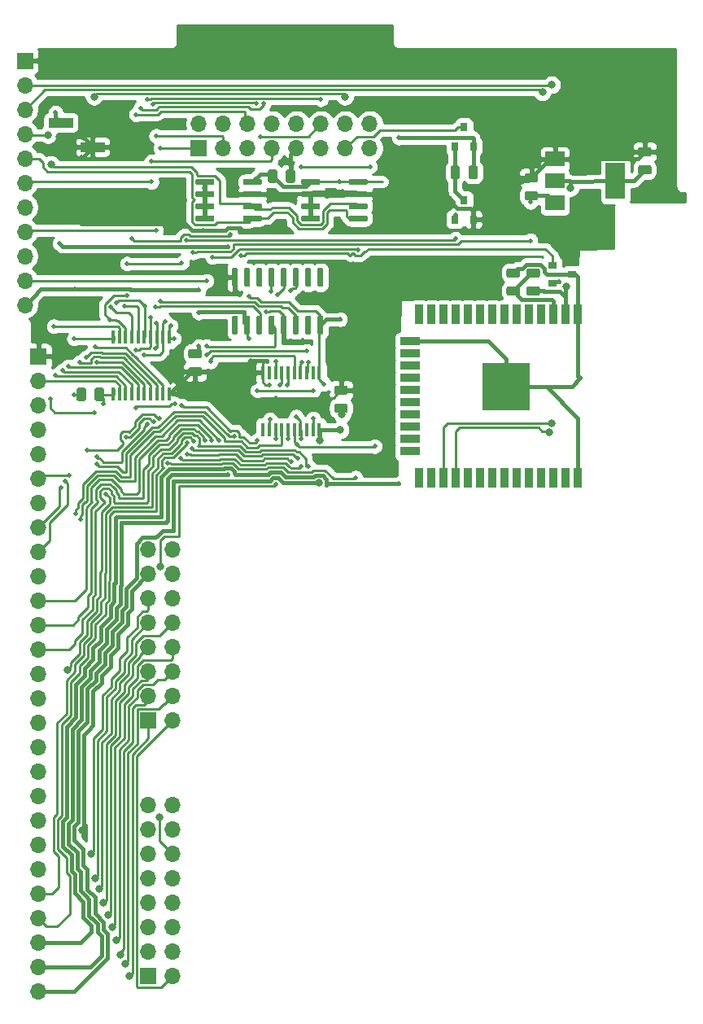
<source format=gbr>
G04 #@! TF.GenerationSoftware,KiCad,Pcbnew,5.1.5+dfsg1-2build2*
G04 #@! TF.CreationDate,2021-11-13T09:21:49+00:00*
G04 #@! TF.ProjectId,psion-org2-power,7073696f-6e2d-46f7-9267-322d706f7765,rev?*
G04 #@! TF.SameCoordinates,Original*
G04 #@! TF.FileFunction,Copper,L1,Top*
G04 #@! TF.FilePolarity,Positive*
%FSLAX46Y46*%
G04 Gerber Fmt 4.6, Leading zero omitted, Abs format (unit mm)*
G04 Created by KiCad (PCBNEW 5.1.5+dfsg1-2build2) date 2021-11-13 09:21:49*
%MOMM*%
%LPD*%
G04 APERTURE LIST*
%ADD10R,0.450000X1.450000*%
%ADD11C,0.100000*%
%ADD12R,0.800000X0.900000*%
%ADD13R,2.510000X1.000000*%
%ADD14O,1.700000X1.700000*%
%ADD15R,1.700000X1.700000*%
%ADD16R,2.000000X1.500000*%
%ADD17R,2.000000X3.800000*%
%ADD18R,0.900000X0.800000*%
%ADD19R,0.900000X2.000000*%
%ADD20R,2.000000X0.900000*%
%ADD21R,5.000000X5.000000*%
%ADD22C,0.800000*%
%ADD23C,0.500000*%
%ADD24C,0.400000*%
%ADD25C,0.250000*%
%ADD26C,0.254000*%
G04 APERTURE END LIST*
D10*
X89975000Y-60050000D03*
X90625000Y-60050000D03*
X91275000Y-60050000D03*
X91925000Y-60050000D03*
X92575000Y-60050000D03*
X93225000Y-60050000D03*
X93875000Y-60050000D03*
X94525000Y-60050000D03*
X95175000Y-60050000D03*
X95825000Y-60050000D03*
X95825000Y-65950000D03*
X95175000Y-65950000D03*
X94525000Y-65950000D03*
X93875000Y-65950000D03*
X93225000Y-65950000D03*
X92575000Y-65950000D03*
X91925000Y-65950000D03*
X91275000Y-65950000D03*
X90625000Y-65950000D03*
X89975000Y-65950000D03*
G04 #@! TA.AperFunction,SMDPad,CuDef*
D11*
G36*
X108705142Y-42601174D02*
G01*
X108728803Y-42604684D01*
X108752007Y-42610496D01*
X108774529Y-42618554D01*
X108796153Y-42628782D01*
X108816670Y-42641079D01*
X108835883Y-42655329D01*
X108853607Y-42671393D01*
X108869671Y-42689117D01*
X108883921Y-42708330D01*
X108896218Y-42728847D01*
X108906446Y-42750471D01*
X108914504Y-42772993D01*
X108920316Y-42796197D01*
X108923826Y-42819858D01*
X108925000Y-42843750D01*
X108925000Y-43756250D01*
X108923826Y-43780142D01*
X108920316Y-43803803D01*
X108914504Y-43827007D01*
X108906446Y-43849529D01*
X108896218Y-43871153D01*
X108883921Y-43891670D01*
X108869671Y-43910883D01*
X108853607Y-43928607D01*
X108835883Y-43944671D01*
X108816670Y-43958921D01*
X108796153Y-43971218D01*
X108774529Y-43981446D01*
X108752007Y-43989504D01*
X108728803Y-43995316D01*
X108705142Y-43998826D01*
X108681250Y-44000000D01*
X108193750Y-44000000D01*
X108169858Y-43998826D01*
X108146197Y-43995316D01*
X108122993Y-43989504D01*
X108100471Y-43981446D01*
X108078847Y-43971218D01*
X108058330Y-43958921D01*
X108039117Y-43944671D01*
X108021393Y-43928607D01*
X108005329Y-43910883D01*
X107991079Y-43891670D01*
X107978782Y-43871153D01*
X107968554Y-43849529D01*
X107960496Y-43827007D01*
X107954684Y-43803803D01*
X107951174Y-43780142D01*
X107950000Y-43756250D01*
X107950000Y-42843750D01*
X107951174Y-42819858D01*
X107954684Y-42796197D01*
X107960496Y-42772993D01*
X107968554Y-42750471D01*
X107978782Y-42728847D01*
X107991079Y-42708330D01*
X108005329Y-42689117D01*
X108021393Y-42671393D01*
X108039117Y-42655329D01*
X108058330Y-42641079D01*
X108078847Y-42628782D01*
X108100471Y-42618554D01*
X108122993Y-42610496D01*
X108146197Y-42604684D01*
X108169858Y-42601174D01*
X108193750Y-42600000D01*
X108681250Y-42600000D01*
X108705142Y-42601174D01*
G37*
G04 #@! TD.AperFunction*
G04 #@! TA.AperFunction,SMDPad,CuDef*
G36*
X106830142Y-42601174D02*
G01*
X106853803Y-42604684D01*
X106877007Y-42610496D01*
X106899529Y-42618554D01*
X106921153Y-42628782D01*
X106941670Y-42641079D01*
X106960883Y-42655329D01*
X106978607Y-42671393D01*
X106994671Y-42689117D01*
X107008921Y-42708330D01*
X107021218Y-42728847D01*
X107031446Y-42750471D01*
X107039504Y-42772993D01*
X107045316Y-42796197D01*
X107048826Y-42819858D01*
X107050000Y-42843750D01*
X107050000Y-43756250D01*
X107048826Y-43780142D01*
X107045316Y-43803803D01*
X107039504Y-43827007D01*
X107031446Y-43849529D01*
X107021218Y-43871153D01*
X107008921Y-43891670D01*
X106994671Y-43910883D01*
X106978607Y-43928607D01*
X106960883Y-43944671D01*
X106941670Y-43958921D01*
X106921153Y-43971218D01*
X106899529Y-43981446D01*
X106877007Y-43989504D01*
X106853803Y-43995316D01*
X106830142Y-43998826D01*
X106806250Y-44000000D01*
X106318750Y-44000000D01*
X106294858Y-43998826D01*
X106271197Y-43995316D01*
X106247993Y-43989504D01*
X106225471Y-43981446D01*
X106203847Y-43971218D01*
X106183330Y-43958921D01*
X106164117Y-43944671D01*
X106146393Y-43928607D01*
X106130329Y-43910883D01*
X106116079Y-43891670D01*
X106103782Y-43871153D01*
X106093554Y-43849529D01*
X106085496Y-43827007D01*
X106079684Y-43803803D01*
X106076174Y-43780142D01*
X106075000Y-43756250D01*
X106075000Y-42843750D01*
X106076174Y-42819858D01*
X106079684Y-42796197D01*
X106085496Y-42772993D01*
X106093554Y-42750471D01*
X106103782Y-42728847D01*
X106116079Y-42708330D01*
X106130329Y-42689117D01*
X106146393Y-42671393D01*
X106164117Y-42655329D01*
X106183330Y-42641079D01*
X106203847Y-42628782D01*
X106225471Y-42618554D01*
X106247993Y-42610496D01*
X106271197Y-42604684D01*
X106294858Y-42601174D01*
X106318750Y-42600000D01*
X106806250Y-42600000D01*
X106830142Y-42601174D01*
G37*
G04 #@! TD.AperFunction*
D10*
X111425000Y-69650000D03*
X110775000Y-69650000D03*
X110125000Y-69650000D03*
X109475000Y-69650000D03*
X108825000Y-69650000D03*
X108175000Y-69650000D03*
X107525000Y-69650000D03*
X106875000Y-69650000D03*
X106225000Y-69650000D03*
X105575000Y-69650000D03*
X105575000Y-63750000D03*
X106225000Y-63750000D03*
X106875000Y-63750000D03*
X107525000Y-63750000D03*
X108175000Y-63750000D03*
X108825000Y-63750000D03*
X109475000Y-63750000D03*
X110125000Y-63750000D03*
X110775000Y-63750000D03*
X111425000Y-63750000D03*
D12*
X126500000Y-38200000D03*
X127450000Y-40200000D03*
X125550000Y-40200000D03*
X126500000Y-45800000D03*
X127450000Y-47800000D03*
X125550000Y-47800000D03*
G04 #@! TA.AperFunction,SMDPad,CuDef*
D11*
G36*
X125830142Y-42201174D02*
G01*
X125853803Y-42204684D01*
X125877007Y-42210496D01*
X125899529Y-42218554D01*
X125921153Y-42228782D01*
X125941670Y-42241079D01*
X125960883Y-42255329D01*
X125978607Y-42271393D01*
X125994671Y-42289117D01*
X126008921Y-42308330D01*
X126021218Y-42328847D01*
X126031446Y-42350471D01*
X126039504Y-42372993D01*
X126045316Y-42396197D01*
X126048826Y-42419858D01*
X126050000Y-42443750D01*
X126050000Y-43356250D01*
X126048826Y-43380142D01*
X126045316Y-43403803D01*
X126039504Y-43427007D01*
X126031446Y-43449529D01*
X126021218Y-43471153D01*
X126008921Y-43491670D01*
X125994671Y-43510883D01*
X125978607Y-43528607D01*
X125960883Y-43544671D01*
X125941670Y-43558921D01*
X125921153Y-43571218D01*
X125899529Y-43581446D01*
X125877007Y-43589504D01*
X125853803Y-43595316D01*
X125830142Y-43598826D01*
X125806250Y-43600000D01*
X125318750Y-43600000D01*
X125294858Y-43598826D01*
X125271197Y-43595316D01*
X125247993Y-43589504D01*
X125225471Y-43581446D01*
X125203847Y-43571218D01*
X125183330Y-43558921D01*
X125164117Y-43544671D01*
X125146393Y-43528607D01*
X125130329Y-43510883D01*
X125116079Y-43491670D01*
X125103782Y-43471153D01*
X125093554Y-43449529D01*
X125085496Y-43427007D01*
X125079684Y-43403803D01*
X125076174Y-43380142D01*
X125075000Y-43356250D01*
X125075000Y-42443750D01*
X125076174Y-42419858D01*
X125079684Y-42396197D01*
X125085496Y-42372993D01*
X125093554Y-42350471D01*
X125103782Y-42328847D01*
X125116079Y-42308330D01*
X125130329Y-42289117D01*
X125146393Y-42271393D01*
X125164117Y-42255329D01*
X125183330Y-42241079D01*
X125203847Y-42228782D01*
X125225471Y-42218554D01*
X125247993Y-42210496D01*
X125271197Y-42204684D01*
X125294858Y-42201174D01*
X125318750Y-42200000D01*
X125806250Y-42200000D01*
X125830142Y-42201174D01*
G37*
G04 #@! TD.AperFunction*
G04 #@! TA.AperFunction,SMDPad,CuDef*
G36*
X127705142Y-42201174D02*
G01*
X127728803Y-42204684D01*
X127752007Y-42210496D01*
X127774529Y-42218554D01*
X127796153Y-42228782D01*
X127816670Y-42241079D01*
X127835883Y-42255329D01*
X127853607Y-42271393D01*
X127869671Y-42289117D01*
X127883921Y-42308330D01*
X127896218Y-42328847D01*
X127906446Y-42350471D01*
X127914504Y-42372993D01*
X127920316Y-42396197D01*
X127923826Y-42419858D01*
X127925000Y-42443750D01*
X127925000Y-43356250D01*
X127923826Y-43380142D01*
X127920316Y-43403803D01*
X127914504Y-43427007D01*
X127906446Y-43449529D01*
X127896218Y-43471153D01*
X127883921Y-43491670D01*
X127869671Y-43510883D01*
X127853607Y-43528607D01*
X127835883Y-43544671D01*
X127816670Y-43558921D01*
X127796153Y-43571218D01*
X127774529Y-43581446D01*
X127752007Y-43589504D01*
X127728803Y-43595316D01*
X127705142Y-43598826D01*
X127681250Y-43600000D01*
X127193750Y-43600000D01*
X127169858Y-43598826D01*
X127146197Y-43595316D01*
X127122993Y-43589504D01*
X127100471Y-43581446D01*
X127078847Y-43571218D01*
X127058330Y-43558921D01*
X127039117Y-43544671D01*
X127021393Y-43528607D01*
X127005329Y-43510883D01*
X126991079Y-43491670D01*
X126978782Y-43471153D01*
X126968554Y-43449529D01*
X126960496Y-43427007D01*
X126954684Y-43403803D01*
X126951174Y-43380142D01*
X126950000Y-43356250D01*
X126950000Y-42443750D01*
X126951174Y-42419858D01*
X126954684Y-42396197D01*
X126960496Y-42372993D01*
X126968554Y-42350471D01*
X126978782Y-42328847D01*
X126991079Y-42308330D01*
X127005329Y-42289117D01*
X127021393Y-42271393D01*
X127039117Y-42255329D01*
X127058330Y-42241079D01*
X127078847Y-42228782D01*
X127100471Y-42218554D01*
X127122993Y-42210496D01*
X127146197Y-42204684D01*
X127169858Y-42201174D01*
X127193750Y-42200000D01*
X127681250Y-42200000D01*
X127705142Y-42201174D01*
G37*
G04 #@! TD.AperFunction*
D13*
X87855000Y-40270000D03*
X84545000Y-37730000D03*
D14*
X116680000Y-37860000D03*
X116680000Y-40400000D03*
X114140000Y-37860000D03*
X114140000Y-40400000D03*
X111600000Y-37860000D03*
X111600000Y-40400000D03*
X109060000Y-37860000D03*
X109060000Y-40400000D03*
X106520000Y-37860000D03*
X106520000Y-40400000D03*
X103980000Y-37860000D03*
X103980000Y-40400000D03*
X101440000Y-37860000D03*
X101440000Y-40400000D03*
X98900000Y-37860000D03*
D15*
X98900000Y-40400000D03*
D14*
X96140000Y-108720000D03*
X93600000Y-108720000D03*
X96140000Y-111260000D03*
X93600000Y-111260000D03*
X96140000Y-113800000D03*
X93600000Y-113800000D03*
X96140000Y-116340000D03*
X93600000Y-116340000D03*
X96140000Y-118880000D03*
X93600000Y-118880000D03*
X96140000Y-121420000D03*
X93600000Y-121420000D03*
X96140000Y-123960000D03*
X93600000Y-123960000D03*
X96140000Y-126500000D03*
D15*
X93600000Y-126500000D03*
D14*
X96190000Y-82120000D03*
X93650000Y-82120000D03*
X96190000Y-84660000D03*
X93650000Y-84660000D03*
X96190000Y-87200000D03*
X93650000Y-87200000D03*
X96190000Y-89740000D03*
X93650000Y-89740000D03*
X96190000Y-92280000D03*
X93650000Y-92280000D03*
X96190000Y-94820000D03*
X93650000Y-94820000D03*
X96190000Y-97360000D03*
X93650000Y-97360000D03*
X96190000Y-99900000D03*
D15*
X93650000Y-99900000D03*
G04 #@! TA.AperFunction,SMDPad,CuDef*
D11*
G36*
X116314703Y-43595722D02*
G01*
X116329264Y-43597882D01*
X116343543Y-43601459D01*
X116357403Y-43606418D01*
X116370710Y-43612712D01*
X116383336Y-43620280D01*
X116395159Y-43629048D01*
X116406066Y-43638934D01*
X116415952Y-43649841D01*
X116424720Y-43661664D01*
X116432288Y-43674290D01*
X116438582Y-43687597D01*
X116443541Y-43701457D01*
X116447118Y-43715736D01*
X116449278Y-43730297D01*
X116450000Y-43745000D01*
X116450000Y-44045000D01*
X116449278Y-44059703D01*
X116447118Y-44074264D01*
X116443541Y-44088543D01*
X116438582Y-44102403D01*
X116432288Y-44115710D01*
X116424720Y-44128336D01*
X116415952Y-44140159D01*
X116406066Y-44151066D01*
X116395159Y-44160952D01*
X116383336Y-44169720D01*
X116370710Y-44177288D01*
X116357403Y-44183582D01*
X116343543Y-44188541D01*
X116329264Y-44192118D01*
X116314703Y-44194278D01*
X116300000Y-44195000D01*
X114650000Y-44195000D01*
X114635297Y-44194278D01*
X114620736Y-44192118D01*
X114606457Y-44188541D01*
X114592597Y-44183582D01*
X114579290Y-44177288D01*
X114566664Y-44169720D01*
X114554841Y-44160952D01*
X114543934Y-44151066D01*
X114534048Y-44140159D01*
X114525280Y-44128336D01*
X114517712Y-44115710D01*
X114511418Y-44102403D01*
X114506459Y-44088543D01*
X114502882Y-44074264D01*
X114500722Y-44059703D01*
X114500000Y-44045000D01*
X114500000Y-43745000D01*
X114500722Y-43730297D01*
X114502882Y-43715736D01*
X114506459Y-43701457D01*
X114511418Y-43687597D01*
X114517712Y-43674290D01*
X114525280Y-43661664D01*
X114534048Y-43649841D01*
X114543934Y-43638934D01*
X114554841Y-43629048D01*
X114566664Y-43620280D01*
X114579290Y-43612712D01*
X114592597Y-43606418D01*
X114606457Y-43601459D01*
X114620736Y-43597882D01*
X114635297Y-43595722D01*
X114650000Y-43595000D01*
X116300000Y-43595000D01*
X116314703Y-43595722D01*
G37*
G04 #@! TD.AperFunction*
G04 #@! TA.AperFunction,SMDPad,CuDef*
G36*
X116314703Y-44865722D02*
G01*
X116329264Y-44867882D01*
X116343543Y-44871459D01*
X116357403Y-44876418D01*
X116370710Y-44882712D01*
X116383336Y-44890280D01*
X116395159Y-44899048D01*
X116406066Y-44908934D01*
X116415952Y-44919841D01*
X116424720Y-44931664D01*
X116432288Y-44944290D01*
X116438582Y-44957597D01*
X116443541Y-44971457D01*
X116447118Y-44985736D01*
X116449278Y-45000297D01*
X116450000Y-45015000D01*
X116450000Y-45315000D01*
X116449278Y-45329703D01*
X116447118Y-45344264D01*
X116443541Y-45358543D01*
X116438582Y-45372403D01*
X116432288Y-45385710D01*
X116424720Y-45398336D01*
X116415952Y-45410159D01*
X116406066Y-45421066D01*
X116395159Y-45430952D01*
X116383336Y-45439720D01*
X116370710Y-45447288D01*
X116357403Y-45453582D01*
X116343543Y-45458541D01*
X116329264Y-45462118D01*
X116314703Y-45464278D01*
X116300000Y-45465000D01*
X114650000Y-45465000D01*
X114635297Y-45464278D01*
X114620736Y-45462118D01*
X114606457Y-45458541D01*
X114592597Y-45453582D01*
X114579290Y-45447288D01*
X114566664Y-45439720D01*
X114554841Y-45430952D01*
X114543934Y-45421066D01*
X114534048Y-45410159D01*
X114525280Y-45398336D01*
X114517712Y-45385710D01*
X114511418Y-45372403D01*
X114506459Y-45358543D01*
X114502882Y-45344264D01*
X114500722Y-45329703D01*
X114500000Y-45315000D01*
X114500000Y-45015000D01*
X114500722Y-45000297D01*
X114502882Y-44985736D01*
X114506459Y-44971457D01*
X114511418Y-44957597D01*
X114517712Y-44944290D01*
X114525280Y-44931664D01*
X114534048Y-44919841D01*
X114543934Y-44908934D01*
X114554841Y-44899048D01*
X114566664Y-44890280D01*
X114579290Y-44882712D01*
X114592597Y-44876418D01*
X114606457Y-44871459D01*
X114620736Y-44867882D01*
X114635297Y-44865722D01*
X114650000Y-44865000D01*
X116300000Y-44865000D01*
X116314703Y-44865722D01*
G37*
G04 #@! TD.AperFunction*
G04 #@! TA.AperFunction,SMDPad,CuDef*
G36*
X116314703Y-46135722D02*
G01*
X116329264Y-46137882D01*
X116343543Y-46141459D01*
X116357403Y-46146418D01*
X116370710Y-46152712D01*
X116383336Y-46160280D01*
X116395159Y-46169048D01*
X116406066Y-46178934D01*
X116415952Y-46189841D01*
X116424720Y-46201664D01*
X116432288Y-46214290D01*
X116438582Y-46227597D01*
X116443541Y-46241457D01*
X116447118Y-46255736D01*
X116449278Y-46270297D01*
X116450000Y-46285000D01*
X116450000Y-46585000D01*
X116449278Y-46599703D01*
X116447118Y-46614264D01*
X116443541Y-46628543D01*
X116438582Y-46642403D01*
X116432288Y-46655710D01*
X116424720Y-46668336D01*
X116415952Y-46680159D01*
X116406066Y-46691066D01*
X116395159Y-46700952D01*
X116383336Y-46709720D01*
X116370710Y-46717288D01*
X116357403Y-46723582D01*
X116343543Y-46728541D01*
X116329264Y-46732118D01*
X116314703Y-46734278D01*
X116300000Y-46735000D01*
X114650000Y-46735000D01*
X114635297Y-46734278D01*
X114620736Y-46732118D01*
X114606457Y-46728541D01*
X114592597Y-46723582D01*
X114579290Y-46717288D01*
X114566664Y-46709720D01*
X114554841Y-46700952D01*
X114543934Y-46691066D01*
X114534048Y-46680159D01*
X114525280Y-46668336D01*
X114517712Y-46655710D01*
X114511418Y-46642403D01*
X114506459Y-46628543D01*
X114502882Y-46614264D01*
X114500722Y-46599703D01*
X114500000Y-46585000D01*
X114500000Y-46285000D01*
X114500722Y-46270297D01*
X114502882Y-46255736D01*
X114506459Y-46241457D01*
X114511418Y-46227597D01*
X114517712Y-46214290D01*
X114525280Y-46201664D01*
X114534048Y-46189841D01*
X114543934Y-46178934D01*
X114554841Y-46169048D01*
X114566664Y-46160280D01*
X114579290Y-46152712D01*
X114592597Y-46146418D01*
X114606457Y-46141459D01*
X114620736Y-46137882D01*
X114635297Y-46135722D01*
X114650000Y-46135000D01*
X116300000Y-46135000D01*
X116314703Y-46135722D01*
G37*
G04 #@! TD.AperFunction*
G04 #@! TA.AperFunction,SMDPad,CuDef*
G36*
X116314703Y-47405722D02*
G01*
X116329264Y-47407882D01*
X116343543Y-47411459D01*
X116357403Y-47416418D01*
X116370710Y-47422712D01*
X116383336Y-47430280D01*
X116395159Y-47439048D01*
X116406066Y-47448934D01*
X116415952Y-47459841D01*
X116424720Y-47471664D01*
X116432288Y-47484290D01*
X116438582Y-47497597D01*
X116443541Y-47511457D01*
X116447118Y-47525736D01*
X116449278Y-47540297D01*
X116450000Y-47555000D01*
X116450000Y-47855000D01*
X116449278Y-47869703D01*
X116447118Y-47884264D01*
X116443541Y-47898543D01*
X116438582Y-47912403D01*
X116432288Y-47925710D01*
X116424720Y-47938336D01*
X116415952Y-47950159D01*
X116406066Y-47961066D01*
X116395159Y-47970952D01*
X116383336Y-47979720D01*
X116370710Y-47987288D01*
X116357403Y-47993582D01*
X116343543Y-47998541D01*
X116329264Y-48002118D01*
X116314703Y-48004278D01*
X116300000Y-48005000D01*
X114650000Y-48005000D01*
X114635297Y-48004278D01*
X114620736Y-48002118D01*
X114606457Y-47998541D01*
X114592597Y-47993582D01*
X114579290Y-47987288D01*
X114566664Y-47979720D01*
X114554841Y-47970952D01*
X114543934Y-47961066D01*
X114534048Y-47950159D01*
X114525280Y-47938336D01*
X114517712Y-47925710D01*
X114511418Y-47912403D01*
X114506459Y-47898543D01*
X114502882Y-47884264D01*
X114500722Y-47869703D01*
X114500000Y-47855000D01*
X114500000Y-47555000D01*
X114500722Y-47540297D01*
X114502882Y-47525736D01*
X114506459Y-47511457D01*
X114511418Y-47497597D01*
X114517712Y-47484290D01*
X114525280Y-47471664D01*
X114534048Y-47459841D01*
X114543934Y-47448934D01*
X114554841Y-47439048D01*
X114566664Y-47430280D01*
X114579290Y-47422712D01*
X114592597Y-47416418D01*
X114606457Y-47411459D01*
X114620736Y-47407882D01*
X114635297Y-47405722D01*
X114650000Y-47405000D01*
X116300000Y-47405000D01*
X116314703Y-47405722D01*
G37*
G04 #@! TD.AperFunction*
G04 #@! TA.AperFunction,SMDPad,CuDef*
G36*
X111364703Y-47405722D02*
G01*
X111379264Y-47407882D01*
X111393543Y-47411459D01*
X111407403Y-47416418D01*
X111420710Y-47422712D01*
X111433336Y-47430280D01*
X111445159Y-47439048D01*
X111456066Y-47448934D01*
X111465952Y-47459841D01*
X111474720Y-47471664D01*
X111482288Y-47484290D01*
X111488582Y-47497597D01*
X111493541Y-47511457D01*
X111497118Y-47525736D01*
X111499278Y-47540297D01*
X111500000Y-47555000D01*
X111500000Y-47855000D01*
X111499278Y-47869703D01*
X111497118Y-47884264D01*
X111493541Y-47898543D01*
X111488582Y-47912403D01*
X111482288Y-47925710D01*
X111474720Y-47938336D01*
X111465952Y-47950159D01*
X111456066Y-47961066D01*
X111445159Y-47970952D01*
X111433336Y-47979720D01*
X111420710Y-47987288D01*
X111407403Y-47993582D01*
X111393543Y-47998541D01*
X111379264Y-48002118D01*
X111364703Y-48004278D01*
X111350000Y-48005000D01*
X109700000Y-48005000D01*
X109685297Y-48004278D01*
X109670736Y-48002118D01*
X109656457Y-47998541D01*
X109642597Y-47993582D01*
X109629290Y-47987288D01*
X109616664Y-47979720D01*
X109604841Y-47970952D01*
X109593934Y-47961066D01*
X109584048Y-47950159D01*
X109575280Y-47938336D01*
X109567712Y-47925710D01*
X109561418Y-47912403D01*
X109556459Y-47898543D01*
X109552882Y-47884264D01*
X109550722Y-47869703D01*
X109550000Y-47855000D01*
X109550000Y-47555000D01*
X109550722Y-47540297D01*
X109552882Y-47525736D01*
X109556459Y-47511457D01*
X109561418Y-47497597D01*
X109567712Y-47484290D01*
X109575280Y-47471664D01*
X109584048Y-47459841D01*
X109593934Y-47448934D01*
X109604841Y-47439048D01*
X109616664Y-47430280D01*
X109629290Y-47422712D01*
X109642597Y-47416418D01*
X109656457Y-47411459D01*
X109670736Y-47407882D01*
X109685297Y-47405722D01*
X109700000Y-47405000D01*
X111350000Y-47405000D01*
X111364703Y-47405722D01*
G37*
G04 #@! TD.AperFunction*
G04 #@! TA.AperFunction,SMDPad,CuDef*
G36*
X111364703Y-46135722D02*
G01*
X111379264Y-46137882D01*
X111393543Y-46141459D01*
X111407403Y-46146418D01*
X111420710Y-46152712D01*
X111433336Y-46160280D01*
X111445159Y-46169048D01*
X111456066Y-46178934D01*
X111465952Y-46189841D01*
X111474720Y-46201664D01*
X111482288Y-46214290D01*
X111488582Y-46227597D01*
X111493541Y-46241457D01*
X111497118Y-46255736D01*
X111499278Y-46270297D01*
X111500000Y-46285000D01*
X111500000Y-46585000D01*
X111499278Y-46599703D01*
X111497118Y-46614264D01*
X111493541Y-46628543D01*
X111488582Y-46642403D01*
X111482288Y-46655710D01*
X111474720Y-46668336D01*
X111465952Y-46680159D01*
X111456066Y-46691066D01*
X111445159Y-46700952D01*
X111433336Y-46709720D01*
X111420710Y-46717288D01*
X111407403Y-46723582D01*
X111393543Y-46728541D01*
X111379264Y-46732118D01*
X111364703Y-46734278D01*
X111350000Y-46735000D01*
X109700000Y-46735000D01*
X109685297Y-46734278D01*
X109670736Y-46732118D01*
X109656457Y-46728541D01*
X109642597Y-46723582D01*
X109629290Y-46717288D01*
X109616664Y-46709720D01*
X109604841Y-46700952D01*
X109593934Y-46691066D01*
X109584048Y-46680159D01*
X109575280Y-46668336D01*
X109567712Y-46655710D01*
X109561418Y-46642403D01*
X109556459Y-46628543D01*
X109552882Y-46614264D01*
X109550722Y-46599703D01*
X109550000Y-46585000D01*
X109550000Y-46285000D01*
X109550722Y-46270297D01*
X109552882Y-46255736D01*
X109556459Y-46241457D01*
X109561418Y-46227597D01*
X109567712Y-46214290D01*
X109575280Y-46201664D01*
X109584048Y-46189841D01*
X109593934Y-46178934D01*
X109604841Y-46169048D01*
X109616664Y-46160280D01*
X109629290Y-46152712D01*
X109642597Y-46146418D01*
X109656457Y-46141459D01*
X109670736Y-46137882D01*
X109685297Y-46135722D01*
X109700000Y-46135000D01*
X111350000Y-46135000D01*
X111364703Y-46135722D01*
G37*
G04 #@! TD.AperFunction*
G04 #@! TA.AperFunction,SMDPad,CuDef*
G36*
X111364703Y-44865722D02*
G01*
X111379264Y-44867882D01*
X111393543Y-44871459D01*
X111407403Y-44876418D01*
X111420710Y-44882712D01*
X111433336Y-44890280D01*
X111445159Y-44899048D01*
X111456066Y-44908934D01*
X111465952Y-44919841D01*
X111474720Y-44931664D01*
X111482288Y-44944290D01*
X111488582Y-44957597D01*
X111493541Y-44971457D01*
X111497118Y-44985736D01*
X111499278Y-45000297D01*
X111500000Y-45015000D01*
X111500000Y-45315000D01*
X111499278Y-45329703D01*
X111497118Y-45344264D01*
X111493541Y-45358543D01*
X111488582Y-45372403D01*
X111482288Y-45385710D01*
X111474720Y-45398336D01*
X111465952Y-45410159D01*
X111456066Y-45421066D01*
X111445159Y-45430952D01*
X111433336Y-45439720D01*
X111420710Y-45447288D01*
X111407403Y-45453582D01*
X111393543Y-45458541D01*
X111379264Y-45462118D01*
X111364703Y-45464278D01*
X111350000Y-45465000D01*
X109700000Y-45465000D01*
X109685297Y-45464278D01*
X109670736Y-45462118D01*
X109656457Y-45458541D01*
X109642597Y-45453582D01*
X109629290Y-45447288D01*
X109616664Y-45439720D01*
X109604841Y-45430952D01*
X109593934Y-45421066D01*
X109584048Y-45410159D01*
X109575280Y-45398336D01*
X109567712Y-45385710D01*
X109561418Y-45372403D01*
X109556459Y-45358543D01*
X109552882Y-45344264D01*
X109550722Y-45329703D01*
X109550000Y-45315000D01*
X109550000Y-45015000D01*
X109550722Y-45000297D01*
X109552882Y-44985736D01*
X109556459Y-44971457D01*
X109561418Y-44957597D01*
X109567712Y-44944290D01*
X109575280Y-44931664D01*
X109584048Y-44919841D01*
X109593934Y-44908934D01*
X109604841Y-44899048D01*
X109616664Y-44890280D01*
X109629290Y-44882712D01*
X109642597Y-44876418D01*
X109656457Y-44871459D01*
X109670736Y-44867882D01*
X109685297Y-44865722D01*
X109700000Y-44865000D01*
X111350000Y-44865000D01*
X111364703Y-44865722D01*
G37*
G04 #@! TD.AperFunction*
G04 #@! TA.AperFunction,SMDPad,CuDef*
G36*
X111364703Y-43595722D02*
G01*
X111379264Y-43597882D01*
X111393543Y-43601459D01*
X111407403Y-43606418D01*
X111420710Y-43612712D01*
X111433336Y-43620280D01*
X111445159Y-43629048D01*
X111456066Y-43638934D01*
X111465952Y-43649841D01*
X111474720Y-43661664D01*
X111482288Y-43674290D01*
X111488582Y-43687597D01*
X111493541Y-43701457D01*
X111497118Y-43715736D01*
X111499278Y-43730297D01*
X111500000Y-43745000D01*
X111500000Y-44045000D01*
X111499278Y-44059703D01*
X111497118Y-44074264D01*
X111493541Y-44088543D01*
X111488582Y-44102403D01*
X111482288Y-44115710D01*
X111474720Y-44128336D01*
X111465952Y-44140159D01*
X111456066Y-44151066D01*
X111445159Y-44160952D01*
X111433336Y-44169720D01*
X111420710Y-44177288D01*
X111407403Y-44183582D01*
X111393543Y-44188541D01*
X111379264Y-44192118D01*
X111364703Y-44194278D01*
X111350000Y-44195000D01*
X109700000Y-44195000D01*
X109685297Y-44194278D01*
X109670736Y-44192118D01*
X109656457Y-44188541D01*
X109642597Y-44183582D01*
X109629290Y-44177288D01*
X109616664Y-44169720D01*
X109604841Y-44160952D01*
X109593934Y-44151066D01*
X109584048Y-44140159D01*
X109575280Y-44128336D01*
X109567712Y-44115710D01*
X109561418Y-44102403D01*
X109556459Y-44088543D01*
X109552882Y-44074264D01*
X109550722Y-44059703D01*
X109550000Y-44045000D01*
X109550000Y-43745000D01*
X109550722Y-43730297D01*
X109552882Y-43715736D01*
X109556459Y-43701457D01*
X109561418Y-43687597D01*
X109567712Y-43674290D01*
X109575280Y-43661664D01*
X109584048Y-43649841D01*
X109593934Y-43638934D01*
X109604841Y-43629048D01*
X109616664Y-43620280D01*
X109629290Y-43612712D01*
X109642597Y-43606418D01*
X109656457Y-43601459D01*
X109670736Y-43597882D01*
X109685297Y-43595722D01*
X109700000Y-43595000D01*
X111350000Y-43595000D01*
X111364703Y-43595722D01*
G37*
G04 #@! TD.AperFunction*
G04 #@! TA.AperFunction,SMDPad,CuDef*
G36*
X105314703Y-43595722D02*
G01*
X105329264Y-43597882D01*
X105343543Y-43601459D01*
X105357403Y-43606418D01*
X105370710Y-43612712D01*
X105383336Y-43620280D01*
X105395159Y-43629048D01*
X105406066Y-43638934D01*
X105415952Y-43649841D01*
X105424720Y-43661664D01*
X105432288Y-43674290D01*
X105438582Y-43687597D01*
X105443541Y-43701457D01*
X105447118Y-43715736D01*
X105449278Y-43730297D01*
X105450000Y-43745000D01*
X105450000Y-44045000D01*
X105449278Y-44059703D01*
X105447118Y-44074264D01*
X105443541Y-44088543D01*
X105438582Y-44102403D01*
X105432288Y-44115710D01*
X105424720Y-44128336D01*
X105415952Y-44140159D01*
X105406066Y-44151066D01*
X105395159Y-44160952D01*
X105383336Y-44169720D01*
X105370710Y-44177288D01*
X105357403Y-44183582D01*
X105343543Y-44188541D01*
X105329264Y-44192118D01*
X105314703Y-44194278D01*
X105300000Y-44195000D01*
X103650000Y-44195000D01*
X103635297Y-44194278D01*
X103620736Y-44192118D01*
X103606457Y-44188541D01*
X103592597Y-44183582D01*
X103579290Y-44177288D01*
X103566664Y-44169720D01*
X103554841Y-44160952D01*
X103543934Y-44151066D01*
X103534048Y-44140159D01*
X103525280Y-44128336D01*
X103517712Y-44115710D01*
X103511418Y-44102403D01*
X103506459Y-44088543D01*
X103502882Y-44074264D01*
X103500722Y-44059703D01*
X103500000Y-44045000D01*
X103500000Y-43745000D01*
X103500722Y-43730297D01*
X103502882Y-43715736D01*
X103506459Y-43701457D01*
X103511418Y-43687597D01*
X103517712Y-43674290D01*
X103525280Y-43661664D01*
X103534048Y-43649841D01*
X103543934Y-43638934D01*
X103554841Y-43629048D01*
X103566664Y-43620280D01*
X103579290Y-43612712D01*
X103592597Y-43606418D01*
X103606457Y-43601459D01*
X103620736Y-43597882D01*
X103635297Y-43595722D01*
X103650000Y-43595000D01*
X105300000Y-43595000D01*
X105314703Y-43595722D01*
G37*
G04 #@! TD.AperFunction*
G04 #@! TA.AperFunction,SMDPad,CuDef*
G36*
X105314703Y-44865722D02*
G01*
X105329264Y-44867882D01*
X105343543Y-44871459D01*
X105357403Y-44876418D01*
X105370710Y-44882712D01*
X105383336Y-44890280D01*
X105395159Y-44899048D01*
X105406066Y-44908934D01*
X105415952Y-44919841D01*
X105424720Y-44931664D01*
X105432288Y-44944290D01*
X105438582Y-44957597D01*
X105443541Y-44971457D01*
X105447118Y-44985736D01*
X105449278Y-45000297D01*
X105450000Y-45015000D01*
X105450000Y-45315000D01*
X105449278Y-45329703D01*
X105447118Y-45344264D01*
X105443541Y-45358543D01*
X105438582Y-45372403D01*
X105432288Y-45385710D01*
X105424720Y-45398336D01*
X105415952Y-45410159D01*
X105406066Y-45421066D01*
X105395159Y-45430952D01*
X105383336Y-45439720D01*
X105370710Y-45447288D01*
X105357403Y-45453582D01*
X105343543Y-45458541D01*
X105329264Y-45462118D01*
X105314703Y-45464278D01*
X105300000Y-45465000D01*
X103650000Y-45465000D01*
X103635297Y-45464278D01*
X103620736Y-45462118D01*
X103606457Y-45458541D01*
X103592597Y-45453582D01*
X103579290Y-45447288D01*
X103566664Y-45439720D01*
X103554841Y-45430952D01*
X103543934Y-45421066D01*
X103534048Y-45410159D01*
X103525280Y-45398336D01*
X103517712Y-45385710D01*
X103511418Y-45372403D01*
X103506459Y-45358543D01*
X103502882Y-45344264D01*
X103500722Y-45329703D01*
X103500000Y-45315000D01*
X103500000Y-45015000D01*
X103500722Y-45000297D01*
X103502882Y-44985736D01*
X103506459Y-44971457D01*
X103511418Y-44957597D01*
X103517712Y-44944290D01*
X103525280Y-44931664D01*
X103534048Y-44919841D01*
X103543934Y-44908934D01*
X103554841Y-44899048D01*
X103566664Y-44890280D01*
X103579290Y-44882712D01*
X103592597Y-44876418D01*
X103606457Y-44871459D01*
X103620736Y-44867882D01*
X103635297Y-44865722D01*
X103650000Y-44865000D01*
X105300000Y-44865000D01*
X105314703Y-44865722D01*
G37*
G04 #@! TD.AperFunction*
G04 #@! TA.AperFunction,SMDPad,CuDef*
G36*
X105314703Y-46135722D02*
G01*
X105329264Y-46137882D01*
X105343543Y-46141459D01*
X105357403Y-46146418D01*
X105370710Y-46152712D01*
X105383336Y-46160280D01*
X105395159Y-46169048D01*
X105406066Y-46178934D01*
X105415952Y-46189841D01*
X105424720Y-46201664D01*
X105432288Y-46214290D01*
X105438582Y-46227597D01*
X105443541Y-46241457D01*
X105447118Y-46255736D01*
X105449278Y-46270297D01*
X105450000Y-46285000D01*
X105450000Y-46585000D01*
X105449278Y-46599703D01*
X105447118Y-46614264D01*
X105443541Y-46628543D01*
X105438582Y-46642403D01*
X105432288Y-46655710D01*
X105424720Y-46668336D01*
X105415952Y-46680159D01*
X105406066Y-46691066D01*
X105395159Y-46700952D01*
X105383336Y-46709720D01*
X105370710Y-46717288D01*
X105357403Y-46723582D01*
X105343543Y-46728541D01*
X105329264Y-46732118D01*
X105314703Y-46734278D01*
X105300000Y-46735000D01*
X103650000Y-46735000D01*
X103635297Y-46734278D01*
X103620736Y-46732118D01*
X103606457Y-46728541D01*
X103592597Y-46723582D01*
X103579290Y-46717288D01*
X103566664Y-46709720D01*
X103554841Y-46700952D01*
X103543934Y-46691066D01*
X103534048Y-46680159D01*
X103525280Y-46668336D01*
X103517712Y-46655710D01*
X103511418Y-46642403D01*
X103506459Y-46628543D01*
X103502882Y-46614264D01*
X103500722Y-46599703D01*
X103500000Y-46585000D01*
X103500000Y-46285000D01*
X103500722Y-46270297D01*
X103502882Y-46255736D01*
X103506459Y-46241457D01*
X103511418Y-46227597D01*
X103517712Y-46214290D01*
X103525280Y-46201664D01*
X103534048Y-46189841D01*
X103543934Y-46178934D01*
X103554841Y-46169048D01*
X103566664Y-46160280D01*
X103579290Y-46152712D01*
X103592597Y-46146418D01*
X103606457Y-46141459D01*
X103620736Y-46137882D01*
X103635297Y-46135722D01*
X103650000Y-46135000D01*
X105300000Y-46135000D01*
X105314703Y-46135722D01*
G37*
G04 #@! TD.AperFunction*
G04 #@! TA.AperFunction,SMDPad,CuDef*
G36*
X105314703Y-47405722D02*
G01*
X105329264Y-47407882D01*
X105343543Y-47411459D01*
X105357403Y-47416418D01*
X105370710Y-47422712D01*
X105383336Y-47430280D01*
X105395159Y-47439048D01*
X105406066Y-47448934D01*
X105415952Y-47459841D01*
X105424720Y-47471664D01*
X105432288Y-47484290D01*
X105438582Y-47497597D01*
X105443541Y-47511457D01*
X105447118Y-47525736D01*
X105449278Y-47540297D01*
X105450000Y-47555000D01*
X105450000Y-47855000D01*
X105449278Y-47869703D01*
X105447118Y-47884264D01*
X105443541Y-47898543D01*
X105438582Y-47912403D01*
X105432288Y-47925710D01*
X105424720Y-47938336D01*
X105415952Y-47950159D01*
X105406066Y-47961066D01*
X105395159Y-47970952D01*
X105383336Y-47979720D01*
X105370710Y-47987288D01*
X105357403Y-47993582D01*
X105343543Y-47998541D01*
X105329264Y-48002118D01*
X105314703Y-48004278D01*
X105300000Y-48005000D01*
X103650000Y-48005000D01*
X103635297Y-48004278D01*
X103620736Y-48002118D01*
X103606457Y-47998541D01*
X103592597Y-47993582D01*
X103579290Y-47987288D01*
X103566664Y-47979720D01*
X103554841Y-47970952D01*
X103543934Y-47961066D01*
X103534048Y-47950159D01*
X103525280Y-47938336D01*
X103517712Y-47925710D01*
X103511418Y-47912403D01*
X103506459Y-47898543D01*
X103502882Y-47884264D01*
X103500722Y-47869703D01*
X103500000Y-47855000D01*
X103500000Y-47555000D01*
X103500722Y-47540297D01*
X103502882Y-47525736D01*
X103506459Y-47511457D01*
X103511418Y-47497597D01*
X103517712Y-47484290D01*
X103525280Y-47471664D01*
X103534048Y-47459841D01*
X103543934Y-47448934D01*
X103554841Y-47439048D01*
X103566664Y-47430280D01*
X103579290Y-47422712D01*
X103592597Y-47416418D01*
X103606457Y-47411459D01*
X103620736Y-47407882D01*
X103635297Y-47405722D01*
X103650000Y-47405000D01*
X105300000Y-47405000D01*
X105314703Y-47405722D01*
G37*
G04 #@! TD.AperFunction*
G04 #@! TA.AperFunction,SMDPad,CuDef*
G36*
X100364703Y-47405722D02*
G01*
X100379264Y-47407882D01*
X100393543Y-47411459D01*
X100407403Y-47416418D01*
X100420710Y-47422712D01*
X100433336Y-47430280D01*
X100445159Y-47439048D01*
X100456066Y-47448934D01*
X100465952Y-47459841D01*
X100474720Y-47471664D01*
X100482288Y-47484290D01*
X100488582Y-47497597D01*
X100493541Y-47511457D01*
X100497118Y-47525736D01*
X100499278Y-47540297D01*
X100500000Y-47555000D01*
X100500000Y-47855000D01*
X100499278Y-47869703D01*
X100497118Y-47884264D01*
X100493541Y-47898543D01*
X100488582Y-47912403D01*
X100482288Y-47925710D01*
X100474720Y-47938336D01*
X100465952Y-47950159D01*
X100456066Y-47961066D01*
X100445159Y-47970952D01*
X100433336Y-47979720D01*
X100420710Y-47987288D01*
X100407403Y-47993582D01*
X100393543Y-47998541D01*
X100379264Y-48002118D01*
X100364703Y-48004278D01*
X100350000Y-48005000D01*
X98700000Y-48005000D01*
X98685297Y-48004278D01*
X98670736Y-48002118D01*
X98656457Y-47998541D01*
X98642597Y-47993582D01*
X98629290Y-47987288D01*
X98616664Y-47979720D01*
X98604841Y-47970952D01*
X98593934Y-47961066D01*
X98584048Y-47950159D01*
X98575280Y-47938336D01*
X98567712Y-47925710D01*
X98561418Y-47912403D01*
X98556459Y-47898543D01*
X98552882Y-47884264D01*
X98550722Y-47869703D01*
X98550000Y-47855000D01*
X98550000Y-47555000D01*
X98550722Y-47540297D01*
X98552882Y-47525736D01*
X98556459Y-47511457D01*
X98561418Y-47497597D01*
X98567712Y-47484290D01*
X98575280Y-47471664D01*
X98584048Y-47459841D01*
X98593934Y-47448934D01*
X98604841Y-47439048D01*
X98616664Y-47430280D01*
X98629290Y-47422712D01*
X98642597Y-47416418D01*
X98656457Y-47411459D01*
X98670736Y-47407882D01*
X98685297Y-47405722D01*
X98700000Y-47405000D01*
X100350000Y-47405000D01*
X100364703Y-47405722D01*
G37*
G04 #@! TD.AperFunction*
G04 #@! TA.AperFunction,SMDPad,CuDef*
G36*
X100364703Y-46135722D02*
G01*
X100379264Y-46137882D01*
X100393543Y-46141459D01*
X100407403Y-46146418D01*
X100420710Y-46152712D01*
X100433336Y-46160280D01*
X100445159Y-46169048D01*
X100456066Y-46178934D01*
X100465952Y-46189841D01*
X100474720Y-46201664D01*
X100482288Y-46214290D01*
X100488582Y-46227597D01*
X100493541Y-46241457D01*
X100497118Y-46255736D01*
X100499278Y-46270297D01*
X100500000Y-46285000D01*
X100500000Y-46585000D01*
X100499278Y-46599703D01*
X100497118Y-46614264D01*
X100493541Y-46628543D01*
X100488582Y-46642403D01*
X100482288Y-46655710D01*
X100474720Y-46668336D01*
X100465952Y-46680159D01*
X100456066Y-46691066D01*
X100445159Y-46700952D01*
X100433336Y-46709720D01*
X100420710Y-46717288D01*
X100407403Y-46723582D01*
X100393543Y-46728541D01*
X100379264Y-46732118D01*
X100364703Y-46734278D01*
X100350000Y-46735000D01*
X98700000Y-46735000D01*
X98685297Y-46734278D01*
X98670736Y-46732118D01*
X98656457Y-46728541D01*
X98642597Y-46723582D01*
X98629290Y-46717288D01*
X98616664Y-46709720D01*
X98604841Y-46700952D01*
X98593934Y-46691066D01*
X98584048Y-46680159D01*
X98575280Y-46668336D01*
X98567712Y-46655710D01*
X98561418Y-46642403D01*
X98556459Y-46628543D01*
X98552882Y-46614264D01*
X98550722Y-46599703D01*
X98550000Y-46585000D01*
X98550000Y-46285000D01*
X98550722Y-46270297D01*
X98552882Y-46255736D01*
X98556459Y-46241457D01*
X98561418Y-46227597D01*
X98567712Y-46214290D01*
X98575280Y-46201664D01*
X98584048Y-46189841D01*
X98593934Y-46178934D01*
X98604841Y-46169048D01*
X98616664Y-46160280D01*
X98629290Y-46152712D01*
X98642597Y-46146418D01*
X98656457Y-46141459D01*
X98670736Y-46137882D01*
X98685297Y-46135722D01*
X98700000Y-46135000D01*
X100350000Y-46135000D01*
X100364703Y-46135722D01*
G37*
G04 #@! TD.AperFunction*
G04 #@! TA.AperFunction,SMDPad,CuDef*
G36*
X100364703Y-44865722D02*
G01*
X100379264Y-44867882D01*
X100393543Y-44871459D01*
X100407403Y-44876418D01*
X100420710Y-44882712D01*
X100433336Y-44890280D01*
X100445159Y-44899048D01*
X100456066Y-44908934D01*
X100465952Y-44919841D01*
X100474720Y-44931664D01*
X100482288Y-44944290D01*
X100488582Y-44957597D01*
X100493541Y-44971457D01*
X100497118Y-44985736D01*
X100499278Y-45000297D01*
X100500000Y-45015000D01*
X100500000Y-45315000D01*
X100499278Y-45329703D01*
X100497118Y-45344264D01*
X100493541Y-45358543D01*
X100488582Y-45372403D01*
X100482288Y-45385710D01*
X100474720Y-45398336D01*
X100465952Y-45410159D01*
X100456066Y-45421066D01*
X100445159Y-45430952D01*
X100433336Y-45439720D01*
X100420710Y-45447288D01*
X100407403Y-45453582D01*
X100393543Y-45458541D01*
X100379264Y-45462118D01*
X100364703Y-45464278D01*
X100350000Y-45465000D01*
X98700000Y-45465000D01*
X98685297Y-45464278D01*
X98670736Y-45462118D01*
X98656457Y-45458541D01*
X98642597Y-45453582D01*
X98629290Y-45447288D01*
X98616664Y-45439720D01*
X98604841Y-45430952D01*
X98593934Y-45421066D01*
X98584048Y-45410159D01*
X98575280Y-45398336D01*
X98567712Y-45385710D01*
X98561418Y-45372403D01*
X98556459Y-45358543D01*
X98552882Y-45344264D01*
X98550722Y-45329703D01*
X98550000Y-45315000D01*
X98550000Y-45015000D01*
X98550722Y-45000297D01*
X98552882Y-44985736D01*
X98556459Y-44971457D01*
X98561418Y-44957597D01*
X98567712Y-44944290D01*
X98575280Y-44931664D01*
X98584048Y-44919841D01*
X98593934Y-44908934D01*
X98604841Y-44899048D01*
X98616664Y-44890280D01*
X98629290Y-44882712D01*
X98642597Y-44876418D01*
X98656457Y-44871459D01*
X98670736Y-44867882D01*
X98685297Y-44865722D01*
X98700000Y-44865000D01*
X100350000Y-44865000D01*
X100364703Y-44865722D01*
G37*
G04 #@! TD.AperFunction*
G04 #@! TA.AperFunction,SMDPad,CuDef*
G36*
X100364703Y-43595722D02*
G01*
X100379264Y-43597882D01*
X100393543Y-43601459D01*
X100407403Y-43606418D01*
X100420710Y-43612712D01*
X100433336Y-43620280D01*
X100445159Y-43629048D01*
X100456066Y-43638934D01*
X100465952Y-43649841D01*
X100474720Y-43661664D01*
X100482288Y-43674290D01*
X100488582Y-43687597D01*
X100493541Y-43701457D01*
X100497118Y-43715736D01*
X100499278Y-43730297D01*
X100500000Y-43745000D01*
X100500000Y-44045000D01*
X100499278Y-44059703D01*
X100497118Y-44074264D01*
X100493541Y-44088543D01*
X100488582Y-44102403D01*
X100482288Y-44115710D01*
X100474720Y-44128336D01*
X100465952Y-44140159D01*
X100456066Y-44151066D01*
X100445159Y-44160952D01*
X100433336Y-44169720D01*
X100420710Y-44177288D01*
X100407403Y-44183582D01*
X100393543Y-44188541D01*
X100379264Y-44192118D01*
X100364703Y-44194278D01*
X100350000Y-44195000D01*
X98700000Y-44195000D01*
X98685297Y-44194278D01*
X98670736Y-44192118D01*
X98656457Y-44188541D01*
X98642597Y-44183582D01*
X98629290Y-44177288D01*
X98616664Y-44169720D01*
X98604841Y-44160952D01*
X98593934Y-44151066D01*
X98584048Y-44140159D01*
X98575280Y-44128336D01*
X98567712Y-44115710D01*
X98561418Y-44102403D01*
X98556459Y-44088543D01*
X98552882Y-44074264D01*
X98550722Y-44059703D01*
X98550000Y-44045000D01*
X98550000Y-43745000D01*
X98550722Y-43730297D01*
X98552882Y-43715736D01*
X98556459Y-43701457D01*
X98561418Y-43687597D01*
X98567712Y-43674290D01*
X98575280Y-43661664D01*
X98584048Y-43649841D01*
X98593934Y-43638934D01*
X98604841Y-43629048D01*
X98616664Y-43620280D01*
X98629290Y-43612712D01*
X98642597Y-43606418D01*
X98656457Y-43601459D01*
X98670736Y-43597882D01*
X98685297Y-43595722D01*
X98700000Y-43595000D01*
X100350000Y-43595000D01*
X100364703Y-43595722D01*
G37*
G04 #@! TD.AperFunction*
G04 #@! TA.AperFunction,SMDPad,CuDef*
G36*
X111709703Y-57800722D02*
G01*
X111724264Y-57802882D01*
X111738543Y-57806459D01*
X111752403Y-57811418D01*
X111765710Y-57817712D01*
X111778336Y-57825280D01*
X111790159Y-57834048D01*
X111801066Y-57843934D01*
X111810952Y-57854841D01*
X111819720Y-57866664D01*
X111827288Y-57879290D01*
X111833582Y-57892597D01*
X111838541Y-57906457D01*
X111842118Y-57920736D01*
X111844278Y-57935297D01*
X111845000Y-57950000D01*
X111845000Y-59600000D01*
X111844278Y-59614703D01*
X111842118Y-59629264D01*
X111838541Y-59643543D01*
X111833582Y-59657403D01*
X111827288Y-59670710D01*
X111819720Y-59683336D01*
X111810952Y-59695159D01*
X111801066Y-59706066D01*
X111790159Y-59715952D01*
X111778336Y-59724720D01*
X111765710Y-59732288D01*
X111752403Y-59738582D01*
X111738543Y-59743541D01*
X111724264Y-59747118D01*
X111709703Y-59749278D01*
X111695000Y-59750000D01*
X111395000Y-59750000D01*
X111380297Y-59749278D01*
X111365736Y-59747118D01*
X111351457Y-59743541D01*
X111337597Y-59738582D01*
X111324290Y-59732288D01*
X111311664Y-59724720D01*
X111299841Y-59715952D01*
X111288934Y-59706066D01*
X111279048Y-59695159D01*
X111270280Y-59683336D01*
X111262712Y-59670710D01*
X111256418Y-59657403D01*
X111251459Y-59643543D01*
X111247882Y-59629264D01*
X111245722Y-59614703D01*
X111245000Y-59600000D01*
X111245000Y-57950000D01*
X111245722Y-57935297D01*
X111247882Y-57920736D01*
X111251459Y-57906457D01*
X111256418Y-57892597D01*
X111262712Y-57879290D01*
X111270280Y-57866664D01*
X111279048Y-57854841D01*
X111288934Y-57843934D01*
X111299841Y-57834048D01*
X111311664Y-57825280D01*
X111324290Y-57817712D01*
X111337597Y-57811418D01*
X111351457Y-57806459D01*
X111365736Y-57802882D01*
X111380297Y-57800722D01*
X111395000Y-57800000D01*
X111695000Y-57800000D01*
X111709703Y-57800722D01*
G37*
G04 #@! TD.AperFunction*
G04 #@! TA.AperFunction,SMDPad,CuDef*
G36*
X110439703Y-57800722D02*
G01*
X110454264Y-57802882D01*
X110468543Y-57806459D01*
X110482403Y-57811418D01*
X110495710Y-57817712D01*
X110508336Y-57825280D01*
X110520159Y-57834048D01*
X110531066Y-57843934D01*
X110540952Y-57854841D01*
X110549720Y-57866664D01*
X110557288Y-57879290D01*
X110563582Y-57892597D01*
X110568541Y-57906457D01*
X110572118Y-57920736D01*
X110574278Y-57935297D01*
X110575000Y-57950000D01*
X110575000Y-59600000D01*
X110574278Y-59614703D01*
X110572118Y-59629264D01*
X110568541Y-59643543D01*
X110563582Y-59657403D01*
X110557288Y-59670710D01*
X110549720Y-59683336D01*
X110540952Y-59695159D01*
X110531066Y-59706066D01*
X110520159Y-59715952D01*
X110508336Y-59724720D01*
X110495710Y-59732288D01*
X110482403Y-59738582D01*
X110468543Y-59743541D01*
X110454264Y-59747118D01*
X110439703Y-59749278D01*
X110425000Y-59750000D01*
X110125000Y-59750000D01*
X110110297Y-59749278D01*
X110095736Y-59747118D01*
X110081457Y-59743541D01*
X110067597Y-59738582D01*
X110054290Y-59732288D01*
X110041664Y-59724720D01*
X110029841Y-59715952D01*
X110018934Y-59706066D01*
X110009048Y-59695159D01*
X110000280Y-59683336D01*
X109992712Y-59670710D01*
X109986418Y-59657403D01*
X109981459Y-59643543D01*
X109977882Y-59629264D01*
X109975722Y-59614703D01*
X109975000Y-59600000D01*
X109975000Y-57950000D01*
X109975722Y-57935297D01*
X109977882Y-57920736D01*
X109981459Y-57906457D01*
X109986418Y-57892597D01*
X109992712Y-57879290D01*
X110000280Y-57866664D01*
X110009048Y-57854841D01*
X110018934Y-57843934D01*
X110029841Y-57834048D01*
X110041664Y-57825280D01*
X110054290Y-57817712D01*
X110067597Y-57811418D01*
X110081457Y-57806459D01*
X110095736Y-57802882D01*
X110110297Y-57800722D01*
X110125000Y-57800000D01*
X110425000Y-57800000D01*
X110439703Y-57800722D01*
G37*
G04 #@! TD.AperFunction*
G04 #@! TA.AperFunction,SMDPad,CuDef*
G36*
X109169703Y-57800722D02*
G01*
X109184264Y-57802882D01*
X109198543Y-57806459D01*
X109212403Y-57811418D01*
X109225710Y-57817712D01*
X109238336Y-57825280D01*
X109250159Y-57834048D01*
X109261066Y-57843934D01*
X109270952Y-57854841D01*
X109279720Y-57866664D01*
X109287288Y-57879290D01*
X109293582Y-57892597D01*
X109298541Y-57906457D01*
X109302118Y-57920736D01*
X109304278Y-57935297D01*
X109305000Y-57950000D01*
X109305000Y-59600000D01*
X109304278Y-59614703D01*
X109302118Y-59629264D01*
X109298541Y-59643543D01*
X109293582Y-59657403D01*
X109287288Y-59670710D01*
X109279720Y-59683336D01*
X109270952Y-59695159D01*
X109261066Y-59706066D01*
X109250159Y-59715952D01*
X109238336Y-59724720D01*
X109225710Y-59732288D01*
X109212403Y-59738582D01*
X109198543Y-59743541D01*
X109184264Y-59747118D01*
X109169703Y-59749278D01*
X109155000Y-59750000D01*
X108855000Y-59750000D01*
X108840297Y-59749278D01*
X108825736Y-59747118D01*
X108811457Y-59743541D01*
X108797597Y-59738582D01*
X108784290Y-59732288D01*
X108771664Y-59724720D01*
X108759841Y-59715952D01*
X108748934Y-59706066D01*
X108739048Y-59695159D01*
X108730280Y-59683336D01*
X108722712Y-59670710D01*
X108716418Y-59657403D01*
X108711459Y-59643543D01*
X108707882Y-59629264D01*
X108705722Y-59614703D01*
X108705000Y-59600000D01*
X108705000Y-57950000D01*
X108705722Y-57935297D01*
X108707882Y-57920736D01*
X108711459Y-57906457D01*
X108716418Y-57892597D01*
X108722712Y-57879290D01*
X108730280Y-57866664D01*
X108739048Y-57854841D01*
X108748934Y-57843934D01*
X108759841Y-57834048D01*
X108771664Y-57825280D01*
X108784290Y-57817712D01*
X108797597Y-57811418D01*
X108811457Y-57806459D01*
X108825736Y-57802882D01*
X108840297Y-57800722D01*
X108855000Y-57800000D01*
X109155000Y-57800000D01*
X109169703Y-57800722D01*
G37*
G04 #@! TD.AperFunction*
G04 #@! TA.AperFunction,SMDPad,CuDef*
G36*
X107899703Y-57800722D02*
G01*
X107914264Y-57802882D01*
X107928543Y-57806459D01*
X107942403Y-57811418D01*
X107955710Y-57817712D01*
X107968336Y-57825280D01*
X107980159Y-57834048D01*
X107991066Y-57843934D01*
X108000952Y-57854841D01*
X108009720Y-57866664D01*
X108017288Y-57879290D01*
X108023582Y-57892597D01*
X108028541Y-57906457D01*
X108032118Y-57920736D01*
X108034278Y-57935297D01*
X108035000Y-57950000D01*
X108035000Y-59600000D01*
X108034278Y-59614703D01*
X108032118Y-59629264D01*
X108028541Y-59643543D01*
X108023582Y-59657403D01*
X108017288Y-59670710D01*
X108009720Y-59683336D01*
X108000952Y-59695159D01*
X107991066Y-59706066D01*
X107980159Y-59715952D01*
X107968336Y-59724720D01*
X107955710Y-59732288D01*
X107942403Y-59738582D01*
X107928543Y-59743541D01*
X107914264Y-59747118D01*
X107899703Y-59749278D01*
X107885000Y-59750000D01*
X107585000Y-59750000D01*
X107570297Y-59749278D01*
X107555736Y-59747118D01*
X107541457Y-59743541D01*
X107527597Y-59738582D01*
X107514290Y-59732288D01*
X107501664Y-59724720D01*
X107489841Y-59715952D01*
X107478934Y-59706066D01*
X107469048Y-59695159D01*
X107460280Y-59683336D01*
X107452712Y-59670710D01*
X107446418Y-59657403D01*
X107441459Y-59643543D01*
X107437882Y-59629264D01*
X107435722Y-59614703D01*
X107435000Y-59600000D01*
X107435000Y-57950000D01*
X107435722Y-57935297D01*
X107437882Y-57920736D01*
X107441459Y-57906457D01*
X107446418Y-57892597D01*
X107452712Y-57879290D01*
X107460280Y-57866664D01*
X107469048Y-57854841D01*
X107478934Y-57843934D01*
X107489841Y-57834048D01*
X107501664Y-57825280D01*
X107514290Y-57817712D01*
X107527597Y-57811418D01*
X107541457Y-57806459D01*
X107555736Y-57802882D01*
X107570297Y-57800722D01*
X107585000Y-57800000D01*
X107885000Y-57800000D01*
X107899703Y-57800722D01*
G37*
G04 #@! TD.AperFunction*
G04 #@! TA.AperFunction,SMDPad,CuDef*
G36*
X106629703Y-57800722D02*
G01*
X106644264Y-57802882D01*
X106658543Y-57806459D01*
X106672403Y-57811418D01*
X106685710Y-57817712D01*
X106698336Y-57825280D01*
X106710159Y-57834048D01*
X106721066Y-57843934D01*
X106730952Y-57854841D01*
X106739720Y-57866664D01*
X106747288Y-57879290D01*
X106753582Y-57892597D01*
X106758541Y-57906457D01*
X106762118Y-57920736D01*
X106764278Y-57935297D01*
X106765000Y-57950000D01*
X106765000Y-59600000D01*
X106764278Y-59614703D01*
X106762118Y-59629264D01*
X106758541Y-59643543D01*
X106753582Y-59657403D01*
X106747288Y-59670710D01*
X106739720Y-59683336D01*
X106730952Y-59695159D01*
X106721066Y-59706066D01*
X106710159Y-59715952D01*
X106698336Y-59724720D01*
X106685710Y-59732288D01*
X106672403Y-59738582D01*
X106658543Y-59743541D01*
X106644264Y-59747118D01*
X106629703Y-59749278D01*
X106615000Y-59750000D01*
X106315000Y-59750000D01*
X106300297Y-59749278D01*
X106285736Y-59747118D01*
X106271457Y-59743541D01*
X106257597Y-59738582D01*
X106244290Y-59732288D01*
X106231664Y-59724720D01*
X106219841Y-59715952D01*
X106208934Y-59706066D01*
X106199048Y-59695159D01*
X106190280Y-59683336D01*
X106182712Y-59670710D01*
X106176418Y-59657403D01*
X106171459Y-59643543D01*
X106167882Y-59629264D01*
X106165722Y-59614703D01*
X106165000Y-59600000D01*
X106165000Y-57950000D01*
X106165722Y-57935297D01*
X106167882Y-57920736D01*
X106171459Y-57906457D01*
X106176418Y-57892597D01*
X106182712Y-57879290D01*
X106190280Y-57866664D01*
X106199048Y-57854841D01*
X106208934Y-57843934D01*
X106219841Y-57834048D01*
X106231664Y-57825280D01*
X106244290Y-57817712D01*
X106257597Y-57811418D01*
X106271457Y-57806459D01*
X106285736Y-57802882D01*
X106300297Y-57800722D01*
X106315000Y-57800000D01*
X106615000Y-57800000D01*
X106629703Y-57800722D01*
G37*
G04 #@! TD.AperFunction*
G04 #@! TA.AperFunction,SMDPad,CuDef*
G36*
X105359703Y-57800722D02*
G01*
X105374264Y-57802882D01*
X105388543Y-57806459D01*
X105402403Y-57811418D01*
X105415710Y-57817712D01*
X105428336Y-57825280D01*
X105440159Y-57834048D01*
X105451066Y-57843934D01*
X105460952Y-57854841D01*
X105469720Y-57866664D01*
X105477288Y-57879290D01*
X105483582Y-57892597D01*
X105488541Y-57906457D01*
X105492118Y-57920736D01*
X105494278Y-57935297D01*
X105495000Y-57950000D01*
X105495000Y-59600000D01*
X105494278Y-59614703D01*
X105492118Y-59629264D01*
X105488541Y-59643543D01*
X105483582Y-59657403D01*
X105477288Y-59670710D01*
X105469720Y-59683336D01*
X105460952Y-59695159D01*
X105451066Y-59706066D01*
X105440159Y-59715952D01*
X105428336Y-59724720D01*
X105415710Y-59732288D01*
X105402403Y-59738582D01*
X105388543Y-59743541D01*
X105374264Y-59747118D01*
X105359703Y-59749278D01*
X105345000Y-59750000D01*
X105045000Y-59750000D01*
X105030297Y-59749278D01*
X105015736Y-59747118D01*
X105001457Y-59743541D01*
X104987597Y-59738582D01*
X104974290Y-59732288D01*
X104961664Y-59724720D01*
X104949841Y-59715952D01*
X104938934Y-59706066D01*
X104929048Y-59695159D01*
X104920280Y-59683336D01*
X104912712Y-59670710D01*
X104906418Y-59657403D01*
X104901459Y-59643543D01*
X104897882Y-59629264D01*
X104895722Y-59614703D01*
X104895000Y-59600000D01*
X104895000Y-57950000D01*
X104895722Y-57935297D01*
X104897882Y-57920736D01*
X104901459Y-57906457D01*
X104906418Y-57892597D01*
X104912712Y-57879290D01*
X104920280Y-57866664D01*
X104929048Y-57854841D01*
X104938934Y-57843934D01*
X104949841Y-57834048D01*
X104961664Y-57825280D01*
X104974290Y-57817712D01*
X104987597Y-57811418D01*
X105001457Y-57806459D01*
X105015736Y-57802882D01*
X105030297Y-57800722D01*
X105045000Y-57800000D01*
X105345000Y-57800000D01*
X105359703Y-57800722D01*
G37*
G04 #@! TD.AperFunction*
G04 #@! TA.AperFunction,SMDPad,CuDef*
G36*
X104089703Y-57800722D02*
G01*
X104104264Y-57802882D01*
X104118543Y-57806459D01*
X104132403Y-57811418D01*
X104145710Y-57817712D01*
X104158336Y-57825280D01*
X104170159Y-57834048D01*
X104181066Y-57843934D01*
X104190952Y-57854841D01*
X104199720Y-57866664D01*
X104207288Y-57879290D01*
X104213582Y-57892597D01*
X104218541Y-57906457D01*
X104222118Y-57920736D01*
X104224278Y-57935297D01*
X104225000Y-57950000D01*
X104225000Y-59600000D01*
X104224278Y-59614703D01*
X104222118Y-59629264D01*
X104218541Y-59643543D01*
X104213582Y-59657403D01*
X104207288Y-59670710D01*
X104199720Y-59683336D01*
X104190952Y-59695159D01*
X104181066Y-59706066D01*
X104170159Y-59715952D01*
X104158336Y-59724720D01*
X104145710Y-59732288D01*
X104132403Y-59738582D01*
X104118543Y-59743541D01*
X104104264Y-59747118D01*
X104089703Y-59749278D01*
X104075000Y-59750000D01*
X103775000Y-59750000D01*
X103760297Y-59749278D01*
X103745736Y-59747118D01*
X103731457Y-59743541D01*
X103717597Y-59738582D01*
X103704290Y-59732288D01*
X103691664Y-59724720D01*
X103679841Y-59715952D01*
X103668934Y-59706066D01*
X103659048Y-59695159D01*
X103650280Y-59683336D01*
X103642712Y-59670710D01*
X103636418Y-59657403D01*
X103631459Y-59643543D01*
X103627882Y-59629264D01*
X103625722Y-59614703D01*
X103625000Y-59600000D01*
X103625000Y-57950000D01*
X103625722Y-57935297D01*
X103627882Y-57920736D01*
X103631459Y-57906457D01*
X103636418Y-57892597D01*
X103642712Y-57879290D01*
X103650280Y-57866664D01*
X103659048Y-57854841D01*
X103668934Y-57843934D01*
X103679841Y-57834048D01*
X103691664Y-57825280D01*
X103704290Y-57817712D01*
X103717597Y-57811418D01*
X103731457Y-57806459D01*
X103745736Y-57802882D01*
X103760297Y-57800722D01*
X103775000Y-57800000D01*
X104075000Y-57800000D01*
X104089703Y-57800722D01*
G37*
G04 #@! TD.AperFunction*
G04 #@! TA.AperFunction,SMDPad,CuDef*
G36*
X102819703Y-57800722D02*
G01*
X102834264Y-57802882D01*
X102848543Y-57806459D01*
X102862403Y-57811418D01*
X102875710Y-57817712D01*
X102888336Y-57825280D01*
X102900159Y-57834048D01*
X102911066Y-57843934D01*
X102920952Y-57854841D01*
X102929720Y-57866664D01*
X102937288Y-57879290D01*
X102943582Y-57892597D01*
X102948541Y-57906457D01*
X102952118Y-57920736D01*
X102954278Y-57935297D01*
X102955000Y-57950000D01*
X102955000Y-59600000D01*
X102954278Y-59614703D01*
X102952118Y-59629264D01*
X102948541Y-59643543D01*
X102943582Y-59657403D01*
X102937288Y-59670710D01*
X102929720Y-59683336D01*
X102920952Y-59695159D01*
X102911066Y-59706066D01*
X102900159Y-59715952D01*
X102888336Y-59724720D01*
X102875710Y-59732288D01*
X102862403Y-59738582D01*
X102848543Y-59743541D01*
X102834264Y-59747118D01*
X102819703Y-59749278D01*
X102805000Y-59750000D01*
X102505000Y-59750000D01*
X102490297Y-59749278D01*
X102475736Y-59747118D01*
X102461457Y-59743541D01*
X102447597Y-59738582D01*
X102434290Y-59732288D01*
X102421664Y-59724720D01*
X102409841Y-59715952D01*
X102398934Y-59706066D01*
X102389048Y-59695159D01*
X102380280Y-59683336D01*
X102372712Y-59670710D01*
X102366418Y-59657403D01*
X102361459Y-59643543D01*
X102357882Y-59629264D01*
X102355722Y-59614703D01*
X102355000Y-59600000D01*
X102355000Y-57950000D01*
X102355722Y-57935297D01*
X102357882Y-57920736D01*
X102361459Y-57906457D01*
X102366418Y-57892597D01*
X102372712Y-57879290D01*
X102380280Y-57866664D01*
X102389048Y-57854841D01*
X102398934Y-57843934D01*
X102409841Y-57834048D01*
X102421664Y-57825280D01*
X102434290Y-57817712D01*
X102447597Y-57811418D01*
X102461457Y-57806459D01*
X102475736Y-57802882D01*
X102490297Y-57800722D01*
X102505000Y-57800000D01*
X102805000Y-57800000D01*
X102819703Y-57800722D01*
G37*
G04 #@! TD.AperFunction*
G04 #@! TA.AperFunction,SMDPad,CuDef*
G36*
X102819703Y-52850722D02*
G01*
X102834264Y-52852882D01*
X102848543Y-52856459D01*
X102862403Y-52861418D01*
X102875710Y-52867712D01*
X102888336Y-52875280D01*
X102900159Y-52884048D01*
X102911066Y-52893934D01*
X102920952Y-52904841D01*
X102929720Y-52916664D01*
X102937288Y-52929290D01*
X102943582Y-52942597D01*
X102948541Y-52956457D01*
X102952118Y-52970736D01*
X102954278Y-52985297D01*
X102955000Y-53000000D01*
X102955000Y-54650000D01*
X102954278Y-54664703D01*
X102952118Y-54679264D01*
X102948541Y-54693543D01*
X102943582Y-54707403D01*
X102937288Y-54720710D01*
X102929720Y-54733336D01*
X102920952Y-54745159D01*
X102911066Y-54756066D01*
X102900159Y-54765952D01*
X102888336Y-54774720D01*
X102875710Y-54782288D01*
X102862403Y-54788582D01*
X102848543Y-54793541D01*
X102834264Y-54797118D01*
X102819703Y-54799278D01*
X102805000Y-54800000D01*
X102505000Y-54800000D01*
X102490297Y-54799278D01*
X102475736Y-54797118D01*
X102461457Y-54793541D01*
X102447597Y-54788582D01*
X102434290Y-54782288D01*
X102421664Y-54774720D01*
X102409841Y-54765952D01*
X102398934Y-54756066D01*
X102389048Y-54745159D01*
X102380280Y-54733336D01*
X102372712Y-54720710D01*
X102366418Y-54707403D01*
X102361459Y-54693543D01*
X102357882Y-54679264D01*
X102355722Y-54664703D01*
X102355000Y-54650000D01*
X102355000Y-53000000D01*
X102355722Y-52985297D01*
X102357882Y-52970736D01*
X102361459Y-52956457D01*
X102366418Y-52942597D01*
X102372712Y-52929290D01*
X102380280Y-52916664D01*
X102389048Y-52904841D01*
X102398934Y-52893934D01*
X102409841Y-52884048D01*
X102421664Y-52875280D01*
X102434290Y-52867712D01*
X102447597Y-52861418D01*
X102461457Y-52856459D01*
X102475736Y-52852882D01*
X102490297Y-52850722D01*
X102505000Y-52850000D01*
X102805000Y-52850000D01*
X102819703Y-52850722D01*
G37*
G04 #@! TD.AperFunction*
G04 #@! TA.AperFunction,SMDPad,CuDef*
G36*
X104089703Y-52850722D02*
G01*
X104104264Y-52852882D01*
X104118543Y-52856459D01*
X104132403Y-52861418D01*
X104145710Y-52867712D01*
X104158336Y-52875280D01*
X104170159Y-52884048D01*
X104181066Y-52893934D01*
X104190952Y-52904841D01*
X104199720Y-52916664D01*
X104207288Y-52929290D01*
X104213582Y-52942597D01*
X104218541Y-52956457D01*
X104222118Y-52970736D01*
X104224278Y-52985297D01*
X104225000Y-53000000D01*
X104225000Y-54650000D01*
X104224278Y-54664703D01*
X104222118Y-54679264D01*
X104218541Y-54693543D01*
X104213582Y-54707403D01*
X104207288Y-54720710D01*
X104199720Y-54733336D01*
X104190952Y-54745159D01*
X104181066Y-54756066D01*
X104170159Y-54765952D01*
X104158336Y-54774720D01*
X104145710Y-54782288D01*
X104132403Y-54788582D01*
X104118543Y-54793541D01*
X104104264Y-54797118D01*
X104089703Y-54799278D01*
X104075000Y-54800000D01*
X103775000Y-54800000D01*
X103760297Y-54799278D01*
X103745736Y-54797118D01*
X103731457Y-54793541D01*
X103717597Y-54788582D01*
X103704290Y-54782288D01*
X103691664Y-54774720D01*
X103679841Y-54765952D01*
X103668934Y-54756066D01*
X103659048Y-54745159D01*
X103650280Y-54733336D01*
X103642712Y-54720710D01*
X103636418Y-54707403D01*
X103631459Y-54693543D01*
X103627882Y-54679264D01*
X103625722Y-54664703D01*
X103625000Y-54650000D01*
X103625000Y-53000000D01*
X103625722Y-52985297D01*
X103627882Y-52970736D01*
X103631459Y-52956457D01*
X103636418Y-52942597D01*
X103642712Y-52929290D01*
X103650280Y-52916664D01*
X103659048Y-52904841D01*
X103668934Y-52893934D01*
X103679841Y-52884048D01*
X103691664Y-52875280D01*
X103704290Y-52867712D01*
X103717597Y-52861418D01*
X103731457Y-52856459D01*
X103745736Y-52852882D01*
X103760297Y-52850722D01*
X103775000Y-52850000D01*
X104075000Y-52850000D01*
X104089703Y-52850722D01*
G37*
G04 #@! TD.AperFunction*
G04 #@! TA.AperFunction,SMDPad,CuDef*
G36*
X105359703Y-52850722D02*
G01*
X105374264Y-52852882D01*
X105388543Y-52856459D01*
X105402403Y-52861418D01*
X105415710Y-52867712D01*
X105428336Y-52875280D01*
X105440159Y-52884048D01*
X105451066Y-52893934D01*
X105460952Y-52904841D01*
X105469720Y-52916664D01*
X105477288Y-52929290D01*
X105483582Y-52942597D01*
X105488541Y-52956457D01*
X105492118Y-52970736D01*
X105494278Y-52985297D01*
X105495000Y-53000000D01*
X105495000Y-54650000D01*
X105494278Y-54664703D01*
X105492118Y-54679264D01*
X105488541Y-54693543D01*
X105483582Y-54707403D01*
X105477288Y-54720710D01*
X105469720Y-54733336D01*
X105460952Y-54745159D01*
X105451066Y-54756066D01*
X105440159Y-54765952D01*
X105428336Y-54774720D01*
X105415710Y-54782288D01*
X105402403Y-54788582D01*
X105388543Y-54793541D01*
X105374264Y-54797118D01*
X105359703Y-54799278D01*
X105345000Y-54800000D01*
X105045000Y-54800000D01*
X105030297Y-54799278D01*
X105015736Y-54797118D01*
X105001457Y-54793541D01*
X104987597Y-54788582D01*
X104974290Y-54782288D01*
X104961664Y-54774720D01*
X104949841Y-54765952D01*
X104938934Y-54756066D01*
X104929048Y-54745159D01*
X104920280Y-54733336D01*
X104912712Y-54720710D01*
X104906418Y-54707403D01*
X104901459Y-54693543D01*
X104897882Y-54679264D01*
X104895722Y-54664703D01*
X104895000Y-54650000D01*
X104895000Y-53000000D01*
X104895722Y-52985297D01*
X104897882Y-52970736D01*
X104901459Y-52956457D01*
X104906418Y-52942597D01*
X104912712Y-52929290D01*
X104920280Y-52916664D01*
X104929048Y-52904841D01*
X104938934Y-52893934D01*
X104949841Y-52884048D01*
X104961664Y-52875280D01*
X104974290Y-52867712D01*
X104987597Y-52861418D01*
X105001457Y-52856459D01*
X105015736Y-52852882D01*
X105030297Y-52850722D01*
X105045000Y-52850000D01*
X105345000Y-52850000D01*
X105359703Y-52850722D01*
G37*
G04 #@! TD.AperFunction*
G04 #@! TA.AperFunction,SMDPad,CuDef*
G36*
X106629703Y-52850722D02*
G01*
X106644264Y-52852882D01*
X106658543Y-52856459D01*
X106672403Y-52861418D01*
X106685710Y-52867712D01*
X106698336Y-52875280D01*
X106710159Y-52884048D01*
X106721066Y-52893934D01*
X106730952Y-52904841D01*
X106739720Y-52916664D01*
X106747288Y-52929290D01*
X106753582Y-52942597D01*
X106758541Y-52956457D01*
X106762118Y-52970736D01*
X106764278Y-52985297D01*
X106765000Y-53000000D01*
X106765000Y-54650000D01*
X106764278Y-54664703D01*
X106762118Y-54679264D01*
X106758541Y-54693543D01*
X106753582Y-54707403D01*
X106747288Y-54720710D01*
X106739720Y-54733336D01*
X106730952Y-54745159D01*
X106721066Y-54756066D01*
X106710159Y-54765952D01*
X106698336Y-54774720D01*
X106685710Y-54782288D01*
X106672403Y-54788582D01*
X106658543Y-54793541D01*
X106644264Y-54797118D01*
X106629703Y-54799278D01*
X106615000Y-54800000D01*
X106315000Y-54800000D01*
X106300297Y-54799278D01*
X106285736Y-54797118D01*
X106271457Y-54793541D01*
X106257597Y-54788582D01*
X106244290Y-54782288D01*
X106231664Y-54774720D01*
X106219841Y-54765952D01*
X106208934Y-54756066D01*
X106199048Y-54745159D01*
X106190280Y-54733336D01*
X106182712Y-54720710D01*
X106176418Y-54707403D01*
X106171459Y-54693543D01*
X106167882Y-54679264D01*
X106165722Y-54664703D01*
X106165000Y-54650000D01*
X106165000Y-53000000D01*
X106165722Y-52985297D01*
X106167882Y-52970736D01*
X106171459Y-52956457D01*
X106176418Y-52942597D01*
X106182712Y-52929290D01*
X106190280Y-52916664D01*
X106199048Y-52904841D01*
X106208934Y-52893934D01*
X106219841Y-52884048D01*
X106231664Y-52875280D01*
X106244290Y-52867712D01*
X106257597Y-52861418D01*
X106271457Y-52856459D01*
X106285736Y-52852882D01*
X106300297Y-52850722D01*
X106315000Y-52850000D01*
X106615000Y-52850000D01*
X106629703Y-52850722D01*
G37*
G04 #@! TD.AperFunction*
G04 #@! TA.AperFunction,SMDPad,CuDef*
G36*
X107899703Y-52850722D02*
G01*
X107914264Y-52852882D01*
X107928543Y-52856459D01*
X107942403Y-52861418D01*
X107955710Y-52867712D01*
X107968336Y-52875280D01*
X107980159Y-52884048D01*
X107991066Y-52893934D01*
X108000952Y-52904841D01*
X108009720Y-52916664D01*
X108017288Y-52929290D01*
X108023582Y-52942597D01*
X108028541Y-52956457D01*
X108032118Y-52970736D01*
X108034278Y-52985297D01*
X108035000Y-53000000D01*
X108035000Y-54650000D01*
X108034278Y-54664703D01*
X108032118Y-54679264D01*
X108028541Y-54693543D01*
X108023582Y-54707403D01*
X108017288Y-54720710D01*
X108009720Y-54733336D01*
X108000952Y-54745159D01*
X107991066Y-54756066D01*
X107980159Y-54765952D01*
X107968336Y-54774720D01*
X107955710Y-54782288D01*
X107942403Y-54788582D01*
X107928543Y-54793541D01*
X107914264Y-54797118D01*
X107899703Y-54799278D01*
X107885000Y-54800000D01*
X107585000Y-54800000D01*
X107570297Y-54799278D01*
X107555736Y-54797118D01*
X107541457Y-54793541D01*
X107527597Y-54788582D01*
X107514290Y-54782288D01*
X107501664Y-54774720D01*
X107489841Y-54765952D01*
X107478934Y-54756066D01*
X107469048Y-54745159D01*
X107460280Y-54733336D01*
X107452712Y-54720710D01*
X107446418Y-54707403D01*
X107441459Y-54693543D01*
X107437882Y-54679264D01*
X107435722Y-54664703D01*
X107435000Y-54650000D01*
X107435000Y-53000000D01*
X107435722Y-52985297D01*
X107437882Y-52970736D01*
X107441459Y-52956457D01*
X107446418Y-52942597D01*
X107452712Y-52929290D01*
X107460280Y-52916664D01*
X107469048Y-52904841D01*
X107478934Y-52893934D01*
X107489841Y-52884048D01*
X107501664Y-52875280D01*
X107514290Y-52867712D01*
X107527597Y-52861418D01*
X107541457Y-52856459D01*
X107555736Y-52852882D01*
X107570297Y-52850722D01*
X107585000Y-52850000D01*
X107885000Y-52850000D01*
X107899703Y-52850722D01*
G37*
G04 #@! TD.AperFunction*
G04 #@! TA.AperFunction,SMDPad,CuDef*
G36*
X109169703Y-52850722D02*
G01*
X109184264Y-52852882D01*
X109198543Y-52856459D01*
X109212403Y-52861418D01*
X109225710Y-52867712D01*
X109238336Y-52875280D01*
X109250159Y-52884048D01*
X109261066Y-52893934D01*
X109270952Y-52904841D01*
X109279720Y-52916664D01*
X109287288Y-52929290D01*
X109293582Y-52942597D01*
X109298541Y-52956457D01*
X109302118Y-52970736D01*
X109304278Y-52985297D01*
X109305000Y-53000000D01*
X109305000Y-54650000D01*
X109304278Y-54664703D01*
X109302118Y-54679264D01*
X109298541Y-54693543D01*
X109293582Y-54707403D01*
X109287288Y-54720710D01*
X109279720Y-54733336D01*
X109270952Y-54745159D01*
X109261066Y-54756066D01*
X109250159Y-54765952D01*
X109238336Y-54774720D01*
X109225710Y-54782288D01*
X109212403Y-54788582D01*
X109198543Y-54793541D01*
X109184264Y-54797118D01*
X109169703Y-54799278D01*
X109155000Y-54800000D01*
X108855000Y-54800000D01*
X108840297Y-54799278D01*
X108825736Y-54797118D01*
X108811457Y-54793541D01*
X108797597Y-54788582D01*
X108784290Y-54782288D01*
X108771664Y-54774720D01*
X108759841Y-54765952D01*
X108748934Y-54756066D01*
X108739048Y-54745159D01*
X108730280Y-54733336D01*
X108722712Y-54720710D01*
X108716418Y-54707403D01*
X108711459Y-54693543D01*
X108707882Y-54679264D01*
X108705722Y-54664703D01*
X108705000Y-54650000D01*
X108705000Y-53000000D01*
X108705722Y-52985297D01*
X108707882Y-52970736D01*
X108711459Y-52956457D01*
X108716418Y-52942597D01*
X108722712Y-52929290D01*
X108730280Y-52916664D01*
X108739048Y-52904841D01*
X108748934Y-52893934D01*
X108759841Y-52884048D01*
X108771664Y-52875280D01*
X108784290Y-52867712D01*
X108797597Y-52861418D01*
X108811457Y-52856459D01*
X108825736Y-52852882D01*
X108840297Y-52850722D01*
X108855000Y-52850000D01*
X109155000Y-52850000D01*
X109169703Y-52850722D01*
G37*
G04 #@! TD.AperFunction*
G04 #@! TA.AperFunction,SMDPad,CuDef*
G36*
X110439703Y-52850722D02*
G01*
X110454264Y-52852882D01*
X110468543Y-52856459D01*
X110482403Y-52861418D01*
X110495710Y-52867712D01*
X110508336Y-52875280D01*
X110520159Y-52884048D01*
X110531066Y-52893934D01*
X110540952Y-52904841D01*
X110549720Y-52916664D01*
X110557288Y-52929290D01*
X110563582Y-52942597D01*
X110568541Y-52956457D01*
X110572118Y-52970736D01*
X110574278Y-52985297D01*
X110575000Y-53000000D01*
X110575000Y-54650000D01*
X110574278Y-54664703D01*
X110572118Y-54679264D01*
X110568541Y-54693543D01*
X110563582Y-54707403D01*
X110557288Y-54720710D01*
X110549720Y-54733336D01*
X110540952Y-54745159D01*
X110531066Y-54756066D01*
X110520159Y-54765952D01*
X110508336Y-54774720D01*
X110495710Y-54782288D01*
X110482403Y-54788582D01*
X110468543Y-54793541D01*
X110454264Y-54797118D01*
X110439703Y-54799278D01*
X110425000Y-54800000D01*
X110125000Y-54800000D01*
X110110297Y-54799278D01*
X110095736Y-54797118D01*
X110081457Y-54793541D01*
X110067597Y-54788582D01*
X110054290Y-54782288D01*
X110041664Y-54774720D01*
X110029841Y-54765952D01*
X110018934Y-54756066D01*
X110009048Y-54745159D01*
X110000280Y-54733336D01*
X109992712Y-54720710D01*
X109986418Y-54707403D01*
X109981459Y-54693543D01*
X109977882Y-54679264D01*
X109975722Y-54664703D01*
X109975000Y-54650000D01*
X109975000Y-53000000D01*
X109975722Y-52985297D01*
X109977882Y-52970736D01*
X109981459Y-52956457D01*
X109986418Y-52942597D01*
X109992712Y-52929290D01*
X110000280Y-52916664D01*
X110009048Y-52904841D01*
X110018934Y-52893934D01*
X110029841Y-52884048D01*
X110041664Y-52875280D01*
X110054290Y-52867712D01*
X110067597Y-52861418D01*
X110081457Y-52856459D01*
X110095736Y-52852882D01*
X110110297Y-52850722D01*
X110125000Y-52850000D01*
X110425000Y-52850000D01*
X110439703Y-52850722D01*
G37*
G04 #@! TD.AperFunction*
G04 #@! TA.AperFunction,SMDPad,CuDef*
G36*
X111709703Y-52850722D02*
G01*
X111724264Y-52852882D01*
X111738543Y-52856459D01*
X111752403Y-52861418D01*
X111765710Y-52867712D01*
X111778336Y-52875280D01*
X111790159Y-52884048D01*
X111801066Y-52893934D01*
X111810952Y-52904841D01*
X111819720Y-52916664D01*
X111827288Y-52929290D01*
X111833582Y-52942597D01*
X111838541Y-52956457D01*
X111842118Y-52970736D01*
X111844278Y-52985297D01*
X111845000Y-53000000D01*
X111845000Y-54650000D01*
X111844278Y-54664703D01*
X111842118Y-54679264D01*
X111838541Y-54693543D01*
X111833582Y-54707403D01*
X111827288Y-54720710D01*
X111819720Y-54733336D01*
X111810952Y-54745159D01*
X111801066Y-54756066D01*
X111790159Y-54765952D01*
X111778336Y-54774720D01*
X111765710Y-54782288D01*
X111752403Y-54788582D01*
X111738543Y-54793541D01*
X111724264Y-54797118D01*
X111709703Y-54799278D01*
X111695000Y-54800000D01*
X111395000Y-54800000D01*
X111380297Y-54799278D01*
X111365736Y-54797118D01*
X111351457Y-54793541D01*
X111337597Y-54788582D01*
X111324290Y-54782288D01*
X111311664Y-54774720D01*
X111299841Y-54765952D01*
X111288934Y-54756066D01*
X111279048Y-54745159D01*
X111270280Y-54733336D01*
X111262712Y-54720710D01*
X111256418Y-54707403D01*
X111251459Y-54693543D01*
X111247882Y-54679264D01*
X111245722Y-54664703D01*
X111245000Y-54650000D01*
X111245000Y-53000000D01*
X111245722Y-52985297D01*
X111247882Y-52970736D01*
X111251459Y-52956457D01*
X111256418Y-52942597D01*
X111262712Y-52929290D01*
X111270280Y-52916664D01*
X111279048Y-52904841D01*
X111288934Y-52893934D01*
X111299841Y-52884048D01*
X111311664Y-52875280D01*
X111324290Y-52867712D01*
X111337597Y-52861418D01*
X111351457Y-52856459D01*
X111365736Y-52852882D01*
X111380297Y-52850722D01*
X111395000Y-52850000D01*
X111695000Y-52850000D01*
X111709703Y-52850722D01*
G37*
G04 #@! TD.AperFunction*
D14*
X80800000Y-56700000D03*
X80800000Y-54160000D03*
X80800000Y-51620000D03*
X80800000Y-49080000D03*
X80800000Y-46540000D03*
X80800000Y-44000000D03*
X80800000Y-41460000D03*
X80800000Y-38920000D03*
X80800000Y-36380000D03*
X80800000Y-33840000D03*
D15*
X80800000Y-31300000D03*
D16*
X135950000Y-41500000D03*
X135950000Y-46100000D03*
X135950000Y-43800000D03*
D17*
X142250000Y-43800000D03*
D18*
X137700000Y-53500000D03*
X135700000Y-54450000D03*
X135700000Y-52550000D03*
G04 #@! TA.AperFunction,SMDPad,CuDef*
D11*
G36*
X134180142Y-52876174D02*
G01*
X134203803Y-52879684D01*
X134227007Y-52885496D01*
X134249529Y-52893554D01*
X134271153Y-52903782D01*
X134291670Y-52916079D01*
X134310883Y-52930329D01*
X134328607Y-52946393D01*
X134344671Y-52964117D01*
X134358921Y-52983330D01*
X134371218Y-53003847D01*
X134381446Y-53025471D01*
X134389504Y-53047993D01*
X134395316Y-53071197D01*
X134398826Y-53094858D01*
X134400000Y-53118750D01*
X134400000Y-53606250D01*
X134398826Y-53630142D01*
X134395316Y-53653803D01*
X134389504Y-53677007D01*
X134381446Y-53699529D01*
X134371218Y-53721153D01*
X134358921Y-53741670D01*
X134344671Y-53760883D01*
X134328607Y-53778607D01*
X134310883Y-53794671D01*
X134291670Y-53808921D01*
X134271153Y-53821218D01*
X134249529Y-53831446D01*
X134227007Y-53839504D01*
X134203803Y-53845316D01*
X134180142Y-53848826D01*
X134156250Y-53850000D01*
X133243750Y-53850000D01*
X133219858Y-53848826D01*
X133196197Y-53845316D01*
X133172993Y-53839504D01*
X133150471Y-53831446D01*
X133128847Y-53821218D01*
X133108330Y-53808921D01*
X133089117Y-53794671D01*
X133071393Y-53778607D01*
X133055329Y-53760883D01*
X133041079Y-53741670D01*
X133028782Y-53721153D01*
X133018554Y-53699529D01*
X133010496Y-53677007D01*
X133004684Y-53653803D01*
X133001174Y-53630142D01*
X133000000Y-53606250D01*
X133000000Y-53118750D01*
X133001174Y-53094858D01*
X133004684Y-53071197D01*
X133010496Y-53047993D01*
X133018554Y-53025471D01*
X133028782Y-53003847D01*
X133041079Y-52983330D01*
X133055329Y-52964117D01*
X133071393Y-52946393D01*
X133089117Y-52930329D01*
X133108330Y-52916079D01*
X133128847Y-52903782D01*
X133150471Y-52893554D01*
X133172993Y-52885496D01*
X133196197Y-52879684D01*
X133219858Y-52876174D01*
X133243750Y-52875000D01*
X134156250Y-52875000D01*
X134180142Y-52876174D01*
G37*
G04 #@! TD.AperFunction*
G04 #@! TA.AperFunction,SMDPad,CuDef*
G36*
X134180142Y-54751174D02*
G01*
X134203803Y-54754684D01*
X134227007Y-54760496D01*
X134249529Y-54768554D01*
X134271153Y-54778782D01*
X134291670Y-54791079D01*
X134310883Y-54805329D01*
X134328607Y-54821393D01*
X134344671Y-54839117D01*
X134358921Y-54858330D01*
X134371218Y-54878847D01*
X134381446Y-54900471D01*
X134389504Y-54922993D01*
X134395316Y-54946197D01*
X134398826Y-54969858D01*
X134400000Y-54993750D01*
X134400000Y-55481250D01*
X134398826Y-55505142D01*
X134395316Y-55528803D01*
X134389504Y-55552007D01*
X134381446Y-55574529D01*
X134371218Y-55596153D01*
X134358921Y-55616670D01*
X134344671Y-55635883D01*
X134328607Y-55653607D01*
X134310883Y-55669671D01*
X134291670Y-55683921D01*
X134271153Y-55696218D01*
X134249529Y-55706446D01*
X134227007Y-55714504D01*
X134203803Y-55720316D01*
X134180142Y-55723826D01*
X134156250Y-55725000D01*
X133243750Y-55725000D01*
X133219858Y-55723826D01*
X133196197Y-55720316D01*
X133172993Y-55714504D01*
X133150471Y-55706446D01*
X133128847Y-55696218D01*
X133108330Y-55683921D01*
X133089117Y-55669671D01*
X133071393Y-55653607D01*
X133055329Y-55635883D01*
X133041079Y-55616670D01*
X133028782Y-55596153D01*
X133018554Y-55574529D01*
X133010496Y-55552007D01*
X133004684Y-55528803D01*
X133001174Y-55505142D01*
X133000000Y-55481250D01*
X133000000Y-54993750D01*
X133001174Y-54969858D01*
X133004684Y-54946197D01*
X133010496Y-54922993D01*
X133018554Y-54900471D01*
X133028782Y-54878847D01*
X133041079Y-54858330D01*
X133055329Y-54839117D01*
X133071393Y-54821393D01*
X133089117Y-54805329D01*
X133108330Y-54791079D01*
X133128847Y-54778782D01*
X133150471Y-54768554D01*
X133172993Y-54760496D01*
X133196197Y-54754684D01*
X133219858Y-54751174D01*
X133243750Y-54750000D01*
X134156250Y-54750000D01*
X134180142Y-54751174D01*
G37*
G04 #@! TD.AperFunction*
G04 #@! TA.AperFunction,SMDPad,CuDef*
G36*
X132080142Y-52876174D02*
G01*
X132103803Y-52879684D01*
X132127007Y-52885496D01*
X132149529Y-52893554D01*
X132171153Y-52903782D01*
X132191670Y-52916079D01*
X132210883Y-52930329D01*
X132228607Y-52946393D01*
X132244671Y-52964117D01*
X132258921Y-52983330D01*
X132271218Y-53003847D01*
X132281446Y-53025471D01*
X132289504Y-53047993D01*
X132295316Y-53071197D01*
X132298826Y-53094858D01*
X132300000Y-53118750D01*
X132300000Y-53606250D01*
X132298826Y-53630142D01*
X132295316Y-53653803D01*
X132289504Y-53677007D01*
X132281446Y-53699529D01*
X132271218Y-53721153D01*
X132258921Y-53741670D01*
X132244671Y-53760883D01*
X132228607Y-53778607D01*
X132210883Y-53794671D01*
X132191670Y-53808921D01*
X132171153Y-53821218D01*
X132149529Y-53831446D01*
X132127007Y-53839504D01*
X132103803Y-53845316D01*
X132080142Y-53848826D01*
X132056250Y-53850000D01*
X131143750Y-53850000D01*
X131119858Y-53848826D01*
X131096197Y-53845316D01*
X131072993Y-53839504D01*
X131050471Y-53831446D01*
X131028847Y-53821218D01*
X131008330Y-53808921D01*
X130989117Y-53794671D01*
X130971393Y-53778607D01*
X130955329Y-53760883D01*
X130941079Y-53741670D01*
X130928782Y-53721153D01*
X130918554Y-53699529D01*
X130910496Y-53677007D01*
X130904684Y-53653803D01*
X130901174Y-53630142D01*
X130900000Y-53606250D01*
X130900000Y-53118750D01*
X130901174Y-53094858D01*
X130904684Y-53071197D01*
X130910496Y-53047993D01*
X130918554Y-53025471D01*
X130928782Y-53003847D01*
X130941079Y-52983330D01*
X130955329Y-52964117D01*
X130971393Y-52946393D01*
X130989117Y-52930329D01*
X131008330Y-52916079D01*
X131028847Y-52903782D01*
X131050471Y-52893554D01*
X131072993Y-52885496D01*
X131096197Y-52879684D01*
X131119858Y-52876174D01*
X131143750Y-52875000D01*
X132056250Y-52875000D01*
X132080142Y-52876174D01*
G37*
G04 #@! TD.AperFunction*
G04 #@! TA.AperFunction,SMDPad,CuDef*
G36*
X132080142Y-54751174D02*
G01*
X132103803Y-54754684D01*
X132127007Y-54760496D01*
X132149529Y-54768554D01*
X132171153Y-54778782D01*
X132191670Y-54791079D01*
X132210883Y-54805329D01*
X132228607Y-54821393D01*
X132244671Y-54839117D01*
X132258921Y-54858330D01*
X132271218Y-54878847D01*
X132281446Y-54900471D01*
X132289504Y-54922993D01*
X132295316Y-54946197D01*
X132298826Y-54969858D01*
X132300000Y-54993750D01*
X132300000Y-55481250D01*
X132298826Y-55505142D01*
X132295316Y-55528803D01*
X132289504Y-55552007D01*
X132281446Y-55574529D01*
X132271218Y-55596153D01*
X132258921Y-55616670D01*
X132244671Y-55635883D01*
X132228607Y-55653607D01*
X132210883Y-55669671D01*
X132191670Y-55683921D01*
X132171153Y-55696218D01*
X132149529Y-55706446D01*
X132127007Y-55714504D01*
X132103803Y-55720316D01*
X132080142Y-55723826D01*
X132056250Y-55725000D01*
X131143750Y-55725000D01*
X131119858Y-55723826D01*
X131096197Y-55720316D01*
X131072993Y-55714504D01*
X131050471Y-55706446D01*
X131028847Y-55696218D01*
X131008330Y-55683921D01*
X130989117Y-55669671D01*
X130971393Y-55653607D01*
X130955329Y-55635883D01*
X130941079Y-55616670D01*
X130928782Y-55596153D01*
X130918554Y-55574529D01*
X130910496Y-55552007D01*
X130904684Y-55528803D01*
X130901174Y-55505142D01*
X130900000Y-55481250D01*
X130900000Y-54993750D01*
X130901174Y-54969858D01*
X130904684Y-54946197D01*
X130910496Y-54922993D01*
X130918554Y-54900471D01*
X130928782Y-54878847D01*
X130941079Y-54858330D01*
X130955329Y-54839117D01*
X130971393Y-54821393D01*
X130989117Y-54805329D01*
X131008330Y-54791079D01*
X131028847Y-54778782D01*
X131050471Y-54768554D01*
X131072993Y-54760496D01*
X131096197Y-54754684D01*
X131119858Y-54751174D01*
X131143750Y-54750000D01*
X132056250Y-54750000D01*
X132080142Y-54751174D01*
G37*
G04 #@! TD.AperFunction*
G04 #@! TA.AperFunction,SMDPad,CuDef*
G36*
X145780142Y-40276174D02*
G01*
X145803803Y-40279684D01*
X145827007Y-40285496D01*
X145849529Y-40293554D01*
X145871153Y-40303782D01*
X145891670Y-40316079D01*
X145910883Y-40330329D01*
X145928607Y-40346393D01*
X145944671Y-40364117D01*
X145958921Y-40383330D01*
X145971218Y-40403847D01*
X145981446Y-40425471D01*
X145989504Y-40447993D01*
X145995316Y-40471197D01*
X145998826Y-40494858D01*
X146000000Y-40518750D01*
X146000000Y-41006250D01*
X145998826Y-41030142D01*
X145995316Y-41053803D01*
X145989504Y-41077007D01*
X145981446Y-41099529D01*
X145971218Y-41121153D01*
X145958921Y-41141670D01*
X145944671Y-41160883D01*
X145928607Y-41178607D01*
X145910883Y-41194671D01*
X145891670Y-41208921D01*
X145871153Y-41221218D01*
X145849529Y-41231446D01*
X145827007Y-41239504D01*
X145803803Y-41245316D01*
X145780142Y-41248826D01*
X145756250Y-41250000D01*
X144843750Y-41250000D01*
X144819858Y-41248826D01*
X144796197Y-41245316D01*
X144772993Y-41239504D01*
X144750471Y-41231446D01*
X144728847Y-41221218D01*
X144708330Y-41208921D01*
X144689117Y-41194671D01*
X144671393Y-41178607D01*
X144655329Y-41160883D01*
X144641079Y-41141670D01*
X144628782Y-41121153D01*
X144618554Y-41099529D01*
X144610496Y-41077007D01*
X144604684Y-41053803D01*
X144601174Y-41030142D01*
X144600000Y-41006250D01*
X144600000Y-40518750D01*
X144601174Y-40494858D01*
X144604684Y-40471197D01*
X144610496Y-40447993D01*
X144618554Y-40425471D01*
X144628782Y-40403847D01*
X144641079Y-40383330D01*
X144655329Y-40364117D01*
X144671393Y-40346393D01*
X144689117Y-40330329D01*
X144708330Y-40316079D01*
X144728847Y-40303782D01*
X144750471Y-40293554D01*
X144772993Y-40285496D01*
X144796197Y-40279684D01*
X144819858Y-40276174D01*
X144843750Y-40275000D01*
X145756250Y-40275000D01*
X145780142Y-40276174D01*
G37*
G04 #@! TD.AperFunction*
G04 #@! TA.AperFunction,SMDPad,CuDef*
G36*
X145780142Y-42151174D02*
G01*
X145803803Y-42154684D01*
X145827007Y-42160496D01*
X145849529Y-42168554D01*
X145871153Y-42178782D01*
X145891670Y-42191079D01*
X145910883Y-42205329D01*
X145928607Y-42221393D01*
X145944671Y-42239117D01*
X145958921Y-42258330D01*
X145971218Y-42278847D01*
X145981446Y-42300471D01*
X145989504Y-42322993D01*
X145995316Y-42346197D01*
X145998826Y-42369858D01*
X146000000Y-42393750D01*
X146000000Y-42881250D01*
X145998826Y-42905142D01*
X145995316Y-42928803D01*
X145989504Y-42952007D01*
X145981446Y-42974529D01*
X145971218Y-42996153D01*
X145958921Y-43016670D01*
X145944671Y-43035883D01*
X145928607Y-43053607D01*
X145910883Y-43069671D01*
X145891670Y-43083921D01*
X145871153Y-43096218D01*
X145849529Y-43106446D01*
X145827007Y-43114504D01*
X145803803Y-43120316D01*
X145780142Y-43123826D01*
X145756250Y-43125000D01*
X144843750Y-43125000D01*
X144819858Y-43123826D01*
X144796197Y-43120316D01*
X144772993Y-43114504D01*
X144750471Y-43106446D01*
X144728847Y-43096218D01*
X144708330Y-43083921D01*
X144689117Y-43069671D01*
X144671393Y-43053607D01*
X144655329Y-43035883D01*
X144641079Y-43016670D01*
X144628782Y-42996153D01*
X144618554Y-42974529D01*
X144610496Y-42952007D01*
X144604684Y-42928803D01*
X144601174Y-42905142D01*
X144600000Y-42881250D01*
X144600000Y-42393750D01*
X144601174Y-42369858D01*
X144604684Y-42346197D01*
X144610496Y-42322993D01*
X144618554Y-42300471D01*
X144628782Y-42278847D01*
X144641079Y-42258330D01*
X144655329Y-42239117D01*
X144671393Y-42221393D01*
X144689117Y-42205329D01*
X144708330Y-42191079D01*
X144728847Y-42178782D01*
X144750471Y-42168554D01*
X144772993Y-42160496D01*
X144796197Y-42154684D01*
X144819858Y-42151174D01*
X144843750Y-42150000D01*
X145756250Y-42150000D01*
X145780142Y-42151174D01*
G37*
G04 #@! TD.AperFunction*
G04 #@! TA.AperFunction,SMDPad,CuDef*
G36*
X133980142Y-42976174D02*
G01*
X134003803Y-42979684D01*
X134027007Y-42985496D01*
X134049529Y-42993554D01*
X134071153Y-43003782D01*
X134091670Y-43016079D01*
X134110883Y-43030329D01*
X134128607Y-43046393D01*
X134144671Y-43064117D01*
X134158921Y-43083330D01*
X134171218Y-43103847D01*
X134181446Y-43125471D01*
X134189504Y-43147993D01*
X134195316Y-43171197D01*
X134198826Y-43194858D01*
X134200000Y-43218750D01*
X134200000Y-43706250D01*
X134198826Y-43730142D01*
X134195316Y-43753803D01*
X134189504Y-43777007D01*
X134181446Y-43799529D01*
X134171218Y-43821153D01*
X134158921Y-43841670D01*
X134144671Y-43860883D01*
X134128607Y-43878607D01*
X134110883Y-43894671D01*
X134091670Y-43908921D01*
X134071153Y-43921218D01*
X134049529Y-43931446D01*
X134027007Y-43939504D01*
X134003803Y-43945316D01*
X133980142Y-43948826D01*
X133956250Y-43950000D01*
X133043750Y-43950000D01*
X133019858Y-43948826D01*
X132996197Y-43945316D01*
X132972993Y-43939504D01*
X132950471Y-43931446D01*
X132928847Y-43921218D01*
X132908330Y-43908921D01*
X132889117Y-43894671D01*
X132871393Y-43878607D01*
X132855329Y-43860883D01*
X132841079Y-43841670D01*
X132828782Y-43821153D01*
X132818554Y-43799529D01*
X132810496Y-43777007D01*
X132804684Y-43753803D01*
X132801174Y-43730142D01*
X132800000Y-43706250D01*
X132800000Y-43218750D01*
X132801174Y-43194858D01*
X132804684Y-43171197D01*
X132810496Y-43147993D01*
X132818554Y-43125471D01*
X132828782Y-43103847D01*
X132841079Y-43083330D01*
X132855329Y-43064117D01*
X132871393Y-43046393D01*
X132889117Y-43030329D01*
X132908330Y-43016079D01*
X132928847Y-43003782D01*
X132950471Y-42993554D01*
X132972993Y-42985496D01*
X132996197Y-42979684D01*
X133019858Y-42976174D01*
X133043750Y-42975000D01*
X133956250Y-42975000D01*
X133980142Y-42976174D01*
G37*
G04 #@! TD.AperFunction*
G04 #@! TA.AperFunction,SMDPad,CuDef*
G36*
X133980142Y-44851174D02*
G01*
X134003803Y-44854684D01*
X134027007Y-44860496D01*
X134049529Y-44868554D01*
X134071153Y-44878782D01*
X134091670Y-44891079D01*
X134110883Y-44905329D01*
X134128607Y-44921393D01*
X134144671Y-44939117D01*
X134158921Y-44958330D01*
X134171218Y-44978847D01*
X134181446Y-45000471D01*
X134189504Y-45022993D01*
X134195316Y-45046197D01*
X134198826Y-45069858D01*
X134200000Y-45093750D01*
X134200000Y-45581250D01*
X134198826Y-45605142D01*
X134195316Y-45628803D01*
X134189504Y-45652007D01*
X134181446Y-45674529D01*
X134171218Y-45696153D01*
X134158921Y-45716670D01*
X134144671Y-45735883D01*
X134128607Y-45753607D01*
X134110883Y-45769671D01*
X134091670Y-45783921D01*
X134071153Y-45796218D01*
X134049529Y-45806446D01*
X134027007Y-45814504D01*
X134003803Y-45820316D01*
X133980142Y-45823826D01*
X133956250Y-45825000D01*
X133043750Y-45825000D01*
X133019858Y-45823826D01*
X132996197Y-45820316D01*
X132972993Y-45814504D01*
X132950471Y-45806446D01*
X132928847Y-45796218D01*
X132908330Y-45783921D01*
X132889117Y-45769671D01*
X132871393Y-45753607D01*
X132855329Y-45735883D01*
X132841079Y-45716670D01*
X132828782Y-45696153D01*
X132818554Y-45674529D01*
X132810496Y-45652007D01*
X132804684Y-45628803D01*
X132801174Y-45605142D01*
X132800000Y-45581250D01*
X132800000Y-45093750D01*
X132801174Y-45069858D01*
X132804684Y-45046197D01*
X132810496Y-45022993D01*
X132818554Y-45000471D01*
X132828782Y-44978847D01*
X132841079Y-44958330D01*
X132855329Y-44939117D01*
X132871393Y-44921393D01*
X132889117Y-44905329D01*
X132908330Y-44891079D01*
X132928847Y-44878782D01*
X132950471Y-44868554D01*
X132972993Y-44860496D01*
X132996197Y-44854684D01*
X133019858Y-44851174D01*
X133043750Y-44850000D01*
X133956250Y-44850000D01*
X133980142Y-44851174D01*
G37*
G04 #@! TD.AperFunction*
D19*
X138355000Y-74700000D03*
X137085000Y-74700000D03*
X135815000Y-74700000D03*
X134545000Y-74700000D03*
X133275000Y-74700000D03*
X132005000Y-74700000D03*
X130735000Y-74700000D03*
X129465000Y-74700000D03*
X128195000Y-74700000D03*
X126925000Y-74700000D03*
X125655000Y-74700000D03*
X124385000Y-74700000D03*
X123115000Y-74700000D03*
X121845000Y-74700000D03*
D20*
X120845000Y-71915000D03*
X120845000Y-70645000D03*
X120845000Y-69375000D03*
X120845000Y-68105000D03*
X120845000Y-66835000D03*
X120845000Y-65565000D03*
X120845000Y-64295000D03*
X120845000Y-63025000D03*
X120845000Y-61755000D03*
X120845000Y-60485000D03*
D19*
X121845000Y-57700000D03*
X123115000Y-57700000D03*
X124385000Y-57700000D03*
X125655000Y-57700000D03*
X126925000Y-57700000D03*
X128195000Y-57700000D03*
X129465000Y-57700000D03*
X130735000Y-57700000D03*
X132005000Y-57700000D03*
X133275000Y-57700000D03*
X134545000Y-57700000D03*
X135815000Y-57700000D03*
X137085000Y-57700000D03*
X138355000Y-57700000D03*
D21*
X130855000Y-65200000D03*
G04 #@! TA.AperFunction,SMDPad,CuDef*
D11*
G36*
X88805142Y-65301174D02*
G01*
X88828803Y-65304684D01*
X88852007Y-65310496D01*
X88874529Y-65318554D01*
X88896153Y-65328782D01*
X88916670Y-65341079D01*
X88935883Y-65355329D01*
X88953607Y-65371393D01*
X88969671Y-65389117D01*
X88983921Y-65408330D01*
X88996218Y-65428847D01*
X89006446Y-65450471D01*
X89014504Y-65472993D01*
X89020316Y-65496197D01*
X89023826Y-65519858D01*
X89025000Y-65543750D01*
X89025000Y-66456250D01*
X89023826Y-66480142D01*
X89020316Y-66503803D01*
X89014504Y-66527007D01*
X89006446Y-66549529D01*
X88996218Y-66571153D01*
X88983921Y-66591670D01*
X88969671Y-66610883D01*
X88953607Y-66628607D01*
X88935883Y-66644671D01*
X88916670Y-66658921D01*
X88896153Y-66671218D01*
X88874529Y-66681446D01*
X88852007Y-66689504D01*
X88828803Y-66695316D01*
X88805142Y-66698826D01*
X88781250Y-66700000D01*
X88293750Y-66700000D01*
X88269858Y-66698826D01*
X88246197Y-66695316D01*
X88222993Y-66689504D01*
X88200471Y-66681446D01*
X88178847Y-66671218D01*
X88158330Y-66658921D01*
X88139117Y-66644671D01*
X88121393Y-66628607D01*
X88105329Y-66610883D01*
X88091079Y-66591670D01*
X88078782Y-66571153D01*
X88068554Y-66549529D01*
X88060496Y-66527007D01*
X88054684Y-66503803D01*
X88051174Y-66480142D01*
X88050000Y-66456250D01*
X88050000Y-65543750D01*
X88051174Y-65519858D01*
X88054684Y-65496197D01*
X88060496Y-65472993D01*
X88068554Y-65450471D01*
X88078782Y-65428847D01*
X88091079Y-65408330D01*
X88105329Y-65389117D01*
X88121393Y-65371393D01*
X88139117Y-65355329D01*
X88158330Y-65341079D01*
X88178847Y-65328782D01*
X88200471Y-65318554D01*
X88222993Y-65310496D01*
X88246197Y-65304684D01*
X88269858Y-65301174D01*
X88293750Y-65300000D01*
X88781250Y-65300000D01*
X88805142Y-65301174D01*
G37*
G04 #@! TD.AperFunction*
G04 #@! TA.AperFunction,SMDPad,CuDef*
G36*
X86930142Y-65301174D02*
G01*
X86953803Y-65304684D01*
X86977007Y-65310496D01*
X86999529Y-65318554D01*
X87021153Y-65328782D01*
X87041670Y-65341079D01*
X87060883Y-65355329D01*
X87078607Y-65371393D01*
X87094671Y-65389117D01*
X87108921Y-65408330D01*
X87121218Y-65428847D01*
X87131446Y-65450471D01*
X87139504Y-65472993D01*
X87145316Y-65496197D01*
X87148826Y-65519858D01*
X87150000Y-65543750D01*
X87150000Y-66456250D01*
X87148826Y-66480142D01*
X87145316Y-66503803D01*
X87139504Y-66527007D01*
X87131446Y-66549529D01*
X87121218Y-66571153D01*
X87108921Y-66591670D01*
X87094671Y-66610883D01*
X87078607Y-66628607D01*
X87060883Y-66644671D01*
X87041670Y-66658921D01*
X87021153Y-66671218D01*
X86999529Y-66681446D01*
X86977007Y-66689504D01*
X86953803Y-66695316D01*
X86930142Y-66698826D01*
X86906250Y-66700000D01*
X86418750Y-66700000D01*
X86394858Y-66698826D01*
X86371197Y-66695316D01*
X86347993Y-66689504D01*
X86325471Y-66681446D01*
X86303847Y-66671218D01*
X86283330Y-66658921D01*
X86264117Y-66644671D01*
X86246393Y-66628607D01*
X86230329Y-66610883D01*
X86216079Y-66591670D01*
X86203782Y-66571153D01*
X86193554Y-66549529D01*
X86185496Y-66527007D01*
X86179684Y-66503803D01*
X86176174Y-66480142D01*
X86175000Y-66456250D01*
X86175000Y-65543750D01*
X86176174Y-65519858D01*
X86179684Y-65496197D01*
X86185496Y-65472993D01*
X86193554Y-65450471D01*
X86203782Y-65428847D01*
X86216079Y-65408330D01*
X86230329Y-65389117D01*
X86246393Y-65371393D01*
X86264117Y-65355329D01*
X86283330Y-65341079D01*
X86303847Y-65328782D01*
X86325471Y-65318554D01*
X86347993Y-65310496D01*
X86371197Y-65304684D01*
X86394858Y-65301174D01*
X86418750Y-65300000D01*
X86906250Y-65300000D01*
X86930142Y-65301174D01*
G37*
G04 #@! TD.AperFunction*
D14*
X82200000Y-128100000D03*
X82200000Y-125560000D03*
X82200000Y-123020000D03*
X82200000Y-120480000D03*
X82200000Y-117940000D03*
X82200000Y-115400000D03*
X82200000Y-112860000D03*
X82200000Y-110320000D03*
X82200000Y-107780000D03*
X82200000Y-105240000D03*
X82200000Y-102700000D03*
X82200000Y-100160000D03*
X82200000Y-97620000D03*
X82200000Y-95080000D03*
X82200000Y-92540000D03*
X82200000Y-90000000D03*
X82200000Y-87460000D03*
X82200000Y-84920000D03*
X82200000Y-82380000D03*
X82200000Y-79840000D03*
X82200000Y-77300000D03*
X82200000Y-74760000D03*
X82200000Y-72220000D03*
X82200000Y-69680000D03*
X82200000Y-67140000D03*
X82200000Y-64600000D03*
D15*
X82200000Y-62060000D03*
G04 #@! TA.AperFunction,SMDPad,CuDef*
D11*
G36*
X114180142Y-65076174D02*
G01*
X114203803Y-65079684D01*
X114227007Y-65085496D01*
X114249529Y-65093554D01*
X114271153Y-65103782D01*
X114291670Y-65116079D01*
X114310883Y-65130329D01*
X114328607Y-65146393D01*
X114344671Y-65164117D01*
X114358921Y-65183330D01*
X114371218Y-65203847D01*
X114381446Y-65225471D01*
X114389504Y-65247993D01*
X114395316Y-65271197D01*
X114398826Y-65294858D01*
X114400000Y-65318750D01*
X114400000Y-65806250D01*
X114398826Y-65830142D01*
X114395316Y-65853803D01*
X114389504Y-65877007D01*
X114381446Y-65899529D01*
X114371218Y-65921153D01*
X114358921Y-65941670D01*
X114344671Y-65960883D01*
X114328607Y-65978607D01*
X114310883Y-65994671D01*
X114291670Y-66008921D01*
X114271153Y-66021218D01*
X114249529Y-66031446D01*
X114227007Y-66039504D01*
X114203803Y-66045316D01*
X114180142Y-66048826D01*
X114156250Y-66050000D01*
X113243750Y-66050000D01*
X113219858Y-66048826D01*
X113196197Y-66045316D01*
X113172993Y-66039504D01*
X113150471Y-66031446D01*
X113128847Y-66021218D01*
X113108330Y-66008921D01*
X113089117Y-65994671D01*
X113071393Y-65978607D01*
X113055329Y-65960883D01*
X113041079Y-65941670D01*
X113028782Y-65921153D01*
X113018554Y-65899529D01*
X113010496Y-65877007D01*
X113004684Y-65853803D01*
X113001174Y-65830142D01*
X113000000Y-65806250D01*
X113000000Y-65318750D01*
X113001174Y-65294858D01*
X113004684Y-65271197D01*
X113010496Y-65247993D01*
X113018554Y-65225471D01*
X113028782Y-65203847D01*
X113041079Y-65183330D01*
X113055329Y-65164117D01*
X113071393Y-65146393D01*
X113089117Y-65130329D01*
X113108330Y-65116079D01*
X113128847Y-65103782D01*
X113150471Y-65093554D01*
X113172993Y-65085496D01*
X113196197Y-65079684D01*
X113219858Y-65076174D01*
X113243750Y-65075000D01*
X114156250Y-65075000D01*
X114180142Y-65076174D01*
G37*
G04 #@! TD.AperFunction*
G04 #@! TA.AperFunction,SMDPad,CuDef*
G36*
X114180142Y-66951174D02*
G01*
X114203803Y-66954684D01*
X114227007Y-66960496D01*
X114249529Y-66968554D01*
X114271153Y-66978782D01*
X114291670Y-66991079D01*
X114310883Y-67005329D01*
X114328607Y-67021393D01*
X114344671Y-67039117D01*
X114358921Y-67058330D01*
X114371218Y-67078847D01*
X114381446Y-67100471D01*
X114389504Y-67122993D01*
X114395316Y-67146197D01*
X114398826Y-67169858D01*
X114400000Y-67193750D01*
X114400000Y-67681250D01*
X114398826Y-67705142D01*
X114395316Y-67728803D01*
X114389504Y-67752007D01*
X114381446Y-67774529D01*
X114371218Y-67796153D01*
X114358921Y-67816670D01*
X114344671Y-67835883D01*
X114328607Y-67853607D01*
X114310883Y-67869671D01*
X114291670Y-67883921D01*
X114271153Y-67896218D01*
X114249529Y-67906446D01*
X114227007Y-67914504D01*
X114203803Y-67920316D01*
X114180142Y-67923826D01*
X114156250Y-67925000D01*
X113243750Y-67925000D01*
X113219858Y-67923826D01*
X113196197Y-67920316D01*
X113172993Y-67914504D01*
X113150471Y-67906446D01*
X113128847Y-67896218D01*
X113108330Y-67883921D01*
X113089117Y-67869671D01*
X113071393Y-67853607D01*
X113055329Y-67835883D01*
X113041079Y-67816670D01*
X113028782Y-67796153D01*
X113018554Y-67774529D01*
X113010496Y-67752007D01*
X113004684Y-67728803D01*
X113001174Y-67705142D01*
X113000000Y-67681250D01*
X113000000Y-67193750D01*
X113001174Y-67169858D01*
X113004684Y-67146197D01*
X113010496Y-67122993D01*
X113018554Y-67100471D01*
X113028782Y-67078847D01*
X113041079Y-67058330D01*
X113055329Y-67039117D01*
X113071393Y-67021393D01*
X113089117Y-67005329D01*
X113108330Y-66991079D01*
X113128847Y-66978782D01*
X113150471Y-66968554D01*
X113172993Y-66960496D01*
X113196197Y-66954684D01*
X113219858Y-66951174D01*
X113243750Y-66950000D01*
X114156250Y-66950000D01*
X114180142Y-66951174D01*
G37*
G04 #@! TD.AperFunction*
G04 #@! TA.AperFunction,SMDPad,CuDef*
G36*
X98980142Y-63151174D02*
G01*
X99003803Y-63154684D01*
X99027007Y-63160496D01*
X99049529Y-63168554D01*
X99071153Y-63178782D01*
X99091670Y-63191079D01*
X99110883Y-63205329D01*
X99128607Y-63221393D01*
X99144671Y-63239117D01*
X99158921Y-63258330D01*
X99171218Y-63278847D01*
X99181446Y-63300471D01*
X99189504Y-63322993D01*
X99195316Y-63346197D01*
X99198826Y-63369858D01*
X99200000Y-63393750D01*
X99200000Y-63881250D01*
X99198826Y-63905142D01*
X99195316Y-63928803D01*
X99189504Y-63952007D01*
X99181446Y-63974529D01*
X99171218Y-63996153D01*
X99158921Y-64016670D01*
X99144671Y-64035883D01*
X99128607Y-64053607D01*
X99110883Y-64069671D01*
X99091670Y-64083921D01*
X99071153Y-64096218D01*
X99049529Y-64106446D01*
X99027007Y-64114504D01*
X99003803Y-64120316D01*
X98980142Y-64123826D01*
X98956250Y-64125000D01*
X98043750Y-64125000D01*
X98019858Y-64123826D01*
X97996197Y-64120316D01*
X97972993Y-64114504D01*
X97950471Y-64106446D01*
X97928847Y-64096218D01*
X97908330Y-64083921D01*
X97889117Y-64069671D01*
X97871393Y-64053607D01*
X97855329Y-64035883D01*
X97841079Y-64016670D01*
X97828782Y-63996153D01*
X97818554Y-63974529D01*
X97810496Y-63952007D01*
X97804684Y-63928803D01*
X97801174Y-63905142D01*
X97800000Y-63881250D01*
X97800000Y-63393750D01*
X97801174Y-63369858D01*
X97804684Y-63346197D01*
X97810496Y-63322993D01*
X97818554Y-63300471D01*
X97828782Y-63278847D01*
X97841079Y-63258330D01*
X97855329Y-63239117D01*
X97871393Y-63221393D01*
X97889117Y-63205329D01*
X97908330Y-63191079D01*
X97928847Y-63178782D01*
X97950471Y-63168554D01*
X97972993Y-63160496D01*
X97996197Y-63154684D01*
X98019858Y-63151174D01*
X98043750Y-63150000D01*
X98956250Y-63150000D01*
X98980142Y-63151174D01*
G37*
G04 #@! TD.AperFunction*
G04 #@! TA.AperFunction,SMDPad,CuDef*
G36*
X98980142Y-61276174D02*
G01*
X99003803Y-61279684D01*
X99027007Y-61285496D01*
X99049529Y-61293554D01*
X99071153Y-61303782D01*
X99091670Y-61316079D01*
X99110883Y-61330329D01*
X99128607Y-61346393D01*
X99144671Y-61364117D01*
X99158921Y-61383330D01*
X99171218Y-61403847D01*
X99181446Y-61425471D01*
X99189504Y-61447993D01*
X99195316Y-61471197D01*
X99198826Y-61494858D01*
X99200000Y-61518750D01*
X99200000Y-62006250D01*
X99198826Y-62030142D01*
X99195316Y-62053803D01*
X99189504Y-62077007D01*
X99181446Y-62099529D01*
X99171218Y-62121153D01*
X99158921Y-62141670D01*
X99144671Y-62160883D01*
X99128607Y-62178607D01*
X99110883Y-62194671D01*
X99091670Y-62208921D01*
X99071153Y-62221218D01*
X99049529Y-62231446D01*
X99027007Y-62239504D01*
X99003803Y-62245316D01*
X98980142Y-62248826D01*
X98956250Y-62250000D01*
X98043750Y-62250000D01*
X98019858Y-62248826D01*
X97996197Y-62245316D01*
X97972993Y-62239504D01*
X97950471Y-62231446D01*
X97928847Y-62221218D01*
X97908330Y-62208921D01*
X97889117Y-62194671D01*
X97871393Y-62178607D01*
X97855329Y-62160883D01*
X97841079Y-62141670D01*
X97828782Y-62121153D01*
X97818554Y-62099529D01*
X97810496Y-62077007D01*
X97804684Y-62053803D01*
X97801174Y-62030142D01*
X97800000Y-62006250D01*
X97800000Y-61518750D01*
X97801174Y-61494858D01*
X97804684Y-61471197D01*
X97810496Y-61447993D01*
X97818554Y-61425471D01*
X97828782Y-61403847D01*
X97841079Y-61383330D01*
X97855329Y-61364117D01*
X97871393Y-61346393D01*
X97889117Y-61330329D01*
X97908330Y-61316079D01*
X97928847Y-61303782D01*
X97950471Y-61293554D01*
X97972993Y-61285496D01*
X97996197Y-61279684D01*
X98019858Y-61276174D01*
X98043750Y-61275000D01*
X98956250Y-61275000D01*
X98980142Y-61276174D01*
G37*
G04 #@! TD.AperFunction*
D22*
X86749889Y-111300000D03*
X132500000Y-43800000D03*
X86900000Y-39200000D03*
X84400000Y-39200000D03*
X94900000Y-83900000D03*
X87649909Y-113800000D03*
X88549929Y-117400000D03*
X88099919Y-116300000D03*
X89449949Y-120130916D03*
X88999939Y-118858123D03*
X90349969Y-122800000D03*
X89899959Y-121400000D03*
X91249989Y-125200000D03*
X90759736Y-124328418D03*
X91699999Y-126500000D03*
X94800000Y-110000000D03*
X85213962Y-94631052D03*
X137100000Y-54800000D03*
X137600000Y-44500000D03*
X134651315Y-34565000D03*
X135357464Y-69970144D03*
X135600000Y-33800000D03*
X135600000Y-69000000D03*
D23*
X106000000Y-62574998D03*
X105900000Y-57400000D03*
X106200000Y-65000000D03*
X106875000Y-66354625D03*
X124600000Y-44200000D03*
X136700000Y-47900000D03*
X136411889Y-54300995D03*
X99500000Y-44500000D03*
X99400000Y-48924990D03*
X86700000Y-48300000D03*
X86700000Y-41300000D03*
X103100000Y-55600000D03*
X104300000Y-62525010D03*
X103400000Y-48900000D03*
X107100000Y-48700000D03*
X103000010Y-63600000D03*
X96975000Y-63400000D03*
X83200000Y-48000000D03*
X107100000Y-45100000D03*
D22*
X111400000Y-75200000D03*
X113600000Y-69700000D03*
X113800000Y-68100000D03*
X111465670Y-70753356D03*
D23*
X85900000Y-66000000D03*
X85900000Y-60200000D03*
X98900000Y-57500000D03*
X98900000Y-61000000D03*
X104100000Y-60200000D03*
X104100000Y-55824980D03*
X111900000Y-64900000D03*
X113500000Y-43900000D03*
X113600000Y-58200000D03*
X98900000Y-55100000D03*
X86000000Y-55000000D03*
X106900000Y-75350000D03*
X106900000Y-70600000D03*
X96996405Y-72657908D03*
X109500000Y-73499982D03*
X109539999Y-70645001D03*
X109019773Y-68300000D03*
X109500000Y-42300000D03*
X116700000Y-42300000D03*
X97700233Y-72223437D03*
X108558494Y-72956579D03*
X108218399Y-70613500D03*
X98175485Y-71661463D03*
X109189562Y-72653666D03*
X109133494Y-71214874D03*
X117200000Y-71400000D03*
X93200000Y-61900000D03*
X95400000Y-58400000D03*
X94431242Y-39100000D03*
X92343884Y-67400000D03*
X96400000Y-67000000D03*
X96300000Y-60200000D03*
X95946610Y-58837288D03*
X94907139Y-40400311D03*
X92318796Y-61346392D03*
X93840872Y-58000000D03*
X93981232Y-41774990D03*
X91293865Y-70408263D03*
X94179686Y-68859239D03*
X94420493Y-61206831D03*
X94450000Y-58600000D03*
X94163563Y-35799293D03*
X104900000Y-35765030D03*
X91150000Y-56850000D03*
X92381222Y-36877069D03*
X93265872Y-56834128D03*
X92831232Y-36200000D03*
X105670365Y-35765030D03*
X90300000Y-56500000D03*
X89675000Y-58250001D03*
X91400000Y-55675001D03*
X91449979Y-52400000D03*
X97127129Y-52300000D03*
X89687500Y-56912500D03*
X91899989Y-49800000D03*
X102199990Y-49375000D03*
X101900000Y-74323477D03*
X101900000Y-50600000D03*
X84400000Y-50300000D03*
X84000000Y-36700000D03*
X106900000Y-62600000D03*
X106400000Y-55300000D03*
X107300000Y-65000000D03*
X107050001Y-55613050D03*
X108119753Y-65000000D03*
X108474990Y-55200000D03*
X110326438Y-73499982D03*
X109594773Y-62694337D03*
X99531670Y-70794631D03*
X99700000Y-61900000D03*
X110100000Y-61500000D03*
X110293675Y-62655136D03*
X100231673Y-70794631D03*
X100106670Y-62600000D03*
X84975020Y-75039293D03*
X88100000Y-61024969D03*
X84525010Y-75700000D03*
X87174158Y-62157303D03*
X86475000Y-62624980D03*
X88296836Y-62624980D03*
X85425030Y-74439736D03*
X85325000Y-63074990D03*
X84700000Y-63525000D03*
X84000000Y-64025000D03*
X86068391Y-78368391D03*
X89193819Y-76340452D03*
X88924980Y-67000000D03*
X95616565Y-73159310D03*
X115200000Y-74650000D03*
X86597668Y-78998432D03*
X101000000Y-70773431D03*
X100300000Y-51700010D03*
X115449999Y-50975000D03*
X119700000Y-75300000D03*
X119700000Y-39300000D03*
X97702129Y-71057897D03*
X97600000Y-49950000D03*
X125600000Y-49800000D03*
X125600000Y-47300000D03*
X88293801Y-73200000D03*
X102550000Y-70323421D03*
X103261783Y-51538802D03*
X106300000Y-68600000D03*
X105300000Y-39200000D03*
X98381669Y-70889887D03*
X98277129Y-51250000D03*
X133400000Y-50000000D03*
X133400000Y-46000000D03*
D22*
X114100000Y-35015010D03*
X88000000Y-35015010D03*
D23*
X88024960Y-67900000D03*
X83425000Y-66500000D03*
X83800000Y-58900000D03*
X87293809Y-71800000D03*
X94779320Y-68498073D03*
X97086409Y-67137281D03*
X104970371Y-70793346D03*
X105000000Y-65600000D03*
X110800000Y-65600000D03*
X110800000Y-68500000D03*
X99700000Y-61000000D03*
X99700001Y-54200000D03*
X94916673Y-56265450D03*
X94431242Y-48900000D03*
X94415873Y-56901536D03*
X93981232Y-43900000D03*
D22*
X83500000Y-42075000D03*
X83200000Y-39000000D03*
D23*
X88293801Y-72499997D03*
X93493884Y-69103526D03*
X93500000Y-35315020D03*
X111600000Y-35315020D03*
D24*
X93650000Y-84660000D02*
X91900000Y-86410000D01*
X91900000Y-86410000D02*
X91900000Y-88300000D01*
X91900000Y-88321114D02*
X91499979Y-88721135D01*
X91900000Y-88300000D02*
X91900000Y-88321114D01*
X91499979Y-89874725D02*
X90474952Y-90899752D01*
X91499979Y-88721135D02*
X91499979Y-89874725D01*
X90474952Y-90899752D02*
X90474952Y-92300000D01*
X90474952Y-92331520D02*
X89699939Y-93106533D01*
X90474952Y-92300000D02*
X90474952Y-92331520D01*
X89699939Y-93106533D02*
X89699939Y-94325533D01*
X89699939Y-94325533D02*
X88799920Y-95225552D01*
X88799920Y-95994912D02*
X87899899Y-96894933D01*
X88799920Y-95225552D02*
X88799920Y-95994912D01*
X87899899Y-96894933D02*
X87899899Y-99200000D01*
X87899899Y-99200000D02*
X87899899Y-100400101D01*
X87400000Y-100900000D02*
X87400000Y-100947014D01*
X87899899Y-100400101D02*
X87400000Y-100900000D01*
X87400000Y-100947014D02*
X86949879Y-101397135D01*
X86949879Y-101397135D02*
X86949879Y-102600000D01*
X86949879Y-102600000D02*
X86949879Y-107989185D01*
X86949879Y-107989185D02*
X86949879Y-109682534D01*
X86949879Y-111100010D02*
X86749889Y-111300000D01*
X86949879Y-109682534D02*
X86949879Y-111100010D01*
X133162500Y-43800000D02*
X133500000Y-43462500D01*
X132500000Y-43800000D02*
X133162500Y-43800000D01*
X135462500Y-41500000D02*
X135950000Y-41500000D01*
X133500000Y-43462500D02*
X135462500Y-41500000D01*
X144562500Y-41500000D02*
X135950000Y-41500000D01*
X145300000Y-40762500D02*
X144562500Y-41500000D01*
D25*
X99525000Y-45165000D02*
X99525000Y-46435000D01*
X99525000Y-46435000D02*
X99525000Y-47705000D01*
X110525000Y-45165000D02*
X110525000Y-46435000D01*
X110525000Y-46435000D02*
X110525000Y-47705000D01*
X115475000Y-45165000D02*
X117427500Y-45165000D01*
X110825000Y-44865000D02*
X110525000Y-45165000D01*
X115175000Y-44865000D02*
X110825000Y-44865000D01*
X115475000Y-45165000D02*
X115175000Y-44865000D01*
D24*
X86900000Y-39315000D02*
X87855000Y-40270000D01*
X86900000Y-39200000D02*
X86900000Y-39315000D01*
X86334315Y-39200000D02*
X86900000Y-39200000D01*
X86115998Y-39200000D02*
X86334315Y-39200000D01*
X84400000Y-39200000D02*
X86900000Y-39200000D01*
D25*
X110492500Y-43862500D02*
X110525000Y-43895000D01*
X117967500Y-43895000D02*
X118000000Y-43862500D01*
X96800000Y-80800000D02*
X96800000Y-75498487D01*
X94900000Y-83900000D02*
X94900000Y-81200000D01*
X95300000Y-80800000D02*
X96800000Y-80800000D01*
X94900000Y-81200000D02*
X95300000Y-80800000D01*
X93487082Y-88564999D02*
X93035001Y-88564999D01*
X93650000Y-88402081D02*
X93487082Y-88564999D01*
X93650000Y-87200000D02*
X93650000Y-88402081D01*
X93035001Y-88564999D02*
X92474999Y-89125001D01*
X92474999Y-89125001D02*
X92474999Y-90278591D01*
X92474999Y-90278591D02*
X91449972Y-91303618D01*
X91449972Y-91303618D02*
X91449972Y-92400000D01*
X91449972Y-92735386D02*
X90674959Y-93510399D01*
X91449972Y-92400000D02*
X91449972Y-92735386D01*
X90674959Y-93510399D02*
X90674959Y-94200000D01*
X90674959Y-94729399D02*
X89774940Y-95629418D01*
X90674959Y-94200000D02*
X90674959Y-94729399D01*
X89774940Y-95629418D02*
X89774940Y-96398778D01*
X88874919Y-97298799D02*
X88874919Y-98113600D01*
X89774940Y-96398778D02*
X88874919Y-97298799D01*
X88874919Y-98113600D02*
X88874919Y-100200000D01*
X87924899Y-101801001D02*
X87924899Y-102513600D01*
X88874919Y-100850981D02*
X87924899Y-101801001D01*
X88874919Y-100200000D02*
X88874919Y-100850981D01*
X87924899Y-102513600D02*
X87924899Y-108393051D01*
X87924899Y-108393051D02*
X87924899Y-112100000D01*
X87924899Y-113525010D02*
X87649909Y-113800000D01*
X87924899Y-112100000D02*
X87924899Y-113525010D01*
X96190000Y-89740000D02*
X94800000Y-91130000D01*
X93085999Y-91104999D02*
X92349992Y-91841006D01*
X94214001Y-91104999D02*
X93085999Y-91104999D01*
X94239002Y-91130000D02*
X94214001Y-91104999D01*
X94800000Y-91130000D02*
X94239002Y-91130000D01*
X92349992Y-93108186D02*
X91574979Y-93883199D01*
X92349992Y-91841006D02*
X92349992Y-93108186D01*
X91574979Y-93883199D02*
X91574979Y-95100000D01*
X91574979Y-95102199D02*
X90674960Y-96002218D01*
X91574979Y-95100000D02*
X91574979Y-95102199D01*
X90674960Y-96002218D02*
X90674960Y-96771578D01*
X90674960Y-96771578D02*
X89774939Y-97671599D01*
X89774939Y-97671599D02*
X89774939Y-98600000D01*
X89774939Y-101223781D02*
X88824919Y-102173801D01*
X89774939Y-98600000D02*
X89774939Y-101223781D01*
X88824919Y-102173801D02*
X88824919Y-103500000D01*
X88824919Y-103500000D02*
X88824919Y-108765851D01*
X88824919Y-108765851D02*
X88824919Y-115600000D01*
X88824919Y-117125010D02*
X88549929Y-117400000D01*
X88824919Y-115600000D02*
X88824919Y-117125010D01*
X93650000Y-89740000D02*
X91899982Y-91490018D01*
X91899982Y-92921786D02*
X91124969Y-93696799D01*
X91899982Y-91490018D02*
X91899982Y-92921786D01*
X91124969Y-93696799D02*
X91124969Y-94913600D01*
X91124969Y-94915799D02*
X90224950Y-95815818D01*
X91124969Y-94913600D02*
X91124969Y-94915799D01*
X90224950Y-95815818D02*
X90224950Y-96500000D01*
X90224950Y-96585178D02*
X89324929Y-97485199D01*
X90224950Y-96500000D02*
X90224950Y-96585178D01*
X89324929Y-97485199D02*
X89324929Y-98300000D01*
X89324929Y-101037381D02*
X88374909Y-101987401D01*
X89324929Y-98300000D02*
X89324929Y-101037381D01*
X88374909Y-101987401D02*
X88374909Y-102700000D01*
X88374909Y-102700000D02*
X88374909Y-108579451D01*
X88374909Y-108579451D02*
X88374909Y-114900000D01*
X88374909Y-116025010D02*
X88099919Y-116300000D01*
X88374909Y-114900000D02*
X88374909Y-116025010D01*
X96027082Y-93644999D02*
X93085999Y-93644999D01*
X96190000Y-93482081D02*
X96027082Y-93644999D01*
X96190000Y-92280000D02*
X96190000Y-93482081D01*
X92474999Y-94255999D02*
X92474999Y-95474999D01*
X93085999Y-93644999D02*
X92474999Y-94255999D01*
X92400000Y-95598178D02*
X91574979Y-96423199D01*
X92400000Y-95549998D02*
X92400000Y-95598178D01*
X92474999Y-95474999D02*
X92400000Y-95549998D01*
X91574979Y-97144379D02*
X90674959Y-98044399D01*
X91574979Y-96423199D02*
X91574979Y-97144379D01*
X90674959Y-98044399D02*
X90674959Y-101300000D01*
X90674959Y-101596581D02*
X89724939Y-102546601D01*
X90674959Y-101300000D02*
X90674959Y-101596581D01*
X89724939Y-102546601D02*
X89724939Y-109138651D01*
X89724939Y-109138651D02*
X89724939Y-118600000D01*
X89724939Y-119855926D02*
X89449949Y-120130916D01*
X89724939Y-118600000D02*
X89724939Y-119855926D01*
X93200000Y-61900000D02*
X94800000Y-61900000D01*
X95175000Y-61525000D02*
X95175000Y-60050000D01*
X94800000Y-61900000D02*
X95175000Y-61525000D01*
X92800001Y-93129999D02*
X92800001Y-93294587D01*
X93650000Y-92280000D02*
X92800001Y-93129999D01*
X92800001Y-93294587D02*
X92024989Y-94069599D01*
X91124970Y-96188618D02*
X91124970Y-96957978D01*
X92024989Y-95288599D02*
X91124970Y-96188618D01*
X92024989Y-94069599D02*
X92024989Y-95288599D01*
X91124970Y-96957978D02*
X90224949Y-97857999D01*
X90224949Y-101410181D02*
X89274929Y-102360201D01*
X90224949Y-97857999D02*
X90224949Y-101410181D01*
X89274929Y-102360201D02*
X89274929Y-106400000D01*
X89274929Y-106400000D02*
X89274929Y-108952251D01*
X89274929Y-108952251D02*
X89274929Y-117000000D01*
X89274929Y-118583133D02*
X88999939Y-118858123D01*
X89274929Y-117000000D02*
X89274929Y-118583133D01*
X95340001Y-95669999D02*
X95330001Y-95669999D01*
X96190000Y-94820000D02*
X95340001Y-95669999D01*
X94630001Y-95669999D02*
X94115001Y-96184999D01*
X95340001Y-95669999D02*
X94630001Y-95669999D01*
X94115001Y-96184999D02*
X93085999Y-96184999D01*
X93085999Y-96184999D02*
X92474999Y-96795999D01*
X92474999Y-96795999D02*
X92474999Y-97517179D01*
X92474999Y-97517179D02*
X91574979Y-98417199D01*
X91574979Y-98417199D02*
X91574979Y-101700000D01*
X91574979Y-101969381D02*
X90624959Y-102919401D01*
X91574979Y-101700000D02*
X91574979Y-101969381D01*
X90624959Y-102919401D02*
X90624959Y-106113600D01*
X90624959Y-106113600D02*
X90624959Y-120100000D01*
X90624959Y-122525010D02*
X90349969Y-122800000D01*
X90624959Y-120100000D02*
X90624959Y-122525010D01*
X93875000Y-61025000D02*
X93875000Y-60050000D01*
X93725001Y-61174999D02*
X93875000Y-61025000D01*
X93465011Y-95734989D02*
X92899598Y-95734990D01*
X93650000Y-95550000D02*
X93465011Y-95734989D01*
X93650000Y-94820000D02*
X93650000Y-95550000D01*
X92899598Y-95734990D02*
X92024989Y-96609599D01*
X92024989Y-97330779D02*
X91124969Y-98230799D01*
X92024989Y-96609599D02*
X92024989Y-97330779D01*
X91124969Y-98230799D02*
X91124969Y-101782981D01*
X91124969Y-101782981D02*
X90174949Y-102733001D01*
X90174949Y-102733001D02*
X90174949Y-109325051D01*
X90174949Y-109325051D02*
X90174949Y-119913600D01*
X90174949Y-121125010D02*
X89899959Y-121400000D01*
X90174949Y-119913600D02*
X90174949Y-121125010D01*
X92539999Y-98724999D02*
X92474999Y-98789999D01*
X92474999Y-98789999D02*
X92474999Y-102342181D01*
X94675001Y-98724999D02*
X92539999Y-98724999D01*
X95190001Y-98209999D02*
X94675001Y-98724999D01*
X95340001Y-98209999D02*
X95190001Y-98209999D01*
X96190000Y-97360000D02*
X95340001Y-98209999D01*
X92474999Y-102342181D02*
X91524979Y-103292201D01*
X91524979Y-124925010D02*
X91249989Y-125200000D01*
X91524979Y-103292201D02*
X91524979Y-124925010D01*
X91200000Y-56800000D02*
X92400000Y-56800000D01*
X92575000Y-56975000D02*
X92575000Y-60050000D01*
X92400000Y-56800000D02*
X92575000Y-56975000D01*
X92353598Y-98274990D02*
X92024989Y-98603599D01*
X93225011Y-98274989D02*
X92353598Y-98274990D01*
X93650000Y-97850000D02*
X93225011Y-98274989D01*
X93650000Y-97360000D02*
X93650000Y-97850000D01*
X92024989Y-98603599D02*
X92024989Y-102155781D01*
X92024989Y-102155781D02*
X91690385Y-102490385D01*
X91690385Y-102490385D02*
X91074969Y-103105801D01*
X91074969Y-103105801D02*
X91074969Y-106300000D01*
X91074969Y-106300000D02*
X91074969Y-123725031D01*
X90759736Y-124040264D02*
X90759736Y-124328418D01*
X91074969Y-123725031D02*
X90759736Y-124040264D01*
X93650000Y-97360000D02*
X93640000Y-97360000D01*
X93265872Y-60009128D02*
X93225000Y-60050000D01*
X93265872Y-56755177D02*
X93265872Y-56834128D01*
X95290001Y-127349999D02*
X96140000Y-126500000D01*
X94964999Y-127675001D02*
X95290001Y-127349999D01*
X92489999Y-127675001D02*
X94964999Y-127675001D01*
X92424999Y-127610001D02*
X92489999Y-127675001D01*
X92424999Y-103665001D02*
X92424999Y-127610001D01*
X96190000Y-99900000D02*
X92424999Y-103665001D01*
X90240685Y-58250001D02*
X90290684Y-58300000D01*
X89675000Y-58250001D02*
X90240685Y-58250001D01*
X91275000Y-59075000D02*
X91275000Y-60050000D01*
X90500000Y-58300000D02*
X91275000Y-59075000D01*
X90290684Y-58300000D02*
X90500000Y-58300000D01*
X93650000Y-99900000D02*
X93650000Y-101650000D01*
X93650000Y-101650000D02*
X93650000Y-101803590D01*
X93650000Y-101803590D02*
X91974989Y-103478601D01*
X91974989Y-126225010D02*
X91699999Y-126500000D01*
X91974989Y-103478601D02*
X91974989Y-126225010D01*
X90300001Y-57525001D02*
X91548001Y-57525001D01*
X89675000Y-56900000D02*
X89687500Y-56912500D01*
X91548001Y-57525001D02*
X91573002Y-57500000D01*
X91925000Y-57851998D02*
X91925000Y-60050000D01*
X91573002Y-57500000D02*
X91925000Y-57851998D01*
D24*
X82200000Y-125560000D02*
X87639990Y-125560000D01*
X87639990Y-125560000D02*
X88799990Y-124400000D01*
X88400000Y-121932585D02*
X88400000Y-121113511D01*
X88400000Y-121113511D02*
X87999991Y-120713502D01*
X88799990Y-122332575D02*
X88400000Y-121932585D01*
X88799990Y-124400000D02*
X88799990Y-122332575D01*
X87999991Y-120713502D02*
X87999990Y-120713501D01*
X87999990Y-120713501D02*
X87475631Y-120189142D01*
X87475631Y-120189142D02*
X87475631Y-118524297D01*
X87475631Y-118524297D02*
X87149918Y-118198584D01*
X87149918Y-118198584D02*
X86575601Y-117624267D01*
X86575601Y-115624307D02*
X86249898Y-115298604D01*
X86575601Y-117624267D02*
X86575601Y-115624307D01*
X86249898Y-115298604D02*
X86249898Y-113800000D01*
X86249898Y-113800000D02*
X86249898Y-113664531D01*
X86249898Y-113664531D02*
X85349878Y-112764511D01*
X85349878Y-112764511D02*
X85349879Y-110667466D01*
X85349879Y-110667466D02*
X85749859Y-110267486D01*
X85749860Y-100801598D02*
X86699880Y-99851578D01*
X85749859Y-110267486D02*
X85749860Y-100801598D01*
X86699880Y-99851578D02*
X86699880Y-97700000D01*
X86699880Y-97700000D02*
X86699881Y-96397867D01*
X86699881Y-96397867D02*
X87498874Y-95598874D01*
X87599901Y-95497847D02*
X87599902Y-94728486D01*
X87498874Y-95598874D02*
X87599901Y-95497847D01*
X87599902Y-94728486D02*
X88499920Y-93828468D01*
X88499920Y-93828468D02*
X88499921Y-92609467D01*
X88499921Y-92609467D02*
X89274933Y-91834455D01*
X90299960Y-89377660D02*
X90299961Y-88224071D01*
X89274934Y-90402686D02*
X90299960Y-89377660D01*
X89274933Y-91834455D02*
X89274934Y-90402686D01*
X90299961Y-88224071D02*
X90299961Y-88224069D01*
X90699981Y-87824049D02*
X90699982Y-85912936D01*
X90299961Y-88224069D02*
X90699981Y-87824049D01*
X90699982Y-85912936D02*
X90699982Y-85912934D01*
X90699982Y-85912934D02*
X90800000Y-85812916D01*
X90800000Y-79300000D02*
X94900000Y-79300000D01*
X90800000Y-85812916D02*
X90800000Y-79300000D01*
D25*
X82200000Y-90000000D02*
X85495386Y-90000000D01*
X86349879Y-89450121D02*
X86349880Y-89191082D01*
X85800000Y-90000000D02*
X86349879Y-89450121D01*
X85495386Y-90000000D02*
X85800000Y-90000000D01*
X86349880Y-89191082D02*
X87374905Y-88166057D01*
X87374905Y-88166057D02*
X87374906Y-86952274D01*
X87374906Y-86952274D02*
X87699980Y-86627200D01*
X82200000Y-87460000D02*
X86035355Y-87460000D01*
X86035355Y-87460000D02*
X87195355Y-86300000D01*
X94800000Y-112460000D02*
X94800000Y-110000000D01*
X96140000Y-113800000D02*
X94800000Y-112460000D01*
X85268948Y-94631052D02*
X85574865Y-94325135D01*
X85213962Y-94631052D02*
X85268948Y-94631052D01*
X85574865Y-94325135D02*
X85574866Y-93889684D01*
X85574866Y-93889684D02*
X86474884Y-92989666D01*
X87249897Y-90995653D02*
X87249898Y-89563884D01*
X86474885Y-91770665D02*
X87249897Y-90995653D01*
X86474884Y-92989666D02*
X86474885Y-91770665D01*
X87249898Y-89563884D02*
X88206891Y-88606891D01*
X88274924Y-87325076D02*
X88600000Y-87000000D01*
X88274924Y-88538858D02*
X88274924Y-87325076D01*
X88206891Y-88606891D02*
X88274924Y-88538858D01*
X88600000Y-87000000D02*
X88649990Y-87000000D01*
X88649991Y-84466587D02*
X88774960Y-84341618D01*
X88649990Y-87000000D02*
X88649991Y-84466587D01*
X88774960Y-84341618D02*
X88774960Y-79100000D01*
D24*
X127450000Y-42887500D02*
X127437500Y-42900000D01*
X127450000Y-40200000D02*
X127450000Y-42887500D01*
D25*
X85450581Y-120049419D02*
X85450581Y-118000000D01*
X84170001Y-121329999D02*
X85450581Y-120049419D01*
X83049999Y-121329999D02*
X84170001Y-121329999D01*
X82200000Y-120480000D02*
X83049999Y-121329999D01*
D24*
X125550000Y-42887500D02*
X125562500Y-42900000D01*
X125550000Y-40200000D02*
X125550000Y-42887500D01*
X125562500Y-44862500D02*
X126500000Y-45800000D01*
X125562500Y-42900000D02*
X125562500Y-44862500D01*
X135950000Y-43800000D02*
X137350000Y-43800000D01*
X144137500Y-43800000D02*
X145300000Y-42637500D01*
X142250000Y-43800000D02*
X144137500Y-43800000D01*
X133700000Y-55237500D02*
X134762500Y-55237500D01*
X134775001Y-55250001D02*
X136450001Y-55250001D01*
X134762500Y-55237500D02*
X134775001Y-55250001D01*
X137085000Y-55885000D02*
X137085000Y-57700000D01*
X136450001Y-55250001D02*
X137085000Y-55885000D01*
X137085000Y-54815000D02*
X137100000Y-54800000D01*
X137085000Y-57700000D02*
X137085000Y-54815000D01*
X137634315Y-43900000D02*
X137700000Y-43900000D01*
X137600000Y-43934315D02*
X137634315Y-43900000D01*
X137600000Y-44500000D02*
X137600000Y-43934315D01*
X137700000Y-43900000D02*
X142250000Y-43800000D01*
X137350000Y-43800000D02*
X137700000Y-43900000D01*
X138355000Y-68455000D02*
X138355000Y-74700000D01*
X135100000Y-65200000D02*
X138355000Y-68455000D01*
X134700000Y-65200000D02*
X137700000Y-65200000D01*
X130855000Y-65200000D02*
X134700000Y-65200000D01*
X134700000Y-65200000D02*
X135100000Y-65200000D01*
X137700000Y-65200000D02*
X138600000Y-64300000D01*
X138355000Y-64055000D02*
X138355000Y-57700000D01*
X138600000Y-64300000D02*
X138355000Y-64055000D01*
X130855000Y-62300000D02*
X130855000Y-65200000D01*
X129040000Y-60485000D02*
X130855000Y-62300000D01*
X120845000Y-60485000D02*
X129040000Y-60485000D01*
X137700000Y-53500000D02*
X138100000Y-53500000D01*
X138355000Y-53755000D02*
X138355000Y-57700000D01*
X138100000Y-53500000D02*
X138355000Y-53755000D01*
X135079998Y-53500000D02*
X136850000Y-53500000D01*
X136850000Y-53500000D02*
X137700000Y-53500000D01*
X134849999Y-53270001D02*
X135079998Y-53500000D01*
X134849999Y-52902083D02*
X134849999Y-53270001D01*
X134422906Y-52474990D02*
X134849999Y-52902083D01*
X132977094Y-52474990D02*
X134422906Y-52474990D01*
X132575111Y-52876973D02*
X132977094Y-52474990D01*
X132085527Y-52876973D02*
X132575111Y-52876973D01*
X131600000Y-53362500D02*
X132085527Y-52876973D01*
X133475000Y-53362500D02*
X131600000Y-55237500D01*
X133700000Y-53362500D02*
X133475000Y-53362500D01*
X135815000Y-56300000D02*
X135815000Y-57700000D01*
X135640010Y-56125010D02*
X135815000Y-56300000D01*
X132487510Y-56125010D02*
X135640010Y-56125010D01*
X131600000Y-55237500D02*
X132487510Y-56125010D01*
D25*
X80800000Y-36380000D02*
X82889990Y-34290010D01*
X82889990Y-34290010D02*
X127100000Y-34290010D01*
X134376325Y-34290010D02*
X134651315Y-34565000D01*
X127100000Y-34290010D02*
X134376325Y-34290010D01*
X134612680Y-69812680D02*
X134250010Y-69450010D01*
X135200000Y-69812680D02*
X134612680Y-69812680D01*
X135357464Y-69970144D02*
X135200000Y-69812680D01*
X134250010Y-69450010D02*
X126049990Y-69450010D01*
X125655000Y-69845000D02*
X125655000Y-74700000D01*
X126049990Y-69450010D02*
X125655000Y-69845000D01*
X135560000Y-33840000D02*
X135600000Y-33800000D01*
X80800000Y-33840000D02*
X135560000Y-33840000D01*
X135600000Y-69000000D02*
X124800000Y-69000000D01*
X124385000Y-69415000D02*
X124385000Y-74700000D01*
X124800000Y-69000000D02*
X124385000Y-69415000D01*
X82200000Y-117940000D02*
X83660000Y-117940000D01*
X84300000Y-117300000D02*
X84300000Y-114036409D01*
X83660000Y-117940000D02*
X84300000Y-117300000D01*
X83774851Y-113511260D02*
X83774852Y-110015065D01*
X84300000Y-114036409D02*
X83774851Y-113511260D01*
X83774852Y-110015065D02*
X84174831Y-109615086D01*
X84174833Y-100149197D02*
X85124852Y-99199178D01*
X84174831Y-109615086D02*
X84174833Y-100149197D01*
X85124852Y-99199178D02*
X85124854Y-95745466D01*
X86024874Y-94845446D02*
X86024875Y-94076085D01*
X85124854Y-95745466D02*
X86024874Y-94845446D01*
X86024875Y-94076085D02*
X86924893Y-93176067D01*
X86924893Y-93176067D02*
X86924894Y-91957066D01*
X87699906Y-91182054D02*
X87699907Y-89750285D01*
X86924894Y-91957066D02*
X87699906Y-91182054D01*
X87699907Y-89750285D02*
X88724933Y-88725259D01*
X88724934Y-87571668D02*
X89100000Y-87196602D01*
X88724933Y-88725259D02*
X88724934Y-87571668D01*
X89100000Y-87196602D02*
X89100000Y-84652988D01*
X89100000Y-84652988D02*
X89224970Y-84528018D01*
X89224970Y-84528018D02*
X89224970Y-78700000D01*
D24*
X135187500Y-45337500D02*
X135950000Y-46100000D01*
X133500000Y-45337500D02*
X135187500Y-45337500D01*
D25*
X105775002Y-62574998D02*
X106000000Y-62574998D01*
X105575000Y-62775000D02*
X105775002Y-62574998D01*
X105575000Y-63750000D02*
X105575000Y-62775000D01*
X106253553Y-57400000D02*
X106353553Y-57300000D01*
X105900000Y-57400000D02*
X106253553Y-57400000D01*
X107735000Y-57800000D02*
X107735000Y-58775000D01*
X107235000Y-57300000D02*
X107735000Y-57800000D01*
X106353553Y-57300000D02*
X107235000Y-57300000D01*
X105850000Y-65000000D02*
X106200000Y-65000000D01*
X105575000Y-64725000D02*
X105850000Y-65000000D01*
X105575000Y-63750000D02*
X105575000Y-64725000D01*
X112907875Y-66354625D02*
X113700000Y-65562500D01*
X106875000Y-66354625D02*
X112907875Y-66354625D01*
D24*
X124600000Y-44200000D02*
X119600000Y-44200000D01*
X118635000Y-45165000D02*
X115475000Y-45165000D01*
X119600000Y-44200000D02*
X118635000Y-45165000D01*
X136600000Y-47800000D02*
X136700000Y-47900000D01*
X135849005Y-54300995D02*
X135700000Y-54450000D01*
X136411889Y-54300995D02*
X135849005Y-54300995D01*
X99525000Y-44475000D02*
X99500000Y-44500000D01*
X99525000Y-43895000D02*
X99525000Y-44475000D01*
D25*
X99500000Y-44500000D02*
X99525000Y-45165000D01*
D24*
X98168468Y-48924990D02*
X97493477Y-48249999D01*
X99400000Y-48924990D02*
X98168468Y-48924990D01*
X86750001Y-48249999D02*
X86700000Y-48300000D01*
X97493477Y-48249999D02*
X86750001Y-48249999D01*
X86825000Y-41300000D02*
X87855000Y-40270000D01*
X86700000Y-41300000D02*
X86825000Y-41300000D01*
X102655000Y-55155000D02*
X103100000Y-55600000D01*
X102655000Y-53825000D02*
X102655000Y-55155000D01*
X105950012Y-62525010D02*
X106000000Y-62574998D01*
X104300000Y-62525010D02*
X105950012Y-62525010D01*
X103224999Y-48724999D02*
X103400000Y-48900000D01*
X101887989Y-48724999D02*
X103224999Y-48724999D01*
X101687998Y-48924990D02*
X101887989Y-48724999D01*
X99400000Y-48924990D02*
X101687998Y-48924990D01*
X106900000Y-48900000D02*
X107100000Y-48700000D01*
X103400000Y-48900000D02*
X106900000Y-48900000D01*
X98137500Y-63637500D02*
X95825000Y-65950000D01*
X98500000Y-63637500D02*
X98137500Y-63637500D01*
X98537500Y-63600000D02*
X98500000Y-63637500D01*
X103000010Y-63600000D02*
X98537500Y-63600000D01*
X103225010Y-63600000D02*
X104300000Y-62525010D01*
X103000010Y-63600000D02*
X103225010Y-63600000D01*
X97212500Y-63637500D02*
X96975000Y-63400000D01*
X98500000Y-63637500D02*
X97212500Y-63637500D01*
X86400000Y-48000000D02*
X86700000Y-48300000D01*
X83200000Y-48000000D02*
X86400000Y-48000000D01*
X108437500Y-41022500D02*
X109060000Y-40400000D01*
X108437500Y-43100000D02*
X108437500Y-41022500D01*
X107100000Y-45100000D02*
X110525000Y-45165000D01*
X104475000Y-45165000D02*
X107100000Y-45100000D01*
X127150001Y-46650001D02*
X127450000Y-46950000D01*
X127450000Y-46950000D02*
X127450000Y-47800000D01*
X125779999Y-46650001D02*
X127150001Y-46650001D01*
X124600000Y-45470002D02*
X125779999Y-46650001D01*
X124600000Y-44200000D02*
X124600000Y-45470002D01*
X131700000Y-44600000D02*
X131700000Y-47800000D01*
X132500000Y-43800000D02*
X131700000Y-44600000D01*
X131700000Y-47800000D02*
X136600000Y-47800000D01*
X127450000Y-47800000D02*
X131700000Y-47800000D01*
X111465670Y-69690670D02*
X111425000Y-69650000D01*
X111465670Y-70753356D02*
X111465670Y-69690670D01*
X113550000Y-69650000D02*
X113600000Y-69700000D01*
X111425000Y-69650000D02*
X113550000Y-69650000D01*
X113800000Y-67537500D02*
X113700000Y-67437500D01*
X113800000Y-68100000D02*
X113800000Y-67537500D01*
X107199999Y-74699999D02*
X107700001Y-75200001D01*
X96326523Y-74973477D02*
X106314521Y-74973477D01*
X96274990Y-80125010D02*
X96274990Y-75025010D01*
X94439998Y-80800000D02*
X94557524Y-80800000D01*
X106314521Y-74973477D02*
X106587999Y-74699999D01*
X94369999Y-80869999D02*
X94439998Y-80800000D01*
X93049999Y-80869999D02*
X94369999Y-80869999D01*
X86849908Y-113280058D02*
X85949888Y-112380037D01*
X87299918Y-115399918D02*
X86849908Y-114949908D01*
X88075641Y-119940610D02*
X88075640Y-118275764D01*
X107700001Y-75200001D02*
X111400000Y-75200000D01*
X88075640Y-118275764D02*
X87299918Y-117500042D01*
X96274990Y-75025010D02*
X96326523Y-74973477D01*
X85949888Y-112380037D02*
X85949888Y-110915999D01*
X88199911Y-94977019D02*
X89099929Y-94076999D01*
X89399999Y-122084042D02*
X89000010Y-121684053D01*
X87299890Y-100100110D02*
X87299890Y-96646400D01*
X89399999Y-124648533D02*
X89399999Y-122084042D01*
X89000009Y-120864978D02*
X88075641Y-119940610D01*
X90899969Y-89626193D02*
X90899969Y-88472603D01*
X85948532Y-128100000D02*
X89399999Y-124648533D01*
X92399999Y-81519999D02*
X93049999Y-80869999D01*
X82200000Y-128100000D02*
X85948532Y-128100000D01*
X91299990Y-88072580D02*
X91299991Y-86161467D01*
X86849908Y-114949908D02*
X86849908Y-113280058D01*
X87299918Y-117500042D02*
X87299918Y-115399918D01*
X89099930Y-92858000D02*
X89874942Y-92082986D01*
X86349868Y-110516017D02*
X86349869Y-101050131D01*
X86349869Y-101050131D02*
X87299890Y-100100110D01*
X87299890Y-96646400D02*
X88199910Y-95746378D01*
X106587999Y-74699999D02*
X107199999Y-74699999D01*
X89000010Y-121684053D02*
X89000009Y-120864978D01*
X88199910Y-95746378D02*
X88199911Y-94977019D01*
X89099929Y-94076999D02*
X89099930Y-92858000D01*
X96200000Y-80200000D02*
X96274990Y-80125010D01*
X94557524Y-80800000D02*
X95157524Y-80200000D01*
X89874942Y-92082986D02*
X89874943Y-90651219D01*
X95157524Y-80200000D02*
X96200000Y-80200000D01*
X89874943Y-90651219D02*
X90899969Y-89626193D01*
X90899969Y-88472603D02*
X91299990Y-88072580D01*
X91299991Y-86161467D02*
X92399999Y-85061459D01*
X85949888Y-110915999D02*
X86349868Y-110516017D01*
X92399999Y-85061459D02*
X92399999Y-81519999D01*
X89975000Y-60050000D02*
X89975000Y-60287500D01*
D25*
X86662500Y-66000000D02*
X85900000Y-66000000D01*
X89825000Y-60200000D02*
X89975000Y-60050000D01*
X85900000Y-60200000D02*
X89825000Y-60200000D01*
X111425000Y-58895000D02*
X111545000Y-58775000D01*
X111425000Y-63750000D02*
X111425000Y-58895000D01*
D24*
X103625000Y-58475000D02*
X103625000Y-57375000D01*
X103925000Y-58775000D02*
X103625000Y-58475000D01*
X99025000Y-57375000D02*
X98900000Y-57500000D01*
X103625000Y-57375000D02*
X99025000Y-57375000D01*
X98900000Y-61362500D02*
X98500000Y-61762500D01*
X98900000Y-61000000D02*
X98900000Y-61362500D01*
D25*
X103925000Y-60025000D02*
X104100000Y-60200000D01*
X103925000Y-58775000D02*
X103925000Y-60025000D01*
X104249970Y-55949970D02*
X104922791Y-55949971D01*
X104124980Y-55824980D02*
X104249970Y-55949970D01*
X104100000Y-55824980D02*
X104124980Y-55824980D01*
X105347809Y-56374989D02*
X108274989Y-56374989D01*
X104922791Y-55949971D02*
X105347809Y-56374989D01*
X108274989Y-56374989D02*
X109200000Y-57300000D01*
X111545000Y-57800000D02*
X111545000Y-58775000D01*
X111045000Y-57300000D02*
X111545000Y-57800000D01*
X109200000Y-57300000D02*
X111045000Y-57300000D01*
X111425000Y-64425000D02*
X111900000Y-64900000D01*
X111425000Y-63750000D02*
X111425000Y-64425000D01*
D24*
X115795000Y-43895000D02*
X115800000Y-43900000D01*
X115475000Y-43895000D02*
X115795000Y-43895000D01*
D25*
X115800000Y-43900000D02*
X117967500Y-43895000D01*
D24*
X113495000Y-43895000D02*
X113500000Y-43900000D01*
D25*
X110525000Y-43895000D02*
X113495000Y-43895000D01*
X113495000Y-43895000D02*
X115475000Y-43895000D01*
D24*
X112120000Y-58200000D02*
X111545000Y-58775000D01*
X113600000Y-58200000D02*
X112120000Y-58200000D01*
X81649999Y-55850001D02*
X80800000Y-56700000D01*
X91787001Y-55100000D02*
X91712001Y-55025000D01*
X82475000Y-55025000D02*
X81649999Y-55850001D01*
X98900000Y-55100000D02*
X91787001Y-55100000D01*
X86025000Y-55025000D02*
X86000000Y-55000000D01*
X87675000Y-55025000D02*
X86025000Y-55025000D01*
X91712001Y-55025000D02*
X87675000Y-55025000D01*
X87675000Y-55025000D02*
X82475000Y-55025000D01*
X105270000Y-43100000D02*
X104475000Y-43895000D01*
X106562500Y-43100000D02*
X105270000Y-43100000D01*
X110219990Y-44200010D02*
X110225000Y-44195000D01*
X110225000Y-44195000D02*
X110525000Y-43895000D01*
X110019990Y-44400010D02*
X110225000Y-44195000D01*
X107662510Y-44400010D02*
X110019990Y-44400010D01*
X106562500Y-43300000D02*
X107662510Y-44400010D01*
D25*
X96800000Y-75498487D02*
X105801513Y-75498487D01*
X106751513Y-75498487D02*
X106900000Y-75350000D01*
X105801513Y-75498487D02*
X106751513Y-75498487D01*
X106900000Y-69675000D02*
X106875000Y-69650000D01*
X106900000Y-70600000D02*
X106900000Y-69675000D01*
X97057908Y-72657908D02*
X97198437Y-72798437D01*
X96996405Y-72657908D02*
X97057908Y-72657908D01*
X101184134Y-72698457D02*
X102615869Y-72698458D01*
X101084152Y-72798437D02*
X101184134Y-72698457D01*
X97198437Y-72798437D02*
X101084152Y-72798437D01*
X102615869Y-72698458D02*
X103242391Y-73324980D01*
X103242391Y-73324980D02*
X105735592Y-73324980D01*
X105735592Y-73324980D02*
X105935604Y-73124970D01*
X105935604Y-73124970D02*
X107913711Y-73124970D01*
X108300000Y-73511259D02*
X108311259Y-73511259D01*
X108311259Y-73511259D02*
X108424972Y-73624972D01*
X107913711Y-73124970D02*
X108300000Y-73511259D01*
X108424972Y-73624972D02*
X108800000Y-73624972D01*
X109375010Y-73624972D02*
X109500000Y-73499982D01*
X108800000Y-73624972D02*
X109375010Y-73624972D01*
X109539999Y-69714999D02*
X109475000Y-69650000D01*
X109539999Y-70645001D02*
X109539999Y-69714999D01*
X109475000Y-68755227D02*
X109019773Y-68300000D01*
X109475000Y-69650000D02*
X109475000Y-68755227D01*
X109500000Y-42300000D02*
X116700000Y-42300000D01*
X98053786Y-72223437D02*
X98100000Y-72269651D01*
X97700233Y-72223437D02*
X98053786Y-72223437D01*
X100997735Y-72248448D02*
X102802270Y-72248449D01*
X100976532Y-72269651D02*
X100997735Y-72248448D01*
X98100000Y-72269651D02*
X100976532Y-72269651D01*
X102802270Y-72248449D02*
X103428791Y-72874970D01*
X105749204Y-72674960D02*
X108100112Y-72674961D01*
X105549194Y-72874970D02*
X105749204Y-72674960D01*
X103428791Y-72874970D02*
X105549194Y-72874970D01*
X108100112Y-72674961D02*
X108462575Y-73037424D01*
X108543420Y-72956579D02*
X108558494Y-72956579D01*
X108462575Y-73037424D02*
X108543420Y-72956579D01*
X108218399Y-69693399D02*
X108175000Y-69650000D01*
X108218399Y-70613500D02*
X108218399Y-69693399D01*
X98175485Y-71661463D02*
X98333663Y-71819641D01*
X98333663Y-71819641D02*
X100790132Y-71819641D01*
X100790132Y-71819641D02*
X100811336Y-71798439D01*
X100811336Y-71798439D02*
X102988671Y-71798440D01*
X102988671Y-71798440D02*
X103615191Y-72424960D01*
X105362794Y-72424960D02*
X105562803Y-72224951D01*
X103615191Y-72424960D02*
X105362794Y-72424960D01*
X108677870Y-72224953D02*
X109133495Y-72680578D01*
X105562803Y-72224951D02*
X108677870Y-72224953D01*
X109133495Y-72680578D02*
X109144422Y-72680578D01*
X109162650Y-72680578D02*
X109189562Y-72653666D01*
X109133495Y-72680578D02*
X109162650Y-72680578D01*
X108825000Y-70906380D02*
X108825000Y-69650000D01*
X109133494Y-71214874D02*
X108825000Y-70906380D01*
X117121643Y-71478357D02*
X117200000Y-71400000D01*
X109396977Y-71478357D02*
X117121643Y-71478357D01*
X109133494Y-71214874D02*
X109396977Y-71478357D01*
X95175000Y-58625000D02*
X95400000Y-58400000D01*
X95175000Y-60050000D02*
X95175000Y-58625000D01*
X101440000Y-39197919D02*
X101440000Y-40400000D01*
X101342081Y-39100000D02*
X101440000Y-39197919D01*
X94431242Y-39100000D02*
X101342081Y-39100000D01*
X95975000Y-60200000D02*
X95825000Y-60050000D01*
X96300000Y-60200000D02*
X95975000Y-60200000D01*
X92543884Y-67200000D02*
X92343884Y-67400000D01*
X95846447Y-67200000D02*
X92543884Y-67200000D01*
X96046447Y-67000000D02*
X95846447Y-67200000D01*
X96400000Y-67000000D02*
X96046447Y-67000000D01*
X95825000Y-58958898D02*
X95946610Y-58837288D01*
X95825000Y-60050000D02*
X95825000Y-58958898D01*
X98899689Y-40400311D02*
X98900000Y-40400000D01*
X94907139Y-40400311D02*
X98899689Y-40400311D01*
X92843742Y-61174999D02*
X93725001Y-61174999D01*
X92672349Y-61346392D02*
X92843742Y-61174999D01*
X92318796Y-61346392D02*
X92672349Y-61346392D01*
X93875000Y-58034128D02*
X93840872Y-58000000D01*
X93875000Y-60050000D02*
X93875000Y-58034128D01*
X106520000Y-41602081D02*
X106520000Y-40400000D01*
X106347091Y-41774990D02*
X106520000Y-41602081D01*
X93981232Y-41774990D02*
X106347091Y-41774990D01*
X91700000Y-70460845D02*
X91736338Y-70460845D01*
X91647418Y-70408263D02*
X91700000Y-70460845D01*
X91293865Y-70408263D02*
X91647418Y-70408263D01*
X93769885Y-68528525D02*
X94068885Y-68827525D01*
X93217883Y-68528525D02*
X93769885Y-68528525D01*
X92716786Y-69029622D02*
X93217883Y-68528525D01*
X92716786Y-69480397D02*
X92716786Y-69029622D01*
X91736338Y-70460845D02*
X92716786Y-69480397D01*
X94147972Y-68827525D02*
X94179686Y-68859239D01*
X94068885Y-68827525D02*
X94147972Y-68827525D01*
X94525000Y-61102324D02*
X94525000Y-60050000D01*
X94420493Y-61206831D02*
X94525000Y-61102324D01*
X94525000Y-58675000D02*
X94450000Y-58600000D01*
X94525000Y-60050000D02*
X94525000Y-58675000D01*
X94163563Y-35799293D02*
X94322816Y-35640040D01*
X94322816Y-35640040D02*
X104200000Y-35640040D01*
X104775010Y-35640040D02*
X104900000Y-35765030D01*
X104200000Y-35640040D02*
X104775010Y-35640040D01*
X92381222Y-36877069D02*
X94638125Y-36877069D01*
X94638125Y-36877069D02*
X94975134Y-36540060D01*
X94975134Y-36540060D02*
X103700000Y-36540060D01*
X103700000Y-37580000D02*
X103980000Y-37860000D01*
X103700000Y-36540060D02*
X103700000Y-37580000D01*
X93265872Y-56834128D02*
X93265872Y-60009128D01*
X94439564Y-36374294D02*
X94600000Y-36213858D01*
X93005526Y-36374294D02*
X94439564Y-36374294D01*
X92831232Y-36200000D02*
X93005526Y-36374294D01*
X94600000Y-36200000D02*
X94709950Y-36090050D01*
X94709950Y-36090050D02*
X104013600Y-36090050D01*
X94600000Y-36213858D02*
X94600000Y-36200000D01*
X105176001Y-36340031D02*
X105600000Y-35916032D01*
X104263581Y-36340031D02*
X105176001Y-36340031D01*
X104013600Y-36090050D02*
X104263581Y-36340031D01*
X105600000Y-35835395D02*
X105670365Y-35765030D01*
X105600000Y-35916032D02*
X105600000Y-35835395D01*
X90549999Y-56250001D02*
X90300000Y-56500000D01*
X92681745Y-56250001D02*
X90549999Y-56250001D01*
X93265872Y-56834128D02*
X92681745Y-56250001D01*
X89675000Y-58250001D02*
X89112499Y-57687500D01*
X90073997Y-55675001D02*
X91400000Y-55675001D01*
X89112499Y-56636499D02*
X90073997Y-55675001D01*
X89112499Y-57687500D02*
X89112499Y-56636499D01*
X97027129Y-52400000D02*
X97127129Y-52300000D01*
X91449979Y-52400000D02*
X97027129Y-52400000D01*
X89687500Y-56912500D02*
X90300001Y-57525001D01*
X97024999Y-49673999D02*
X97323999Y-49374999D01*
X98000992Y-49499990D02*
X102199990Y-49499990D01*
X97024999Y-50074990D02*
X97024999Y-49673999D01*
X97876001Y-49374999D02*
X98000992Y-49499990D01*
X92549999Y-50049999D02*
X92574990Y-50074990D01*
X102199990Y-49499990D02*
X102199990Y-49375000D01*
X92574990Y-50074990D02*
X97024999Y-50074990D01*
X92149988Y-50049999D02*
X92549999Y-50049999D01*
X91899989Y-49800000D02*
X92149988Y-50049999D01*
X97323999Y-49374999D02*
X97876001Y-49374999D01*
D24*
X95500000Y-79300000D02*
X95600000Y-79200000D01*
X94900000Y-79300000D02*
X95500000Y-79300000D01*
X95600000Y-79200000D02*
X95674980Y-79200000D01*
X95674980Y-79200000D02*
X95674981Y-74776477D01*
X95674981Y-74776477D02*
X96077991Y-74373467D01*
X101926533Y-74350010D02*
X101900000Y-74323477D01*
X101926533Y-74373467D02*
X101926533Y-74350010D01*
X96077991Y-74373467D02*
X101926533Y-74373467D01*
X84700000Y-50600000D02*
X84400000Y-50300000D01*
X101900000Y-50600000D02*
X84700000Y-50600000D01*
X84000000Y-37185000D02*
X84545000Y-37730000D01*
X84000000Y-36700000D02*
X84000000Y-37185000D01*
D25*
X106875000Y-62625000D02*
X106900000Y-62600000D01*
X106875000Y-63750000D02*
X106875000Y-62625000D01*
X106400000Y-53890000D02*
X106465000Y-53825000D01*
X106400000Y-55300000D02*
X106400000Y-53890000D01*
X107525000Y-64775000D02*
X107300000Y-65000000D01*
X107525000Y-63750000D02*
X107525000Y-64775000D01*
X107735000Y-54928051D02*
X107735000Y-53825000D01*
X107050001Y-55613050D02*
X107735000Y-54928051D01*
X108175000Y-64944753D02*
X108119753Y-65000000D01*
X108175000Y-63750000D02*
X108175000Y-64944753D01*
X108724989Y-54950001D02*
X108949999Y-54950001D01*
X108474990Y-55200000D02*
X108724989Y-54950001D01*
X109005000Y-54895000D02*
X109005000Y-53825000D01*
X108949999Y-54950001D02*
X109005000Y-54895000D01*
X109475000Y-62814110D02*
X109475000Y-63750000D01*
X109594773Y-62694337D02*
X109475000Y-62814110D01*
X85440000Y-92540000D02*
X82200000Y-92540000D01*
X86024876Y-91584264D02*
X86024875Y-91955125D01*
X86799888Y-90809252D02*
X86024876Y-91584264D01*
X86024875Y-91955125D02*
X85440000Y-92540000D01*
X87824915Y-87138675D02*
X87824914Y-88352458D01*
X88150010Y-78149990D02*
X88149990Y-78149990D01*
X86799889Y-89377483D02*
X86799888Y-90809252D01*
X87824914Y-88352458D02*
X86799889Y-89377483D01*
X88618818Y-76064451D02*
X88618818Y-76718818D01*
X89100000Y-77200000D02*
X88150010Y-78149990D01*
X88917818Y-75765451D02*
X88618818Y-76064451D01*
X89768820Y-76064451D02*
X89469820Y-75765451D01*
X89768820Y-76279043D02*
X89768820Y-76064451D01*
X90100000Y-76610223D02*
X89768820Y-76279043D01*
X90100000Y-77200000D02*
X90100000Y-76610223D01*
X90174960Y-77274960D02*
X90100000Y-77200000D01*
X100603736Y-71369631D02*
X98752927Y-71369631D01*
X98956670Y-70613886D02*
X98657670Y-70314886D01*
X96677118Y-70853373D02*
X95846202Y-71684289D01*
X97239728Y-70032886D02*
X96677119Y-70595495D01*
X105376724Y-71774623D02*
X105176394Y-71974950D01*
X103175072Y-71348431D02*
X100624937Y-71348430D01*
X96677119Y-70595495D02*
X96677118Y-70853373D01*
X108864269Y-71774944D02*
X105376724Y-71774623D01*
X100624937Y-71348430D02*
X100603736Y-71369631D01*
X110075001Y-73500000D02*
X110075001Y-72688103D01*
X94967764Y-71684289D02*
X94141546Y-72510507D01*
X105176394Y-71974950D02*
X103801591Y-71974950D01*
X88618818Y-76718818D02*
X89100000Y-77200000D01*
X89469820Y-75765451D02*
X88917818Y-75765451D01*
X109386898Y-72000000D02*
X109089325Y-72000000D01*
X110326420Y-73500000D02*
X110075001Y-73500000D01*
X88149990Y-78149990D02*
X88149990Y-86813600D01*
X98752927Y-71369631D02*
X98956670Y-71165888D01*
X93574994Y-74012627D02*
X93574992Y-77125008D01*
X109089325Y-72000000D02*
X108864269Y-71774944D01*
X110326438Y-73499982D02*
X110326420Y-73500000D01*
X98956670Y-71165888D02*
X98956670Y-70613886D01*
X103801591Y-71974950D02*
X103175072Y-71348431D01*
X98164530Y-70032886D02*
X97239728Y-70032886D01*
X98657670Y-70314886D02*
X98446530Y-70314886D01*
X98446530Y-70314886D02*
X98164530Y-70032886D01*
X95846202Y-71684289D02*
X94967764Y-71684289D01*
X93574992Y-77125008D02*
X93425040Y-77274960D01*
X110075001Y-72688103D02*
X109386898Y-72000000D01*
X94141546Y-72510507D02*
X94141545Y-73446076D01*
X88149990Y-86813600D02*
X87824915Y-87138675D01*
X94141545Y-73446076D02*
X93574994Y-74012627D01*
X93425040Y-77274960D02*
X90174960Y-77274960D01*
X87699980Y-77899980D02*
X88399960Y-77200000D01*
X87699980Y-86627200D02*
X87699980Y-77899980D01*
X88731418Y-75315441D02*
X89656221Y-75315442D01*
X88168809Y-75878050D02*
X88731418Y-75315441D01*
X88168808Y-76905218D02*
X88168809Y-75878050D01*
X88399960Y-77136370D02*
X88168808Y-76905218D01*
X88399960Y-77200000D02*
X88399960Y-77136370D01*
X89656221Y-75315442D02*
X89955220Y-75614441D01*
X90300000Y-75959221D02*
X90300000Y-76173813D01*
X89955220Y-75614441D02*
X90300000Y-75959221D01*
X90300000Y-76173813D02*
X90550010Y-76423823D01*
X90550010Y-76750010D02*
X90600000Y-76800000D01*
X90550010Y-76423823D02*
X90550010Y-76750010D01*
X90700000Y-76800000D02*
X90724950Y-76824950D01*
X90600000Y-76800000D02*
X90700000Y-76800000D01*
X93124983Y-76775017D02*
X93124983Y-73826228D01*
X93075050Y-76824950D02*
X93124983Y-76775017D01*
X90724950Y-76824950D02*
X93075050Y-76824950D01*
X93691537Y-72324106D02*
X94781363Y-71234280D01*
X93691536Y-73259675D02*
X93691537Y-72324106D01*
X93124983Y-73826228D02*
X93691536Y-73259675D01*
X94781363Y-71234280D02*
X94781364Y-71234279D01*
X94781364Y-71234279D02*
X95659802Y-71234279D01*
X96227109Y-70666972D02*
X96227110Y-70409094D01*
X95659802Y-71234279D02*
X96227109Y-70666972D01*
X96227110Y-70409094D02*
X97053328Y-69582876D01*
X98382876Y-69582876D02*
X98664876Y-69864876D01*
X97053328Y-69582876D02*
X98382876Y-69582876D01*
X98664876Y-69864876D02*
X98844070Y-69864876D01*
X99406679Y-70669640D02*
X99531670Y-70794631D01*
X99406679Y-70427485D02*
X99406679Y-70669640D01*
X98844070Y-69864876D02*
X99406679Y-70427485D01*
X99700000Y-61900000D02*
X99950001Y-61650001D01*
X99950001Y-61650001D02*
X100100002Y-61500000D01*
X100100002Y-61500000D02*
X110100000Y-61500000D01*
X110169774Y-63705226D02*
X110125000Y-63750000D01*
X110244864Y-62655136D02*
X110169774Y-62730226D01*
X110169774Y-62730226D02*
X110169774Y-63705226D01*
X110293675Y-62655136D02*
X110244864Y-62655136D01*
X87249970Y-77850030D02*
X87249971Y-77713579D01*
X87195355Y-77904645D02*
X87249970Y-77850030D01*
X87195355Y-86300000D02*
X87195355Y-77904645D01*
X87795365Y-77168185D02*
X87718799Y-77091619D01*
X87249971Y-77713579D02*
X87795365Y-77168185D01*
X87718800Y-75691649D02*
X88545017Y-74865432D01*
X87718799Y-77091619D02*
X87718800Y-75691649D01*
X88545017Y-74865432D02*
X89842620Y-74865433D01*
X89842622Y-74865433D02*
X90141621Y-75164432D01*
X89842620Y-74865433D02*
X89842622Y-74865433D01*
X90141621Y-75164432D02*
X90800000Y-75822811D01*
X90800000Y-75822811D02*
X90800000Y-76037403D01*
X90800000Y-76037403D02*
X91100000Y-76337403D01*
X91137403Y-76337403D02*
X91174940Y-76374940D01*
X91100000Y-76337403D02*
X91137403Y-76337403D01*
X92674973Y-76125027D02*
X92674974Y-73639827D01*
X92425060Y-76374940D02*
X92674973Y-76125027D01*
X91174940Y-76374940D02*
X92425060Y-76374940D01*
X92674974Y-72704259D02*
X94594964Y-70784269D01*
X92674974Y-73639827D02*
X92674974Y-72704259D01*
X94594964Y-70784269D02*
X95473402Y-70784269D01*
X95777100Y-70480571D02*
X95777101Y-70222693D01*
X95473402Y-70784269D02*
X95777100Y-70480571D01*
X96866928Y-69132866D02*
X98748472Y-69132868D01*
X95777101Y-70222693D02*
X96866928Y-69132866D01*
X100231673Y-70616069D02*
X100231673Y-70794631D01*
X98748472Y-69132868D02*
X100231673Y-70616069D01*
X100000000Y-62451002D02*
X100275001Y-62176001D01*
X100000000Y-62493330D02*
X100000000Y-62451002D01*
X100106670Y-62600000D02*
X100000000Y-62493330D01*
X100275001Y-62024999D02*
X100349990Y-61950010D01*
X100275001Y-62176001D02*
X100275001Y-62024999D01*
X100349990Y-61950010D02*
X108750010Y-61950010D01*
X108825000Y-62025000D02*
X108825000Y-63750000D01*
X108750010Y-61950010D02*
X108825000Y-62025000D01*
X95175000Y-65950000D02*
X95175000Y-65015770D01*
X95175000Y-65015770D02*
X94975009Y-64815779D01*
X94975009Y-64815779D02*
X92229615Y-62070385D01*
X92229615Y-62070385D02*
X92009180Y-61849950D01*
X85225019Y-75289292D02*
X85225019Y-77451391D01*
X84975020Y-75039293D02*
X85225019Y-75289292D01*
X85225019Y-77451391D02*
X83375001Y-79301409D01*
X83375001Y-81204999D02*
X82200000Y-82380000D01*
X83375001Y-79301409D02*
X83375001Y-81204999D01*
X88224990Y-61149959D02*
X88100000Y-61024969D01*
X91309189Y-61149959D02*
X88224990Y-61149959D01*
X92009180Y-61849950D02*
X91309189Y-61149959D01*
X94525000Y-65002180D02*
X91822780Y-62299960D01*
X94525000Y-65950000D02*
X94525000Y-65002180D01*
X84400020Y-77639980D02*
X82200000Y-79840000D01*
X84400020Y-75800000D02*
X84400020Y-77639980D01*
X87731492Y-61599969D02*
X87174158Y-62157303D01*
X88884228Y-61724960D02*
X88759237Y-61599969D01*
X91247780Y-61724960D02*
X88884228Y-61724960D01*
X88759237Y-61599969D02*
X87731492Y-61599969D01*
X91822780Y-62299960D02*
X91247780Y-61724960D01*
X86599990Y-62749970D02*
X86475000Y-62624980D01*
X87721835Y-62348979D02*
X87721835Y-62749970D01*
X88020835Y-62049979D02*
X87721835Y-62348979D01*
X88572837Y-62049979D02*
X88020835Y-62049979D01*
X88697828Y-62174970D02*
X88572837Y-62049979D01*
X91061380Y-62174970D02*
X88697828Y-62174970D01*
X93875000Y-64988590D02*
X91061380Y-62174970D01*
X93875000Y-65950000D02*
X93875000Y-64988590D01*
X87721835Y-62749970D02*
X86599990Y-62749970D01*
X91450000Y-63200000D02*
X91436410Y-63200000D01*
X93225000Y-64975000D02*
X91450000Y-63200000D01*
X93225000Y-65950000D02*
X93225000Y-64975000D01*
X90874980Y-62624980D02*
X88296836Y-62624980D01*
X91450000Y-63200000D02*
X90874980Y-62624980D01*
X82520264Y-74439736D02*
X82200000Y-74760000D01*
X85425030Y-74439736D02*
X82520264Y-74439736D01*
X92575000Y-64975000D02*
X90799980Y-63199980D01*
X92575000Y-65950000D02*
X92575000Y-64975000D01*
X90799980Y-63199980D02*
X90786390Y-63199980D01*
X90786390Y-63199980D02*
X85300000Y-63199980D01*
X85300000Y-63099990D02*
X85325000Y-63074990D01*
X85300000Y-63199980D02*
X85300000Y-63099990D01*
X91925000Y-64975000D02*
X90599990Y-63649990D01*
X91925000Y-65950000D02*
X91925000Y-64975000D01*
X84824990Y-63649990D02*
X84700000Y-63525000D01*
X90599990Y-63649990D02*
X84824990Y-63649990D01*
X91275000Y-65078588D02*
X90296412Y-64100000D01*
X91275000Y-65950000D02*
X91275000Y-65078588D01*
X90296412Y-64100000D02*
X85200000Y-64100000D01*
X85200000Y-64100000D02*
X84500000Y-64100000D01*
X84075000Y-64100000D02*
X84000000Y-64025000D01*
X84500000Y-64100000D02*
X84075000Y-64100000D01*
X83402081Y-64600000D02*
X82200000Y-64600000D01*
X90160002Y-64600000D02*
X83402081Y-64600000D01*
X90625000Y-65064998D02*
X90160002Y-64600000D01*
X90625000Y-65950000D02*
X90625000Y-65064998D01*
X86295335Y-77787894D02*
X86295336Y-77300614D01*
X86068391Y-78014838D02*
X86295335Y-77787894D01*
X86068391Y-78368391D02*
X86068391Y-78014838D01*
X86295336Y-77300614D02*
X86818781Y-76777169D01*
X86818781Y-76777169D02*
X86818783Y-75318847D01*
X90215424Y-73965415D02*
X90799999Y-74549990D01*
X88172219Y-73965414D02*
X90215424Y-73965415D01*
X86818783Y-75318847D02*
X88172219Y-73965414D01*
X90799999Y-74549990D02*
X91774955Y-74549990D01*
X91774956Y-72331457D02*
X94222164Y-69884249D01*
X91774955Y-74549990D02*
X91774956Y-72331457D01*
X94222164Y-69884249D02*
X94842726Y-69884249D01*
X94842726Y-69884249D02*
X96494130Y-68232848D01*
X99310421Y-68232850D02*
X101600000Y-70522429D01*
X96494130Y-68232848D02*
X99310421Y-68232850D01*
X101600000Y-70522429D02*
X101600000Y-70898421D01*
X101600000Y-70898421D02*
X103361473Y-70898422D01*
X103361473Y-70898422D02*
X103987991Y-71524940D01*
X103987991Y-71524940D02*
X104989986Y-71524940D01*
X104989986Y-71524940D02*
X105190366Y-71324597D01*
X105190366Y-71324597D02*
X106573722Y-71324724D01*
X106573722Y-71324724D02*
X107375276Y-71324724D01*
X107525000Y-71175000D02*
X107525000Y-69650000D01*
X107375276Y-71324724D02*
X107525000Y-71175000D01*
D24*
X89975000Y-65950000D02*
X89975000Y-65512500D01*
D25*
X89925000Y-66000000D02*
X89975000Y-65950000D01*
X88537500Y-66000000D02*
X89925000Y-66000000D01*
X88765703Y-78334297D02*
X88765703Y-78219001D01*
X88774960Y-79100000D02*
X88765703Y-78334297D01*
X88765703Y-78219001D02*
X89600000Y-77384704D01*
X89600000Y-76746633D02*
X89193819Y-76340452D01*
X89600000Y-77384704D02*
X89600000Y-76746633D01*
X88924980Y-66387480D02*
X88537500Y-66000000D01*
X88924980Y-67000000D02*
X88924980Y-66387480D01*
X95970118Y-73159310D02*
X96000000Y-73189192D01*
X95616565Y-73159310D02*
X95970118Y-73159310D01*
X96000000Y-73189192D02*
X96000000Y-73200000D01*
X96100000Y-73200000D02*
X96148447Y-73248447D01*
X96000000Y-73200000D02*
X96100000Y-73200000D01*
X96148447Y-73248447D02*
X98300000Y-73248447D01*
X98300000Y-73248447D02*
X99400000Y-73248447D01*
X101370533Y-73148466D02*
X102429468Y-73148467D01*
X101270552Y-73248447D02*
X101370533Y-73148466D01*
X99400000Y-73248447D02*
X101270552Y-73248447D01*
X102429468Y-73148467D02*
X103055991Y-73774990D01*
X106122002Y-73574980D02*
X107665999Y-73574982D01*
X105921990Y-73774990D02*
X106122002Y-73574980D01*
X103055991Y-73774990D02*
X105921990Y-73774990D01*
X107665999Y-73574982D02*
X108165999Y-74074982D01*
X112001468Y-73874990D02*
X112725010Y-74598532D01*
X110798533Y-73874989D02*
X112001468Y-73874990D01*
X110598540Y-74074982D02*
X110798533Y-73874989D01*
X108165999Y-74074982D02*
X110598540Y-74074982D01*
X112798532Y-74598532D02*
X112800000Y-74600000D01*
X112725010Y-74598532D02*
X112798532Y-74598532D01*
X112800000Y-74700000D02*
X112874990Y-74774990D01*
X112800000Y-74600000D02*
X112800000Y-74700000D01*
X115075010Y-74774990D02*
X115200000Y-74650000D01*
X112874990Y-74774990D02*
X115075010Y-74774990D01*
X86597668Y-78644879D02*
X86745345Y-78497202D01*
X86597668Y-78998432D02*
X86597668Y-78644879D01*
X86745345Y-78497202D02*
X86745345Y-77487015D01*
X87100000Y-77200000D02*
X87268790Y-77031210D01*
X87032360Y-77200000D02*
X87100000Y-77200000D01*
X86745345Y-77487015D02*
X87032360Y-77200000D01*
X88358618Y-74415423D02*
X90029023Y-74415424D01*
X87268791Y-75505248D02*
X88358618Y-74415423D01*
X87268790Y-77031210D02*
X87268791Y-75505248D01*
X90029023Y-74415424D02*
X90613599Y-75000000D01*
X92200000Y-75000000D02*
X92224964Y-74975036D01*
X90613599Y-75000000D02*
X92200000Y-75000000D01*
X92224964Y-74975036D02*
X92224965Y-72517858D01*
X92224965Y-72517858D02*
X94067822Y-70675001D01*
X94067822Y-70675001D02*
X94408564Y-70334259D01*
X94408564Y-70334259D02*
X95029125Y-70334259D01*
X96680529Y-68682857D02*
X98934871Y-68682859D01*
X95029125Y-70334259D02*
X96680529Y-68682857D01*
X101000000Y-70747988D02*
X101000000Y-70773431D01*
X98934871Y-68682859D02*
X101000000Y-70747988D01*
X115325009Y-50850010D02*
X115449999Y-50975000D01*
X103012588Y-50987412D02*
X103149990Y-50850010D01*
X103149990Y-50850010D02*
X115325009Y-50850010D01*
X103000000Y-50987412D02*
X103012588Y-50987412D01*
X102287402Y-51700010D02*
X103000000Y-50987412D01*
X100300000Y-51700010D02*
X102287402Y-51700010D01*
X125850000Y-38200000D02*
X125550000Y-38500000D01*
X126500000Y-38200000D02*
X125850000Y-38200000D01*
X117779002Y-38500000D02*
X117079002Y-39200000D01*
X125550000Y-38500000D02*
X117779002Y-38500000D01*
X115340000Y-39200000D02*
X114140000Y-40400000D01*
X117079002Y-39200000D02*
X115340000Y-39200000D01*
D24*
X127450000Y-39350000D02*
X127450000Y-40200000D01*
X127400000Y-39300000D02*
X127450000Y-39350000D01*
X119700000Y-39300000D02*
X127400000Y-39300000D01*
X112200001Y-74815999D02*
X112200001Y-75399999D01*
X111784001Y-74399999D02*
X112200001Y-74815999D01*
X110816006Y-74599992D02*
X111015999Y-74399999D01*
X106339467Y-74099989D02*
X107448532Y-74099990D01*
X111015999Y-74399999D02*
X111784001Y-74399999D01*
X102550001Y-74011476D02*
X102550001Y-74150001D01*
X102212001Y-73673476D02*
X102550001Y-74011476D01*
X101587999Y-73673476D02*
X102212001Y-73673476D01*
X95829459Y-73773457D02*
X101488018Y-73773457D01*
X95000010Y-78699990D02*
X95000020Y-78700000D01*
X107448532Y-74099990D02*
X107948533Y-74599992D01*
X85149850Y-110018953D02*
X85149851Y-100553065D01*
X86875621Y-120437674D02*
X86875621Y-118772829D01*
X112300000Y-75300000D02*
X119700000Y-75300000D01*
X95000020Y-74602896D02*
X95829459Y-73773457D01*
X90099972Y-87575516D02*
X90099973Y-85664401D01*
X85975591Y-117872799D02*
X85975591Y-115872839D01*
X86875621Y-118772829D02*
X85975591Y-117872799D01*
X112200001Y-75399999D02*
X112300000Y-75300000D01*
X90199990Y-85564384D02*
X90199990Y-78800010D01*
X87700000Y-121262053D02*
X86875621Y-120437674D01*
X85649888Y-115547136D02*
X85649888Y-113913063D01*
X102550001Y-74150001D02*
X102700000Y-74300000D01*
X88674924Y-91585922D02*
X88674925Y-90154153D01*
X87700000Y-121900000D02*
X87700000Y-121262053D01*
X86580000Y-123020000D02*
X87700000Y-121900000D01*
X102700000Y-74300000D02*
X106139456Y-74300000D01*
X86099872Y-96149334D02*
X86999892Y-95249314D01*
X90099973Y-85664401D02*
X90199990Y-85564384D01*
X85649888Y-113913063D02*
X84749869Y-113013042D01*
X84749870Y-110418933D02*
X85149850Y-110018953D01*
X87899912Y-92360934D02*
X88674924Y-91585922D01*
X107948533Y-74599992D02*
X110816006Y-74599992D01*
X82200000Y-123020000D02*
X86580000Y-123020000D01*
X95000020Y-78700000D02*
X95000020Y-74602896D01*
X90300010Y-78699990D02*
X95000010Y-78699990D01*
X106139456Y-74300000D02*
X106339467Y-74099989D01*
X85149851Y-100553065D02*
X86099870Y-99603046D01*
X86999892Y-95249314D02*
X86999893Y-94479953D01*
X101488018Y-73773457D02*
X101587999Y-73673476D01*
X86099870Y-99603046D02*
X86099872Y-96149334D01*
X84749869Y-113013042D02*
X84749870Y-110418933D01*
X86999893Y-94479953D02*
X87899911Y-93579935D01*
X87899911Y-93579935D02*
X87899912Y-92360934D01*
X88674925Y-90154153D02*
X89699951Y-89129127D01*
X85975591Y-115872839D02*
X85649888Y-115547136D01*
X89699951Y-89129127D02*
X89699952Y-87975536D01*
X89699952Y-87975536D02*
X90099972Y-87575516D01*
X90199990Y-78800010D02*
X90300010Y-78699990D01*
D25*
X125450000Y-49950000D02*
X125600000Y-49800000D01*
X97600000Y-49950000D02*
X125450000Y-49950000D01*
X125600000Y-47750000D02*
X125550000Y-47800000D01*
X125600000Y-47300000D02*
X125600000Y-47750000D01*
X85124878Y-115764602D02*
X85450581Y-116090305D01*
X85124878Y-114224878D02*
X85124878Y-115764602D01*
X84224861Y-113324860D02*
X85124878Y-114224878D01*
X95233347Y-73627094D02*
X95180220Y-73680220D01*
X94475010Y-78174980D02*
X90082544Y-78174980D01*
X89574963Y-87358049D02*
X89174943Y-87758069D01*
X89174943Y-87758069D02*
X89174942Y-88911660D01*
X85450581Y-116090305D02*
X85450581Y-118090265D01*
X94475011Y-74385429D02*
X94475010Y-78174980D01*
X90082544Y-78174980D02*
X89674980Y-78582544D01*
X95041564Y-72883309D02*
X95041564Y-73435311D01*
X89674980Y-85325020D02*
X89574964Y-85425036D01*
X95340564Y-72584309D02*
X95041564Y-72883309D01*
X97702129Y-71057897D02*
X97716849Y-71072617D01*
X86474883Y-95031847D02*
X85574863Y-95931867D01*
X95180220Y-73680220D02*
X94475011Y-74385429D01*
X84624840Y-109801487D02*
X84224861Y-110201466D01*
X96219002Y-72584309D02*
X95340564Y-72584309D01*
X97716849Y-71072617D02*
X97716849Y-71086462D01*
X88149915Y-91368455D02*
X87374903Y-92143467D01*
X89674980Y-78582544D02*
X89674980Y-85325020D01*
X95041564Y-73435311D02*
X95233347Y-73627094D01*
X89574964Y-85425036D02*
X89574963Y-87358049D01*
X89174942Y-88911660D02*
X88149916Y-89936686D01*
X87374903Y-92143467D02*
X87374902Y-93362468D01*
X97716849Y-71086462D02*
X96219002Y-72584309D01*
X87374902Y-93362468D02*
X86474884Y-94262486D01*
X88149916Y-89936686D02*
X88149915Y-91368455D01*
X84624842Y-100335598D02*
X84624840Y-109801487D01*
X86474884Y-94262486D02*
X86474883Y-95031847D01*
X84224861Y-110201466D02*
X84224861Y-113324860D01*
X85574863Y-95931867D02*
X85574861Y-99385579D01*
X85574861Y-99385579D02*
X84624842Y-100335598D01*
X88649999Y-73449999D02*
X88715405Y-73515405D01*
X88543800Y-73449999D02*
X88649999Y-73449999D01*
X88293801Y-73200000D02*
X88543800Y-73449999D01*
X90415405Y-73515405D02*
X90999980Y-74099980D01*
X88715405Y-73515405D02*
X90415405Y-73515405D01*
X90999980Y-74099980D02*
X91324946Y-74099980D01*
X91324946Y-74099980D02*
X91324947Y-72145056D01*
X91324947Y-72145056D02*
X93772154Y-69697849D01*
X93772154Y-69697849D02*
X94035764Y-69434239D01*
X94035764Y-69434239D02*
X94656327Y-69434239D01*
X99496822Y-67782841D02*
X102050009Y-70336028D01*
X96307731Y-67782839D02*
X99496822Y-67782841D01*
X94656327Y-69434239D02*
X96307731Y-67782839D01*
X102537393Y-70336028D02*
X102550000Y-70323421D01*
X102050009Y-70336028D02*
X102537393Y-70336028D01*
X135700000Y-51600020D02*
X135700000Y-52550000D01*
X134949990Y-50850010D02*
X135700000Y-51600020D01*
X103261783Y-51538802D02*
X103615336Y-51538802D01*
X114649999Y-51550001D02*
X114899980Y-51300020D01*
X103615336Y-51538802D02*
X103854118Y-51300020D01*
X103854118Y-51300020D02*
X114400000Y-51300020D01*
X114400000Y-51300020D02*
X114649981Y-51550001D01*
X116100000Y-51176001D02*
X116223999Y-51176001D01*
X114649981Y-51550001D02*
X114649999Y-51550001D01*
X116223999Y-51176001D02*
X116549990Y-50850010D01*
X114924017Y-51300020D02*
X115173998Y-51550001D01*
X114899980Y-51300020D02*
X114924017Y-51300020D01*
X115173998Y-51550001D02*
X115726000Y-51550001D01*
X116549990Y-50850010D02*
X134949990Y-50850010D01*
X115726000Y-51550001D02*
X116100000Y-51176001D01*
X106225000Y-68675000D02*
X106300000Y-68600000D01*
X106225000Y-69650000D02*
X106225000Y-68675000D01*
X110260000Y-39200000D02*
X111600000Y-37860000D01*
X105300000Y-39200000D02*
X110260000Y-39200000D01*
X89224971Y-78396143D02*
X89896144Y-77724970D01*
X89224970Y-78475030D02*
X89224971Y-78396143D01*
X89224970Y-78700000D02*
X89224970Y-78475030D01*
X89896144Y-77724970D02*
X90500000Y-77724970D01*
X90500000Y-77724970D02*
X91675030Y-77724970D01*
X91675030Y-77724970D02*
X94025001Y-77724970D01*
X94025001Y-77724970D02*
X94025002Y-74199028D01*
X94596937Y-73627094D02*
X94591554Y-73621711D01*
X94025002Y-74199028D02*
X94596937Y-73627094D01*
X94591555Y-72696908D02*
X95154164Y-72134299D01*
X94591554Y-73621711D02*
X94591555Y-72696908D01*
X95154164Y-72134299D02*
X96000000Y-72134299D01*
X96000000Y-72134299D02*
X96032602Y-72134299D01*
X96032602Y-72134299D02*
X96833450Y-71333451D01*
X96833450Y-71333451D02*
X97127128Y-71039773D01*
X97978130Y-70482896D02*
X98277130Y-70781896D01*
X97426128Y-70482896D02*
X97978130Y-70482896D01*
X97127128Y-70781896D02*
X97426128Y-70482896D01*
X97127128Y-71039773D02*
X97127128Y-70781896D01*
X98277130Y-70785348D02*
X98381669Y-70889887D01*
X98277130Y-70781896D02*
X98277130Y-70785348D01*
X98630682Y-51250000D02*
X98755672Y-51125010D01*
X98277129Y-51250000D02*
X98630682Y-51250000D01*
X98755672Y-51125010D02*
X101400000Y-51125010D01*
X102176001Y-51175001D02*
X102475001Y-50876001D01*
X101449991Y-51175001D02*
X102176001Y-51175001D01*
X101400000Y-51125010D02*
X101449991Y-51175001D01*
X102475001Y-50876001D02*
X102475001Y-50400000D01*
X102475001Y-50400000D02*
X102900000Y-50400000D01*
X102900000Y-50400000D02*
X110000000Y-50400000D01*
X125851002Y-50400000D02*
X126175001Y-50076001D01*
X110000000Y-50400000D02*
X125851002Y-50400000D01*
X133323999Y-50076001D02*
X133400000Y-50000000D01*
X126175001Y-50076001D02*
X133323999Y-50076001D01*
X133400000Y-45437500D02*
X133500000Y-45337500D01*
X133400000Y-46000000D02*
X133400000Y-45437500D01*
X114000000Y-37720000D02*
X114140000Y-37860000D01*
X113825010Y-34740020D02*
X114100000Y-35015010D01*
X106859980Y-34740020D02*
X113825010Y-34740020D01*
X88274990Y-34740020D02*
X88000000Y-35015010D01*
X106859980Y-34740020D02*
X88274990Y-34740020D01*
X88024960Y-67900000D02*
X83900000Y-67900000D01*
X83425000Y-67425000D02*
X83425000Y-66500000D01*
X83900000Y-67900000D02*
X83425000Y-67425000D01*
X90625000Y-59075000D02*
X90625000Y-60050000D01*
X90450000Y-58900000D02*
X90625000Y-59075000D01*
X83800000Y-58900000D02*
X90450000Y-58900000D01*
X87293809Y-71800000D02*
X90397183Y-71800000D01*
X91017864Y-69833262D02*
X91569866Y-69833262D01*
X90718864Y-70132262D02*
X91017864Y-69833262D01*
X90718864Y-70684264D02*
X90718864Y-70132262D01*
X91000000Y-70965400D02*
X90718864Y-70684264D01*
X91000000Y-71197183D02*
X91000000Y-70965400D01*
X90397183Y-71800000D02*
X91000000Y-71197183D01*
X91569866Y-69833262D02*
X91648688Y-69912084D01*
X92266777Y-68843221D02*
X93031482Y-68078516D01*
X92266776Y-69293996D02*
X92266777Y-68843221D01*
X91648688Y-69912084D02*
X92266776Y-69293996D01*
X94249964Y-68078515D02*
X94754687Y-68583238D01*
X93031483Y-68078515D02*
X94249964Y-68078515D01*
X93031482Y-68078516D02*
X93031483Y-68078515D01*
X94754687Y-68522706D02*
X94779320Y-68498073D01*
X94754687Y-68583238D02*
X94754687Y-68522706D01*
X105004007Y-70826982D02*
X104970371Y-70793346D01*
X105004007Y-70874571D02*
X105004007Y-70826982D01*
X104803611Y-71074930D02*
X105004007Y-70874571D01*
X97332830Y-67332830D02*
X99683223Y-67332832D01*
X97137281Y-67137281D02*
X97332830Y-67332830D01*
X99683223Y-67332832D02*
X102186405Y-69836014D01*
X102186405Y-69836014D02*
X102273999Y-69748420D01*
X102826001Y-69748420D02*
X103125001Y-70047420D01*
X103125001Y-70047420D02*
X103125001Y-70425001D01*
X102273999Y-69748420D02*
X102826001Y-69748420D01*
X104174930Y-71074930D02*
X104803611Y-71074930D01*
X103125001Y-70425001D02*
X103148412Y-70448412D01*
X97086409Y-67137281D02*
X97137281Y-67137281D01*
X103548412Y-70448412D02*
X104174930Y-71074930D01*
X103148412Y-70448412D02*
X103548412Y-70448412D01*
X105000000Y-65600000D02*
X110800000Y-65600000D01*
X110800000Y-69625000D02*
X110775000Y-69650000D01*
X110800000Y-68500000D02*
X110800000Y-69625000D01*
X106465000Y-58775000D02*
X106800000Y-59110000D01*
X106800000Y-61000000D02*
X106750010Y-61049990D01*
X106800000Y-59110000D02*
X106800000Y-61000000D01*
X106750010Y-61049990D02*
X100400000Y-61049990D01*
X99749990Y-61049990D02*
X99700000Y-61000000D01*
X100400000Y-61049990D02*
X99749990Y-61049990D01*
X80840000Y-54200000D02*
X80800000Y-54160000D01*
X99700001Y-54200000D02*
X80840000Y-54200000D01*
X109005000Y-57800000D02*
X108205000Y-57000000D01*
X109005000Y-58775000D02*
X109005000Y-57800000D01*
X107396409Y-56824999D02*
X105161409Y-56824999D01*
X107571410Y-57000000D02*
X107396409Y-56824999D01*
X108205000Y-57000000D02*
X107571410Y-57000000D01*
X105161409Y-56824999D02*
X104736390Y-56399980D01*
X104736390Y-56399980D02*
X103200000Y-56399980D01*
X103200000Y-56399980D02*
X95300000Y-56399980D01*
X95051203Y-56399980D02*
X94916673Y-56265450D01*
X95300000Y-56399980D02*
X95051203Y-56399980D01*
X80980000Y-48900000D02*
X80800000Y-49080000D01*
X94431242Y-48900000D02*
X80980000Y-48900000D01*
X105195000Y-58775000D02*
X105195000Y-58205000D01*
X105195000Y-58205000D02*
X105300000Y-58100000D01*
X105300000Y-57600000D02*
X104549990Y-56849990D01*
X105300000Y-58100000D02*
X105300000Y-57600000D01*
X104549990Y-56849990D02*
X94850010Y-56849990D01*
X94798464Y-56901536D02*
X94415873Y-56901536D01*
X94850010Y-56849990D02*
X94798464Y-56901536D01*
X80900000Y-43900000D02*
X80800000Y-44000000D01*
X93981232Y-43900000D02*
X80900000Y-43900000D01*
X106686400Y-47050010D02*
X106031410Y-47705000D01*
X115475000Y-47705000D02*
X114500000Y-47705000D01*
X109316841Y-48780019D02*
X108649990Y-48113168D01*
X112275020Y-47061390D02*
X112275019Y-48238159D01*
X106031410Y-47705000D02*
X104475000Y-47705000D01*
X114300000Y-46906768D02*
X114193232Y-46800000D01*
X112275019Y-48238159D02*
X111733158Y-48780020D01*
X114500000Y-47705000D02*
X114300000Y-47505000D01*
X114193232Y-46800000D02*
X112536410Y-46800000D01*
X112536410Y-46800000D02*
X112275020Y-47061390D01*
X114300000Y-47505000D02*
X114300000Y-46906768D01*
X108649990Y-48113168D02*
X108649990Y-47586400D01*
X111733158Y-48780020D02*
X109316841Y-48780019D01*
X108649990Y-47586400D02*
X108113600Y-47050010D01*
X108113600Y-47050010D02*
X106686400Y-47050010D01*
X98456616Y-45743384D02*
X98224990Y-45511758D01*
X98224990Y-45511758D02*
X98224990Y-43548242D01*
X98224990Y-45975010D02*
X98456616Y-45743384D01*
X98224990Y-48051758D02*
X98224990Y-45975010D01*
X98503242Y-48330010D02*
X98224990Y-48051758D01*
X100776768Y-48100000D02*
X100546758Y-48330010D01*
X100546758Y-48330010D02*
X98503242Y-48330010D01*
X104080000Y-48100000D02*
X100776768Y-48100000D01*
X104475000Y-47705000D02*
X104080000Y-48100000D01*
X98224990Y-43548242D02*
X98148232Y-43625000D01*
X82260000Y-41460000D02*
X80800000Y-41460000D01*
X82700000Y-41900000D02*
X82260000Y-41460000D01*
X82700000Y-42348002D02*
X82700000Y-41900000D01*
X83151999Y-42800001D02*
X82700000Y-42348002D01*
X97900000Y-42800000D02*
X83151999Y-42800001D01*
X98224990Y-43124990D02*
X97900000Y-42800000D01*
X98224990Y-43548242D02*
X98224990Y-43124990D01*
X115175000Y-46135000D02*
X112565000Y-46135000D01*
X115475000Y-46435000D02*
X115175000Y-46135000D01*
X109503242Y-48330010D02*
X109100000Y-47926768D01*
X111546758Y-48330010D02*
X109503242Y-48330010D01*
X111825010Y-48051758D02*
X111546758Y-48330010D01*
X111825010Y-46874990D02*
X111825010Y-48051758D01*
X112565000Y-46135000D02*
X111825010Y-46874990D01*
X109100000Y-47926768D02*
X109100000Y-47400000D01*
X109100000Y-47400000D02*
X108300000Y-46600000D01*
X104775000Y-46735000D02*
X104475000Y-46435000D01*
X106365000Y-46735000D02*
X104775000Y-46735000D01*
X106500000Y-46600000D02*
X106365000Y-46735000D01*
X108300000Y-46600000D02*
X106500000Y-46600000D01*
X104175000Y-46135000D02*
X101035000Y-46135000D01*
X104475000Y-46435000D02*
X104175000Y-46135000D01*
X101035000Y-46135000D02*
X101035000Y-43758232D01*
X101035000Y-43758232D02*
X100546758Y-43269990D01*
X98675000Y-43175000D02*
X98675000Y-42938590D01*
X98769990Y-43269990D02*
X98675000Y-43175000D01*
X100546758Y-43269990D02*
X98769990Y-43269990D01*
X98675000Y-42938590D02*
X98350010Y-42613600D01*
X98350010Y-42613600D02*
X98086400Y-42349990D01*
X98086400Y-42349990D02*
X83800000Y-42349990D01*
X83774990Y-42349990D02*
X83500000Y-42075000D01*
X83800000Y-42349990D02*
X83774990Y-42349990D01*
X80880000Y-39000000D02*
X80800000Y-38920000D01*
X83200000Y-39000000D02*
X80880000Y-39000000D01*
X88293801Y-72499997D02*
X88293801Y-72593801D01*
X88293801Y-72593801D02*
X88324999Y-72624999D01*
X88324999Y-72624999D02*
X88569802Y-72624999D01*
X88868802Y-72923999D02*
X88868802Y-72968802D01*
X88569802Y-72624999D02*
X88868802Y-72923999D01*
X88868802Y-72968802D02*
X88965395Y-73065395D01*
X90834605Y-73065395D02*
X90874937Y-73025063D01*
X88965395Y-73065395D02*
X90834605Y-73065395D01*
X90874937Y-73025063D02*
X90874938Y-71958655D01*
X90874938Y-71958655D02*
X93166796Y-69666797D01*
X93166796Y-69666797D02*
X93133593Y-69700000D01*
X93166796Y-69430614D02*
X93493884Y-69103526D01*
X93166796Y-69666797D02*
X93166796Y-69430614D01*
X93853553Y-35315020D02*
X93978543Y-35190030D01*
X93500000Y-35315020D02*
X93853553Y-35315020D01*
X111475010Y-35190030D02*
X111600000Y-35315020D01*
X93978543Y-35190030D02*
X111475010Y-35190030D01*
D26*
G36*
X87164900Y-112062658D02*
G01*
X87164899Y-112062668D01*
X87164899Y-112414181D01*
X86784888Y-112034170D01*
X86784888Y-111261865D01*
X86911295Y-111135457D01*
X86943158Y-111109308D01*
X87047503Y-110982163D01*
X87056612Y-110965122D01*
X87125041Y-110837102D01*
X87164900Y-110705702D01*
X87164900Y-112062658D01*
G37*
X87164900Y-112062658D02*
X87164899Y-112062668D01*
X87164899Y-112414181D01*
X86784888Y-112034170D01*
X86784888Y-111261865D01*
X86911295Y-111135457D01*
X86943158Y-111109308D01*
X87047503Y-110982163D01*
X87056612Y-110965122D01*
X87125041Y-110837102D01*
X87164900Y-110705702D01*
X87164900Y-112062658D01*
G36*
X93727000Y-111133000D02*
G01*
X93747000Y-111133000D01*
X93747000Y-111387000D01*
X93727000Y-111387000D01*
X93727000Y-111407000D01*
X93473000Y-111407000D01*
X93473000Y-111387000D01*
X93453000Y-111387000D01*
X93453000Y-111133000D01*
X93473000Y-111133000D01*
X93473000Y-111113000D01*
X93727000Y-111113000D01*
X93727000Y-111133000D01*
G37*
X93727000Y-111133000D02*
X93747000Y-111133000D01*
X93747000Y-111387000D01*
X93727000Y-111387000D01*
X93727000Y-111407000D01*
X93473000Y-111407000D01*
X93473000Y-111387000D01*
X93453000Y-111387000D01*
X93453000Y-111133000D01*
X93473000Y-111133000D01*
X93473000Y-111113000D01*
X93727000Y-111113000D01*
X93727000Y-111133000D01*
G36*
X93777000Y-84533000D02*
G01*
X93797000Y-84533000D01*
X93797000Y-84787000D01*
X93777000Y-84787000D01*
X93777000Y-84807000D01*
X93523000Y-84807000D01*
X93523000Y-84787000D01*
X93503000Y-84787000D01*
X93503000Y-84533000D01*
X93523000Y-84533000D01*
X93523000Y-84513000D01*
X93777000Y-84513000D01*
X93777000Y-84533000D01*
G37*
X93777000Y-84533000D02*
X93797000Y-84533000D01*
X93797000Y-84787000D01*
X93777000Y-84787000D01*
X93777000Y-84807000D01*
X93523000Y-84807000D01*
X93523000Y-84787000D01*
X93503000Y-84787000D01*
X93503000Y-84533000D01*
X93523000Y-84533000D01*
X93523000Y-84513000D01*
X93777000Y-84513000D01*
X93777000Y-84533000D01*
G36*
X134716725Y-51691546D02*
G01*
X134586595Y-51652072D01*
X134463925Y-51639990D01*
X134463924Y-51639990D01*
X134422906Y-51635950D01*
X134381888Y-51639990D01*
X133018112Y-51639990D01*
X132977094Y-51635950D01*
X132936075Y-51639990D01*
X132813405Y-51652072D01*
X132656007Y-51699818D01*
X132510948Y-51777354D01*
X132383803Y-51881699D01*
X132357652Y-51913564D01*
X132229243Y-52041973D01*
X132126545Y-52041973D01*
X132085527Y-52037933D01*
X132044508Y-52041973D01*
X131921838Y-52054055D01*
X131764440Y-52101801D01*
X131619381Y-52179337D01*
X131549206Y-52236928D01*
X131143750Y-52236928D01*
X130971715Y-52253872D01*
X130806291Y-52304053D01*
X130653836Y-52385542D01*
X130520208Y-52495208D01*
X130410542Y-52628836D01*
X130329053Y-52781291D01*
X130278872Y-52946715D01*
X130261928Y-53118750D01*
X130261928Y-53606250D01*
X130278872Y-53778285D01*
X130329053Y-53943709D01*
X130410542Y-54096164D01*
X130520208Y-54229792D01*
X130605756Y-54300000D01*
X130520208Y-54370208D01*
X130410542Y-54503836D01*
X130329053Y-54656291D01*
X130278872Y-54821715D01*
X130261928Y-54993750D01*
X130261928Y-55481250D01*
X130278872Y-55653285D01*
X130329053Y-55818709D01*
X130410542Y-55971164D01*
X130485030Y-56061928D01*
X130285000Y-56061928D01*
X130160518Y-56074188D01*
X130100000Y-56092546D01*
X130039482Y-56074188D01*
X129915000Y-56061928D01*
X129015000Y-56061928D01*
X128890518Y-56074188D01*
X128830000Y-56092546D01*
X128769482Y-56074188D01*
X128645000Y-56061928D01*
X127745000Y-56061928D01*
X127620518Y-56074188D01*
X127560000Y-56092546D01*
X127499482Y-56074188D01*
X127375000Y-56061928D01*
X126475000Y-56061928D01*
X126350518Y-56074188D01*
X126290000Y-56092546D01*
X126229482Y-56074188D01*
X126105000Y-56061928D01*
X125205000Y-56061928D01*
X125080518Y-56074188D01*
X125020000Y-56092546D01*
X124959482Y-56074188D01*
X124835000Y-56061928D01*
X123935000Y-56061928D01*
X123810518Y-56074188D01*
X123750000Y-56092546D01*
X123689482Y-56074188D01*
X123565000Y-56061928D01*
X122665000Y-56061928D01*
X122540518Y-56074188D01*
X122480000Y-56092546D01*
X122419482Y-56074188D01*
X122295000Y-56061928D01*
X121395000Y-56061928D01*
X121270518Y-56074188D01*
X121150820Y-56110498D01*
X121044571Y-56167290D01*
X119999306Y-56173002D01*
X119974543Y-56175578D01*
X119950759Y-56182935D01*
X119928867Y-56194790D01*
X119909708Y-56210689D01*
X119894019Y-56230021D01*
X119882403Y-56252041D01*
X119875307Y-56275905D01*
X119873025Y-56297498D01*
X119811888Y-59400189D01*
X119720518Y-59409188D01*
X119600820Y-59445498D01*
X119490506Y-59504463D01*
X119393815Y-59583815D01*
X119314463Y-59680506D01*
X119255498Y-59790820D01*
X119219188Y-59910518D01*
X119206928Y-60035000D01*
X119206928Y-60935000D01*
X119219188Y-61059482D01*
X119237546Y-61120000D01*
X119219188Y-61180518D01*
X119206928Y-61305000D01*
X119206928Y-62205000D01*
X119219188Y-62329482D01*
X119237546Y-62390000D01*
X119219188Y-62450518D01*
X119206928Y-62575000D01*
X119206928Y-63475000D01*
X119219188Y-63599482D01*
X119237546Y-63660000D01*
X119219188Y-63720518D01*
X119206928Y-63845000D01*
X119206928Y-64745000D01*
X119219188Y-64869482D01*
X119237546Y-64930000D01*
X119219188Y-64990518D01*
X119206928Y-65115000D01*
X119206928Y-66015000D01*
X119219188Y-66139482D01*
X119237546Y-66200000D01*
X119219188Y-66260518D01*
X119206928Y-66385000D01*
X119206928Y-67285000D01*
X119219188Y-67409482D01*
X119237546Y-67470000D01*
X119219188Y-67530518D01*
X119206928Y-67655000D01*
X119206928Y-68555000D01*
X119219188Y-68679482D01*
X119237546Y-68740000D01*
X119219188Y-68800518D01*
X119206928Y-68925000D01*
X119206928Y-69825000D01*
X119219188Y-69949482D01*
X119237546Y-70010000D01*
X119219188Y-70070518D01*
X119206928Y-70195000D01*
X119206928Y-71095000D01*
X119219188Y-71219482D01*
X119237546Y-71280000D01*
X119219188Y-71340518D01*
X119206928Y-71465000D01*
X119206928Y-72365000D01*
X119219188Y-72489482D01*
X119255498Y-72609180D01*
X119314463Y-72719494D01*
X119393815Y-72816185D01*
X119490506Y-72895537D01*
X119545392Y-72924874D01*
X119515649Y-74434332D01*
X119441855Y-74449010D01*
X119403252Y-74465000D01*
X116065539Y-74465000D01*
X116050990Y-74391855D01*
X115984277Y-74230795D01*
X115887424Y-74085845D01*
X115764155Y-73962576D01*
X115619205Y-73865723D01*
X115458145Y-73799010D01*
X115287165Y-73765000D01*
X115112835Y-73765000D01*
X114941855Y-73799010D01*
X114780795Y-73865723D01*
X114635845Y-73962576D01*
X114583431Y-74014990D01*
X113285478Y-74014990D01*
X113222808Y-73963558D01*
X113098270Y-73896990D01*
X112565267Y-73363988D01*
X112541469Y-73334990D01*
X112512190Y-73310961D01*
X112425744Y-73240016D01*
X112293714Y-73169444D01*
X112183463Y-73136001D01*
X112150454Y-73125988D01*
X112038801Y-73114991D01*
X112001468Y-73111314D01*
X111964137Y-73114991D01*
X111124886Y-73114990D01*
X111110715Y-73080777D01*
X111013862Y-72935827D01*
X110890593Y-72812558D01*
X110835001Y-72775412D01*
X110835001Y-72725436D01*
X110838678Y-72688103D01*
X110831296Y-72613148D01*
X110824004Y-72539117D01*
X110780547Y-72395856D01*
X110709975Y-72263827D01*
X110689072Y-72238357D01*
X116911356Y-72238357D01*
X116941855Y-72250990D01*
X117112835Y-72285000D01*
X117287165Y-72285000D01*
X117458145Y-72250990D01*
X117619205Y-72184277D01*
X117764155Y-72087424D01*
X117887424Y-71964155D01*
X117984277Y-71819205D01*
X118050990Y-71658145D01*
X118085000Y-71487165D01*
X118085000Y-71312835D01*
X118050990Y-71141855D01*
X117984277Y-70980795D01*
X117887424Y-70835845D01*
X117764155Y-70712576D01*
X117619205Y-70615723D01*
X117458145Y-70549010D01*
X117287165Y-70515000D01*
X117112835Y-70515000D01*
X116941855Y-70549010D01*
X116780795Y-70615723D01*
X116635845Y-70712576D01*
X116630064Y-70718357D01*
X113785610Y-70718357D01*
X113901898Y-70695226D01*
X114090256Y-70617205D01*
X114259774Y-70503937D01*
X114403937Y-70359774D01*
X114517205Y-70190256D01*
X114595226Y-70001898D01*
X114635000Y-69801939D01*
X114635000Y-69598061D01*
X114595226Y-69398102D01*
X114517205Y-69209744D01*
X114403937Y-69040226D01*
X114344603Y-68980892D01*
X114459774Y-68903937D01*
X114603937Y-68759774D01*
X114717205Y-68590256D01*
X114795226Y-68401898D01*
X114825658Y-68248904D01*
X114889458Y-68171164D01*
X114970947Y-68018709D01*
X115021128Y-67853285D01*
X115038072Y-67681250D01*
X115038072Y-67193750D01*
X115021128Y-67021715D01*
X114970947Y-66856291D01*
X114889458Y-66703836D01*
X114779792Y-66570208D01*
X114773436Y-66564992D01*
X114851185Y-66501185D01*
X114930537Y-66404494D01*
X114989502Y-66294180D01*
X115025812Y-66174482D01*
X115038072Y-66050000D01*
X115035000Y-65848250D01*
X114876250Y-65689500D01*
X113827000Y-65689500D01*
X113827000Y-65709500D01*
X113573000Y-65709500D01*
X113573000Y-65689500D01*
X113553000Y-65689500D01*
X113553000Y-65435500D01*
X113573000Y-65435500D01*
X113573000Y-64598750D01*
X113827000Y-64598750D01*
X113827000Y-65435500D01*
X114876250Y-65435500D01*
X115035000Y-65276750D01*
X115038072Y-65075000D01*
X115025812Y-64950518D01*
X114989502Y-64830820D01*
X114930537Y-64720506D01*
X114851185Y-64623815D01*
X114754494Y-64544463D01*
X114644180Y-64485498D01*
X114524482Y-64449188D01*
X114400000Y-64436928D01*
X113985750Y-64440000D01*
X113827000Y-64598750D01*
X113573000Y-64598750D01*
X113414250Y-64440000D01*
X113000000Y-64436928D01*
X112875518Y-64449188D01*
X112755820Y-64485498D01*
X112698841Y-64515955D01*
X112684277Y-64480795D01*
X112587424Y-64335845D01*
X112464155Y-64212576D01*
X112319205Y-64115723D01*
X112288072Y-64102827D01*
X112288072Y-63025000D01*
X112275812Y-62900518D01*
X112239502Y-62780820D01*
X112185000Y-62678856D01*
X112185000Y-60212442D01*
X112252251Y-60157251D01*
X112350258Y-60037829D01*
X112423084Y-59901582D01*
X112467929Y-59753745D01*
X112483072Y-59600000D01*
X112483072Y-59035000D01*
X113303252Y-59035000D01*
X113341855Y-59050990D01*
X113512835Y-59085000D01*
X113687165Y-59085000D01*
X113858145Y-59050990D01*
X114019205Y-58984277D01*
X114164155Y-58887424D01*
X114287424Y-58764155D01*
X114384277Y-58619205D01*
X114450990Y-58458145D01*
X114485000Y-58287165D01*
X114485000Y-58112835D01*
X114450990Y-57941855D01*
X114384277Y-57780795D01*
X114287424Y-57635845D01*
X114164155Y-57512576D01*
X114019205Y-57415723D01*
X113858145Y-57349010D01*
X113687165Y-57315000D01*
X113512835Y-57315000D01*
X113341855Y-57349010D01*
X113303252Y-57365000D01*
X112218439Y-57365000D01*
X112132829Y-57294742D01*
X112098420Y-57276350D01*
X112085001Y-57259999D01*
X112055998Y-57236197D01*
X111608804Y-56789003D01*
X111585001Y-56759999D01*
X111469276Y-56665026D01*
X111337247Y-56594454D01*
X111193986Y-56550997D01*
X111082333Y-56540000D01*
X111082322Y-56540000D01*
X111045000Y-56536324D01*
X111007678Y-56540000D01*
X109514802Y-56540000D01*
X108933090Y-55958288D01*
X109039145Y-55887424D01*
X109162414Y-55764155D01*
X109233138Y-55658310D01*
X109242246Y-55655547D01*
X109374275Y-55584975D01*
X109490000Y-55490002D01*
X109513803Y-55460998D01*
X109515998Y-55458803D01*
X109545001Y-55435001D01*
X109639974Y-55319276D01*
X109659573Y-55282609D01*
X109687171Y-55305258D01*
X109823418Y-55378084D01*
X109971255Y-55422929D01*
X110125000Y-55438072D01*
X110425000Y-55438072D01*
X110578745Y-55422929D01*
X110726582Y-55378084D01*
X110862829Y-55305258D01*
X110910000Y-55266546D01*
X110957171Y-55305258D01*
X111093418Y-55378084D01*
X111241255Y-55422929D01*
X111395000Y-55438072D01*
X111695000Y-55438072D01*
X111848745Y-55422929D01*
X111996582Y-55378084D01*
X112132829Y-55305258D01*
X112252251Y-55207251D01*
X112350258Y-55087829D01*
X112423084Y-54951582D01*
X112467929Y-54803745D01*
X112483072Y-54650000D01*
X112483072Y-53000000D01*
X112467929Y-52846255D01*
X112423084Y-52698418D01*
X112350258Y-52562171D01*
X112252251Y-52442749D01*
X112132829Y-52344742D01*
X111996582Y-52271916D01*
X111848745Y-52227071D01*
X111695000Y-52211928D01*
X111395000Y-52211928D01*
X111241255Y-52227071D01*
X111093418Y-52271916D01*
X110957171Y-52344742D01*
X110910000Y-52383454D01*
X110862829Y-52344742D01*
X110726582Y-52271916D01*
X110578745Y-52227071D01*
X110425000Y-52211928D01*
X110125000Y-52211928D01*
X109971255Y-52227071D01*
X109823418Y-52271916D01*
X109687171Y-52344742D01*
X109640000Y-52383454D01*
X109592829Y-52344742D01*
X109456582Y-52271916D01*
X109308745Y-52227071D01*
X109155000Y-52211928D01*
X108855000Y-52211928D01*
X108701255Y-52227071D01*
X108553418Y-52271916D01*
X108417171Y-52344742D01*
X108370000Y-52383454D01*
X108322829Y-52344742D01*
X108186582Y-52271916D01*
X108038745Y-52227071D01*
X107885000Y-52211928D01*
X107585000Y-52211928D01*
X107431255Y-52227071D01*
X107283418Y-52271916D01*
X107147171Y-52344742D01*
X107100000Y-52383454D01*
X107052829Y-52344742D01*
X106916582Y-52271916D01*
X106768745Y-52227071D01*
X106615000Y-52211928D01*
X106315000Y-52211928D01*
X106161255Y-52227071D01*
X106013418Y-52271916D01*
X105877171Y-52344742D01*
X105830000Y-52383454D01*
X105782829Y-52344742D01*
X105646582Y-52271916D01*
X105498745Y-52227071D01*
X105345000Y-52211928D01*
X105045000Y-52211928D01*
X104891255Y-52227071D01*
X104743418Y-52271916D01*
X104607171Y-52344742D01*
X104560000Y-52383454D01*
X104512829Y-52344742D01*
X104376582Y-52271916D01*
X104228745Y-52227071D01*
X104075000Y-52211928D01*
X103968236Y-52211928D01*
X104039612Y-52173776D01*
X104155337Y-52078803D01*
X104170752Y-52060020D01*
X114085199Y-52060020D01*
X114086177Y-52060998D01*
X114109980Y-52090002D01*
X114225705Y-52184975D01*
X114357734Y-52255547D01*
X114450488Y-52283683D01*
X114500995Y-52299004D01*
X114649981Y-52313678D01*
X114649995Y-52313677D01*
X114649999Y-52313677D01*
X114687321Y-52310001D01*
X114687332Y-52310001D01*
X114798985Y-52299004D01*
X114911999Y-52264722D01*
X114974505Y-52283683D01*
X115025012Y-52299004D01*
X115173998Y-52313678D01*
X115211331Y-52310001D01*
X115688678Y-52310001D01*
X115726000Y-52313677D01*
X115763322Y-52310001D01*
X115763333Y-52310001D01*
X115874986Y-52299004D01*
X116018247Y-52255547D01*
X116150276Y-52184975D01*
X116266001Y-52090002D01*
X116289804Y-52060998D01*
X116448794Y-51902008D01*
X116516246Y-51881547D01*
X116648275Y-51810975D01*
X116764000Y-51716002D01*
X116787803Y-51686998D01*
X116864791Y-51610010D01*
X134635189Y-51610010D01*
X134716725Y-51691546D01*
G37*
X134716725Y-51691546D02*
X134586595Y-51652072D01*
X134463925Y-51639990D01*
X134463924Y-51639990D01*
X134422906Y-51635950D01*
X134381888Y-51639990D01*
X133018112Y-51639990D01*
X132977094Y-51635950D01*
X132936075Y-51639990D01*
X132813405Y-51652072D01*
X132656007Y-51699818D01*
X132510948Y-51777354D01*
X132383803Y-51881699D01*
X132357652Y-51913564D01*
X132229243Y-52041973D01*
X132126545Y-52041973D01*
X132085527Y-52037933D01*
X132044508Y-52041973D01*
X131921838Y-52054055D01*
X131764440Y-52101801D01*
X131619381Y-52179337D01*
X131549206Y-52236928D01*
X131143750Y-52236928D01*
X130971715Y-52253872D01*
X130806291Y-52304053D01*
X130653836Y-52385542D01*
X130520208Y-52495208D01*
X130410542Y-52628836D01*
X130329053Y-52781291D01*
X130278872Y-52946715D01*
X130261928Y-53118750D01*
X130261928Y-53606250D01*
X130278872Y-53778285D01*
X130329053Y-53943709D01*
X130410542Y-54096164D01*
X130520208Y-54229792D01*
X130605756Y-54300000D01*
X130520208Y-54370208D01*
X130410542Y-54503836D01*
X130329053Y-54656291D01*
X130278872Y-54821715D01*
X130261928Y-54993750D01*
X130261928Y-55481250D01*
X130278872Y-55653285D01*
X130329053Y-55818709D01*
X130410542Y-55971164D01*
X130485030Y-56061928D01*
X130285000Y-56061928D01*
X130160518Y-56074188D01*
X130100000Y-56092546D01*
X130039482Y-56074188D01*
X129915000Y-56061928D01*
X129015000Y-56061928D01*
X128890518Y-56074188D01*
X128830000Y-56092546D01*
X128769482Y-56074188D01*
X128645000Y-56061928D01*
X127745000Y-56061928D01*
X127620518Y-56074188D01*
X127560000Y-56092546D01*
X127499482Y-56074188D01*
X127375000Y-56061928D01*
X126475000Y-56061928D01*
X126350518Y-56074188D01*
X126290000Y-56092546D01*
X126229482Y-56074188D01*
X126105000Y-56061928D01*
X125205000Y-56061928D01*
X125080518Y-56074188D01*
X125020000Y-56092546D01*
X124959482Y-56074188D01*
X124835000Y-56061928D01*
X123935000Y-56061928D01*
X123810518Y-56074188D01*
X123750000Y-56092546D01*
X123689482Y-56074188D01*
X123565000Y-56061928D01*
X122665000Y-56061928D01*
X122540518Y-56074188D01*
X122480000Y-56092546D01*
X122419482Y-56074188D01*
X122295000Y-56061928D01*
X121395000Y-56061928D01*
X121270518Y-56074188D01*
X121150820Y-56110498D01*
X121044571Y-56167290D01*
X119999306Y-56173002D01*
X119974543Y-56175578D01*
X119950759Y-56182935D01*
X119928867Y-56194790D01*
X119909708Y-56210689D01*
X119894019Y-56230021D01*
X119882403Y-56252041D01*
X119875307Y-56275905D01*
X119873025Y-56297498D01*
X119811888Y-59400189D01*
X119720518Y-59409188D01*
X119600820Y-59445498D01*
X119490506Y-59504463D01*
X119393815Y-59583815D01*
X119314463Y-59680506D01*
X119255498Y-59790820D01*
X119219188Y-59910518D01*
X119206928Y-60035000D01*
X119206928Y-60935000D01*
X119219188Y-61059482D01*
X119237546Y-61120000D01*
X119219188Y-61180518D01*
X119206928Y-61305000D01*
X119206928Y-62205000D01*
X119219188Y-62329482D01*
X119237546Y-62390000D01*
X119219188Y-62450518D01*
X119206928Y-62575000D01*
X119206928Y-63475000D01*
X119219188Y-63599482D01*
X119237546Y-63660000D01*
X119219188Y-63720518D01*
X119206928Y-63845000D01*
X119206928Y-64745000D01*
X119219188Y-64869482D01*
X119237546Y-64930000D01*
X119219188Y-64990518D01*
X119206928Y-65115000D01*
X119206928Y-66015000D01*
X119219188Y-66139482D01*
X119237546Y-66200000D01*
X119219188Y-66260518D01*
X119206928Y-66385000D01*
X119206928Y-67285000D01*
X119219188Y-67409482D01*
X119237546Y-67470000D01*
X119219188Y-67530518D01*
X119206928Y-67655000D01*
X119206928Y-68555000D01*
X119219188Y-68679482D01*
X119237546Y-68740000D01*
X119219188Y-68800518D01*
X119206928Y-68925000D01*
X119206928Y-69825000D01*
X119219188Y-69949482D01*
X119237546Y-70010000D01*
X119219188Y-70070518D01*
X119206928Y-70195000D01*
X119206928Y-71095000D01*
X119219188Y-71219482D01*
X119237546Y-71280000D01*
X119219188Y-71340518D01*
X119206928Y-71465000D01*
X119206928Y-72365000D01*
X119219188Y-72489482D01*
X119255498Y-72609180D01*
X119314463Y-72719494D01*
X119393815Y-72816185D01*
X119490506Y-72895537D01*
X119545392Y-72924874D01*
X119515649Y-74434332D01*
X119441855Y-74449010D01*
X119403252Y-74465000D01*
X116065539Y-74465000D01*
X116050990Y-74391855D01*
X115984277Y-74230795D01*
X115887424Y-74085845D01*
X115764155Y-73962576D01*
X115619205Y-73865723D01*
X115458145Y-73799010D01*
X115287165Y-73765000D01*
X115112835Y-73765000D01*
X114941855Y-73799010D01*
X114780795Y-73865723D01*
X114635845Y-73962576D01*
X114583431Y-74014990D01*
X113285478Y-74014990D01*
X113222808Y-73963558D01*
X113098270Y-73896990D01*
X112565267Y-73363988D01*
X112541469Y-73334990D01*
X112512190Y-73310961D01*
X112425744Y-73240016D01*
X112293714Y-73169444D01*
X112183463Y-73136001D01*
X112150454Y-73125988D01*
X112038801Y-73114991D01*
X112001468Y-73111314D01*
X111964137Y-73114991D01*
X111124886Y-73114990D01*
X111110715Y-73080777D01*
X111013862Y-72935827D01*
X110890593Y-72812558D01*
X110835001Y-72775412D01*
X110835001Y-72725436D01*
X110838678Y-72688103D01*
X110831296Y-72613148D01*
X110824004Y-72539117D01*
X110780547Y-72395856D01*
X110709975Y-72263827D01*
X110689072Y-72238357D01*
X116911356Y-72238357D01*
X116941855Y-72250990D01*
X117112835Y-72285000D01*
X117287165Y-72285000D01*
X117458145Y-72250990D01*
X117619205Y-72184277D01*
X117764155Y-72087424D01*
X117887424Y-71964155D01*
X117984277Y-71819205D01*
X118050990Y-71658145D01*
X118085000Y-71487165D01*
X118085000Y-71312835D01*
X118050990Y-71141855D01*
X117984277Y-70980795D01*
X117887424Y-70835845D01*
X117764155Y-70712576D01*
X117619205Y-70615723D01*
X117458145Y-70549010D01*
X117287165Y-70515000D01*
X117112835Y-70515000D01*
X116941855Y-70549010D01*
X116780795Y-70615723D01*
X116635845Y-70712576D01*
X116630064Y-70718357D01*
X113785610Y-70718357D01*
X113901898Y-70695226D01*
X114090256Y-70617205D01*
X114259774Y-70503937D01*
X114403937Y-70359774D01*
X114517205Y-70190256D01*
X114595226Y-70001898D01*
X114635000Y-69801939D01*
X114635000Y-69598061D01*
X114595226Y-69398102D01*
X114517205Y-69209744D01*
X114403937Y-69040226D01*
X114344603Y-68980892D01*
X114459774Y-68903937D01*
X114603937Y-68759774D01*
X114717205Y-68590256D01*
X114795226Y-68401898D01*
X114825658Y-68248904D01*
X114889458Y-68171164D01*
X114970947Y-68018709D01*
X115021128Y-67853285D01*
X115038072Y-67681250D01*
X115038072Y-67193750D01*
X115021128Y-67021715D01*
X114970947Y-66856291D01*
X114889458Y-66703836D01*
X114779792Y-66570208D01*
X114773436Y-66564992D01*
X114851185Y-66501185D01*
X114930537Y-66404494D01*
X114989502Y-66294180D01*
X115025812Y-66174482D01*
X115038072Y-66050000D01*
X115035000Y-65848250D01*
X114876250Y-65689500D01*
X113827000Y-65689500D01*
X113827000Y-65709500D01*
X113573000Y-65709500D01*
X113573000Y-65689500D01*
X113553000Y-65689500D01*
X113553000Y-65435500D01*
X113573000Y-65435500D01*
X113573000Y-64598750D01*
X113827000Y-64598750D01*
X113827000Y-65435500D01*
X114876250Y-65435500D01*
X115035000Y-65276750D01*
X115038072Y-65075000D01*
X115025812Y-64950518D01*
X114989502Y-64830820D01*
X114930537Y-64720506D01*
X114851185Y-64623815D01*
X114754494Y-64544463D01*
X114644180Y-64485498D01*
X114524482Y-64449188D01*
X114400000Y-64436928D01*
X113985750Y-64440000D01*
X113827000Y-64598750D01*
X113573000Y-64598750D01*
X113414250Y-64440000D01*
X113000000Y-64436928D01*
X112875518Y-64449188D01*
X112755820Y-64485498D01*
X112698841Y-64515955D01*
X112684277Y-64480795D01*
X112587424Y-64335845D01*
X112464155Y-64212576D01*
X112319205Y-64115723D01*
X112288072Y-64102827D01*
X112288072Y-63025000D01*
X112275812Y-62900518D01*
X112239502Y-62780820D01*
X112185000Y-62678856D01*
X112185000Y-60212442D01*
X112252251Y-60157251D01*
X112350258Y-60037829D01*
X112423084Y-59901582D01*
X112467929Y-59753745D01*
X112483072Y-59600000D01*
X112483072Y-59035000D01*
X113303252Y-59035000D01*
X113341855Y-59050990D01*
X113512835Y-59085000D01*
X113687165Y-59085000D01*
X113858145Y-59050990D01*
X114019205Y-58984277D01*
X114164155Y-58887424D01*
X114287424Y-58764155D01*
X114384277Y-58619205D01*
X114450990Y-58458145D01*
X114485000Y-58287165D01*
X114485000Y-58112835D01*
X114450990Y-57941855D01*
X114384277Y-57780795D01*
X114287424Y-57635845D01*
X114164155Y-57512576D01*
X114019205Y-57415723D01*
X113858145Y-57349010D01*
X113687165Y-57315000D01*
X113512835Y-57315000D01*
X113341855Y-57349010D01*
X113303252Y-57365000D01*
X112218439Y-57365000D01*
X112132829Y-57294742D01*
X112098420Y-57276350D01*
X112085001Y-57259999D01*
X112055998Y-57236197D01*
X111608804Y-56789003D01*
X111585001Y-56759999D01*
X111469276Y-56665026D01*
X111337247Y-56594454D01*
X111193986Y-56550997D01*
X111082333Y-56540000D01*
X111082322Y-56540000D01*
X111045000Y-56536324D01*
X111007678Y-56540000D01*
X109514802Y-56540000D01*
X108933090Y-55958288D01*
X109039145Y-55887424D01*
X109162414Y-55764155D01*
X109233138Y-55658310D01*
X109242246Y-55655547D01*
X109374275Y-55584975D01*
X109490000Y-55490002D01*
X109513803Y-55460998D01*
X109515998Y-55458803D01*
X109545001Y-55435001D01*
X109639974Y-55319276D01*
X109659573Y-55282609D01*
X109687171Y-55305258D01*
X109823418Y-55378084D01*
X109971255Y-55422929D01*
X110125000Y-55438072D01*
X110425000Y-55438072D01*
X110578745Y-55422929D01*
X110726582Y-55378084D01*
X110862829Y-55305258D01*
X110910000Y-55266546D01*
X110957171Y-55305258D01*
X111093418Y-55378084D01*
X111241255Y-55422929D01*
X111395000Y-55438072D01*
X111695000Y-55438072D01*
X111848745Y-55422929D01*
X111996582Y-55378084D01*
X112132829Y-55305258D01*
X112252251Y-55207251D01*
X112350258Y-55087829D01*
X112423084Y-54951582D01*
X112467929Y-54803745D01*
X112483072Y-54650000D01*
X112483072Y-53000000D01*
X112467929Y-52846255D01*
X112423084Y-52698418D01*
X112350258Y-52562171D01*
X112252251Y-52442749D01*
X112132829Y-52344742D01*
X111996582Y-52271916D01*
X111848745Y-52227071D01*
X111695000Y-52211928D01*
X111395000Y-52211928D01*
X111241255Y-52227071D01*
X111093418Y-52271916D01*
X110957171Y-52344742D01*
X110910000Y-52383454D01*
X110862829Y-52344742D01*
X110726582Y-52271916D01*
X110578745Y-52227071D01*
X110425000Y-52211928D01*
X110125000Y-52211928D01*
X109971255Y-52227071D01*
X109823418Y-52271916D01*
X109687171Y-52344742D01*
X109640000Y-52383454D01*
X109592829Y-52344742D01*
X109456582Y-52271916D01*
X109308745Y-52227071D01*
X109155000Y-52211928D01*
X108855000Y-52211928D01*
X108701255Y-52227071D01*
X108553418Y-52271916D01*
X108417171Y-52344742D01*
X108370000Y-52383454D01*
X108322829Y-52344742D01*
X108186582Y-52271916D01*
X108038745Y-52227071D01*
X107885000Y-52211928D01*
X107585000Y-52211928D01*
X107431255Y-52227071D01*
X107283418Y-52271916D01*
X107147171Y-52344742D01*
X107100000Y-52383454D01*
X107052829Y-52344742D01*
X106916582Y-52271916D01*
X106768745Y-52227071D01*
X106615000Y-52211928D01*
X106315000Y-52211928D01*
X106161255Y-52227071D01*
X106013418Y-52271916D01*
X105877171Y-52344742D01*
X105830000Y-52383454D01*
X105782829Y-52344742D01*
X105646582Y-52271916D01*
X105498745Y-52227071D01*
X105345000Y-52211928D01*
X105045000Y-52211928D01*
X104891255Y-52227071D01*
X104743418Y-52271916D01*
X104607171Y-52344742D01*
X104560000Y-52383454D01*
X104512829Y-52344742D01*
X104376582Y-52271916D01*
X104228745Y-52227071D01*
X104075000Y-52211928D01*
X103968236Y-52211928D01*
X104039612Y-52173776D01*
X104155337Y-52078803D01*
X104170752Y-52060020D01*
X114085199Y-52060020D01*
X114086177Y-52060998D01*
X114109980Y-52090002D01*
X114225705Y-52184975D01*
X114357734Y-52255547D01*
X114450488Y-52283683D01*
X114500995Y-52299004D01*
X114649981Y-52313678D01*
X114649995Y-52313677D01*
X114649999Y-52313677D01*
X114687321Y-52310001D01*
X114687332Y-52310001D01*
X114798985Y-52299004D01*
X114911999Y-52264722D01*
X114974505Y-52283683D01*
X115025012Y-52299004D01*
X115173998Y-52313678D01*
X115211331Y-52310001D01*
X115688678Y-52310001D01*
X115726000Y-52313677D01*
X115763322Y-52310001D01*
X115763333Y-52310001D01*
X115874986Y-52299004D01*
X116018247Y-52255547D01*
X116150276Y-52184975D01*
X116266001Y-52090002D01*
X116289804Y-52060998D01*
X116448794Y-51902008D01*
X116516246Y-51881547D01*
X116648275Y-51810975D01*
X116764000Y-51716002D01*
X116787803Y-51686998D01*
X116864791Y-51610010D01*
X134635189Y-51610010D01*
X134716725Y-51691546D01*
G36*
X98049010Y-57758145D02*
G01*
X98115723Y-57919205D01*
X98212576Y-58064155D01*
X98335845Y-58187424D01*
X98480795Y-58284277D01*
X98641855Y-58350990D01*
X98812835Y-58385000D01*
X98987165Y-58385000D01*
X99158145Y-58350990D01*
X99319205Y-58284277D01*
X99430368Y-58210000D01*
X101716928Y-58210000D01*
X101716928Y-59600000D01*
X101732071Y-59753745D01*
X101776916Y-59901582D01*
X101849742Y-60037829D01*
X101947749Y-60157251D01*
X102067171Y-60255258D01*
X102132150Y-60289990D01*
X100230353Y-60289990D01*
X100119205Y-60215723D01*
X99958145Y-60149010D01*
X99787165Y-60115000D01*
X99612835Y-60115000D01*
X99441855Y-60149010D01*
X99300000Y-60207768D01*
X99158145Y-60149010D01*
X98987165Y-60115000D01*
X98812835Y-60115000D01*
X98641855Y-60149010D01*
X98480795Y-60215723D01*
X98335845Y-60312576D01*
X98212576Y-60435845D01*
X98115723Y-60580795D01*
X98092472Y-60636928D01*
X98043750Y-60636928D01*
X97871715Y-60653872D01*
X97706291Y-60704053D01*
X97553836Y-60785542D01*
X97420208Y-60895208D01*
X97310542Y-61028836D01*
X97229053Y-61181291D01*
X97178872Y-61346715D01*
X97161928Y-61518750D01*
X97161928Y-62006250D01*
X97178872Y-62178285D01*
X97229053Y-62343709D01*
X97310542Y-62496164D01*
X97420208Y-62629792D01*
X97426564Y-62635008D01*
X97348815Y-62698815D01*
X97269463Y-62795506D01*
X97210498Y-62905820D01*
X97174188Y-63025518D01*
X97161928Y-63150000D01*
X97165000Y-63351750D01*
X97323750Y-63510500D01*
X98373000Y-63510500D01*
X98373000Y-63490500D01*
X98627000Y-63490500D01*
X98627000Y-63510500D01*
X99676250Y-63510500D01*
X99768788Y-63417962D01*
X99848525Y-63450990D01*
X100019505Y-63485000D01*
X100193835Y-63485000D01*
X100364815Y-63450990D01*
X100525875Y-63384277D01*
X100670825Y-63287424D01*
X100794094Y-63164155D01*
X100890947Y-63019205D01*
X100957660Y-62858145D01*
X100987126Y-62710010D01*
X104797960Y-62710010D01*
X104756849Y-62789825D01*
X104722366Y-62910061D01*
X104712002Y-63034715D01*
X104715000Y-63464250D01*
X104873750Y-63623000D01*
X105361928Y-63623000D01*
X105361928Y-63877000D01*
X104873750Y-63877000D01*
X104715000Y-64035750D01*
X104712002Y-64465285D01*
X104722366Y-64589939D01*
X104756849Y-64710175D01*
X104773600Y-64742696D01*
X104741855Y-64749010D01*
X104580795Y-64815723D01*
X104435845Y-64912576D01*
X104312576Y-65035845D01*
X104215723Y-65180795D01*
X104149010Y-65341855D01*
X104115000Y-65512835D01*
X104115000Y-65687165D01*
X104149010Y-65858145D01*
X104215723Y-66019205D01*
X104312576Y-66164155D01*
X104435845Y-66287424D01*
X104580795Y-66384277D01*
X104741855Y-66450990D01*
X104912835Y-66485000D01*
X105087165Y-66485000D01*
X105258145Y-66450990D01*
X105419205Y-66384277D01*
X105455538Y-66360000D01*
X110344462Y-66360000D01*
X110380795Y-66384277D01*
X110541855Y-66450990D01*
X110712835Y-66485000D01*
X110887165Y-66485000D01*
X111058145Y-66450990D01*
X111219205Y-66384277D01*
X111364155Y-66287424D01*
X111487424Y-66164155D01*
X111584277Y-66019205D01*
X111650990Y-65858145D01*
X111671146Y-65756816D01*
X111812835Y-65785000D01*
X111987165Y-65785000D01*
X112158145Y-65750990D01*
X112319205Y-65684277D01*
X112365000Y-65653678D01*
X112365000Y-65689502D01*
X112523748Y-65689502D01*
X112365000Y-65848250D01*
X112361928Y-66050000D01*
X112374188Y-66174482D01*
X112410498Y-66294180D01*
X112469463Y-66404494D01*
X112548815Y-66501185D01*
X112626564Y-66564992D01*
X112620208Y-66570208D01*
X112510542Y-66703836D01*
X112429053Y-66856291D01*
X112378872Y-67021715D01*
X112361928Y-67193750D01*
X112361928Y-67681250D01*
X112378872Y-67853285D01*
X112429053Y-68018709D01*
X112510542Y-68171164D01*
X112620208Y-68304792D01*
X112753836Y-68414458D01*
X112825941Y-68452999D01*
X112882795Y-68590256D01*
X112996063Y-68759774D01*
X113051289Y-68815000D01*
X112277238Y-68815000D01*
X112275812Y-68800518D01*
X112239502Y-68680820D01*
X112180537Y-68570506D01*
X112101185Y-68473815D01*
X112004494Y-68394463D01*
X111894180Y-68335498D01*
X111774482Y-68299188D01*
X111660154Y-68287928D01*
X111650990Y-68241855D01*
X111584277Y-68080795D01*
X111487424Y-67935845D01*
X111364155Y-67812576D01*
X111219205Y-67715723D01*
X111058145Y-67649010D01*
X110887165Y-67615000D01*
X110712835Y-67615000D01*
X110541855Y-67649010D01*
X110380795Y-67715723D01*
X110235845Y-67812576D01*
X110112576Y-67935845D01*
X110015723Y-68080795D01*
X109974614Y-68180040D01*
X109879288Y-68084714D01*
X109870763Y-68041855D01*
X109804050Y-67880795D01*
X109707197Y-67735845D01*
X109583928Y-67612576D01*
X109438978Y-67515723D01*
X109277918Y-67449010D01*
X109106938Y-67415000D01*
X108932608Y-67415000D01*
X108761628Y-67449010D01*
X108600568Y-67515723D01*
X108455618Y-67612576D01*
X108332349Y-67735845D01*
X108235496Y-67880795D01*
X108168783Y-68041855D01*
X108134773Y-68212835D01*
X108134773Y-68286928D01*
X107950000Y-68286928D01*
X107850000Y-68296777D01*
X107750000Y-68286928D01*
X107300000Y-68286928D01*
X107200000Y-68296777D01*
X107129440Y-68289827D01*
X107084277Y-68180795D01*
X106987424Y-68035845D01*
X106864155Y-67912576D01*
X106719205Y-67815723D01*
X106558145Y-67749010D01*
X106387165Y-67715000D01*
X106212835Y-67715000D01*
X106041855Y-67749010D01*
X105880795Y-67815723D01*
X105735845Y-67912576D01*
X105612576Y-68035845D01*
X105515723Y-68180795D01*
X105471761Y-68286928D01*
X105350000Y-68286928D01*
X105225518Y-68299188D01*
X105105820Y-68335498D01*
X104995506Y-68394463D01*
X104898815Y-68473815D01*
X104819463Y-68570506D01*
X104760498Y-68680820D01*
X104724188Y-68800518D01*
X104711928Y-68925000D01*
X104711928Y-69942479D01*
X104551166Y-70009069D01*
X104406216Y-70105922D01*
X104343470Y-70168668D01*
X104112215Y-69937414D01*
X104088413Y-69908411D01*
X103972688Y-69813438D01*
X103840659Y-69742866D01*
X103820739Y-69736823D01*
X103759975Y-69623144D01*
X103665002Y-69507419D01*
X103635999Y-69483617D01*
X103389805Y-69237423D01*
X103366002Y-69208419D01*
X103250277Y-69113446D01*
X103118248Y-69042874D01*
X102974987Y-68999417D01*
X102863334Y-68988420D01*
X102863323Y-68988420D01*
X102826001Y-68984744D01*
X102788679Y-68988420D01*
X102413613Y-68988420D01*
X100247020Y-66821828D01*
X100223224Y-66792832D01*
X100194225Y-66769033D01*
X100107499Y-66697858D01*
X99975469Y-66627286D01*
X99875665Y-66597012D01*
X99832209Y-66583830D01*
X99720556Y-66572833D01*
X99683223Y-66569156D01*
X99645891Y-66572833D01*
X97773538Y-66572831D01*
X97650564Y-66449857D01*
X97505614Y-66353004D01*
X97344554Y-66286291D01*
X97173574Y-66252281D01*
X96999244Y-66252281D01*
X96902668Y-66271491D01*
X96819205Y-66215723D01*
X96658145Y-66149010D01*
X96583390Y-66134140D01*
X96526250Y-66077000D01*
X96038072Y-66077000D01*
X96038072Y-65823000D01*
X96526250Y-65823000D01*
X96685000Y-65664250D01*
X96687998Y-65234715D01*
X96677634Y-65110061D01*
X96643151Y-64989825D01*
X96585874Y-64878625D01*
X96508003Y-64780737D01*
X96412531Y-64699922D01*
X96303127Y-64639285D01*
X96183996Y-64601156D01*
X96081750Y-64590000D01*
X95923000Y-64748750D01*
X95923000Y-64861322D01*
X95921963Y-64860058D01*
X95880546Y-64723523D01*
X95809974Y-64591494D01*
X95715001Y-64475769D01*
X95685997Y-64451966D01*
X95538817Y-64304786D01*
X95538808Y-64304775D01*
X95359033Y-64125000D01*
X97161928Y-64125000D01*
X97174188Y-64249482D01*
X97210498Y-64369180D01*
X97269463Y-64479494D01*
X97348815Y-64576185D01*
X97445506Y-64655537D01*
X97555820Y-64714502D01*
X97675518Y-64750812D01*
X97800000Y-64763072D01*
X98214250Y-64760000D01*
X98373000Y-64601250D01*
X98373000Y-63764500D01*
X98627000Y-63764500D01*
X98627000Y-64601250D01*
X98785750Y-64760000D01*
X99200000Y-64763072D01*
X99324482Y-64750812D01*
X99444180Y-64714502D01*
X99554494Y-64655537D01*
X99651185Y-64576185D01*
X99730537Y-64479494D01*
X99789502Y-64369180D01*
X99825812Y-64249482D01*
X99838072Y-64125000D01*
X99835000Y-63923250D01*
X99676250Y-63764500D01*
X98627000Y-63764500D01*
X98373000Y-63764500D01*
X97323750Y-63764500D01*
X97165000Y-63923250D01*
X97161928Y-64125000D01*
X95359033Y-64125000D01*
X93894032Y-62660000D01*
X94762678Y-62660000D01*
X94800000Y-62663676D01*
X94837322Y-62660000D01*
X94837333Y-62660000D01*
X94948986Y-62649003D01*
X95092247Y-62605546D01*
X95224276Y-62534974D01*
X95340001Y-62440001D01*
X95363804Y-62410997D01*
X95685998Y-62088803D01*
X95715001Y-62065001D01*
X95809974Y-61949276D01*
X95880546Y-61817247D01*
X95924003Y-61673986D01*
X95935000Y-61562333D01*
X95935000Y-61562324D01*
X95938676Y-61525001D01*
X95935000Y-61487678D01*
X95935000Y-61413072D01*
X96050000Y-61413072D01*
X96174482Y-61400812D01*
X96294180Y-61364502D01*
X96404494Y-61305537D01*
X96501185Y-61226185D01*
X96580537Y-61129494D01*
X96639502Y-61019180D01*
X96640157Y-61017019D01*
X96719205Y-60984277D01*
X96864155Y-60887424D01*
X96987424Y-60764155D01*
X97084277Y-60619205D01*
X97150990Y-60458145D01*
X97185000Y-60287165D01*
X97185000Y-60112835D01*
X97150990Y-59941855D01*
X97084277Y-59780795D01*
X96987424Y-59635845D01*
X96864155Y-59512576D01*
X96719205Y-59415723D01*
X96688072Y-59402827D01*
X96688072Y-59325000D01*
X96687692Y-59321139D01*
X96730887Y-59256493D01*
X96797600Y-59095433D01*
X96831610Y-58924453D01*
X96831610Y-58750123D01*
X96797600Y-58579143D01*
X96730887Y-58418083D01*
X96634034Y-58273133D01*
X96510765Y-58149864D01*
X96365815Y-58053011D01*
X96204755Y-57986298D01*
X96184922Y-57982353D01*
X96184277Y-57980795D01*
X96087424Y-57835845D01*
X95964155Y-57712576D01*
X95819205Y-57615723D01*
X95805364Y-57609990D01*
X98019540Y-57609990D01*
X98049010Y-57758145D01*
G37*
X98049010Y-57758145D02*
X98115723Y-57919205D01*
X98212576Y-58064155D01*
X98335845Y-58187424D01*
X98480795Y-58284277D01*
X98641855Y-58350990D01*
X98812835Y-58385000D01*
X98987165Y-58385000D01*
X99158145Y-58350990D01*
X99319205Y-58284277D01*
X99430368Y-58210000D01*
X101716928Y-58210000D01*
X101716928Y-59600000D01*
X101732071Y-59753745D01*
X101776916Y-59901582D01*
X101849742Y-60037829D01*
X101947749Y-60157251D01*
X102067171Y-60255258D01*
X102132150Y-60289990D01*
X100230353Y-60289990D01*
X100119205Y-60215723D01*
X99958145Y-60149010D01*
X99787165Y-60115000D01*
X99612835Y-60115000D01*
X99441855Y-60149010D01*
X99300000Y-60207768D01*
X99158145Y-60149010D01*
X98987165Y-60115000D01*
X98812835Y-60115000D01*
X98641855Y-60149010D01*
X98480795Y-60215723D01*
X98335845Y-60312576D01*
X98212576Y-60435845D01*
X98115723Y-60580795D01*
X98092472Y-60636928D01*
X98043750Y-60636928D01*
X97871715Y-60653872D01*
X97706291Y-60704053D01*
X97553836Y-60785542D01*
X97420208Y-60895208D01*
X97310542Y-61028836D01*
X97229053Y-61181291D01*
X97178872Y-61346715D01*
X97161928Y-61518750D01*
X97161928Y-62006250D01*
X97178872Y-62178285D01*
X97229053Y-62343709D01*
X97310542Y-62496164D01*
X97420208Y-62629792D01*
X97426564Y-62635008D01*
X97348815Y-62698815D01*
X97269463Y-62795506D01*
X97210498Y-62905820D01*
X97174188Y-63025518D01*
X97161928Y-63150000D01*
X97165000Y-63351750D01*
X97323750Y-63510500D01*
X98373000Y-63510500D01*
X98373000Y-63490500D01*
X98627000Y-63490500D01*
X98627000Y-63510500D01*
X99676250Y-63510500D01*
X99768788Y-63417962D01*
X99848525Y-63450990D01*
X100019505Y-63485000D01*
X100193835Y-63485000D01*
X100364815Y-63450990D01*
X100525875Y-63384277D01*
X100670825Y-63287424D01*
X100794094Y-63164155D01*
X100890947Y-63019205D01*
X100957660Y-62858145D01*
X100987126Y-62710010D01*
X104797960Y-62710010D01*
X104756849Y-62789825D01*
X104722366Y-62910061D01*
X104712002Y-63034715D01*
X104715000Y-63464250D01*
X104873750Y-63623000D01*
X105361928Y-63623000D01*
X105361928Y-63877000D01*
X104873750Y-63877000D01*
X104715000Y-64035750D01*
X104712002Y-64465285D01*
X104722366Y-64589939D01*
X104756849Y-64710175D01*
X104773600Y-64742696D01*
X104741855Y-64749010D01*
X104580795Y-64815723D01*
X104435845Y-64912576D01*
X104312576Y-65035845D01*
X104215723Y-65180795D01*
X104149010Y-65341855D01*
X104115000Y-65512835D01*
X104115000Y-65687165D01*
X104149010Y-65858145D01*
X104215723Y-66019205D01*
X104312576Y-66164155D01*
X104435845Y-66287424D01*
X104580795Y-66384277D01*
X104741855Y-66450990D01*
X104912835Y-66485000D01*
X105087165Y-66485000D01*
X105258145Y-66450990D01*
X105419205Y-66384277D01*
X105455538Y-66360000D01*
X110344462Y-66360000D01*
X110380795Y-66384277D01*
X110541855Y-66450990D01*
X110712835Y-66485000D01*
X110887165Y-66485000D01*
X111058145Y-66450990D01*
X111219205Y-66384277D01*
X111364155Y-66287424D01*
X111487424Y-66164155D01*
X111584277Y-66019205D01*
X111650990Y-65858145D01*
X111671146Y-65756816D01*
X111812835Y-65785000D01*
X111987165Y-65785000D01*
X112158145Y-65750990D01*
X112319205Y-65684277D01*
X112365000Y-65653678D01*
X112365000Y-65689502D01*
X1
... [96566 chars truncated]
</source>
